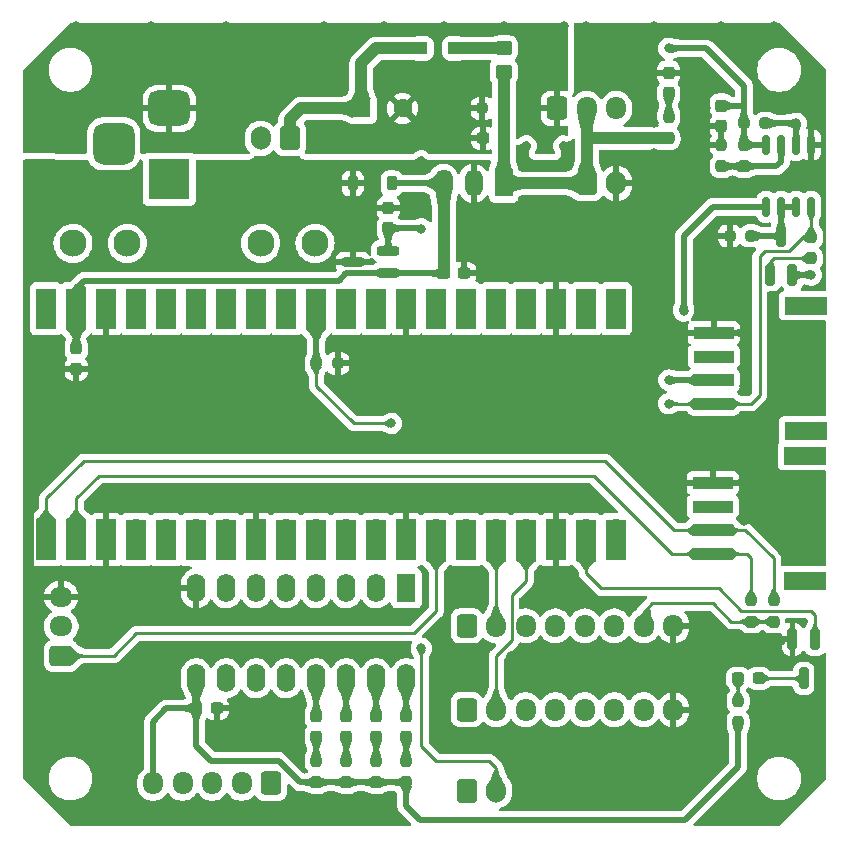
<source format=gbr>
%TF.GenerationSoftware,KiCad,Pcbnew,8.0.1*%
%TF.CreationDate,2024-08-29T15:45:34+09:00*%
%TF.ProjectId,raspcat,72617370-6361-4742-9e6b-696361645f70,rev?*%
%TF.SameCoordinates,Original*%
%TF.FileFunction,Copper,L1,Top*%
%TF.FilePolarity,Positive*%
%FSLAX46Y46*%
G04 Gerber Fmt 4.6, Leading zero omitted, Abs format (unit mm)*
G04 Created by KiCad (PCBNEW 8.0.1) date 2024-08-29 15:45:34*
%MOMM*%
%LPD*%
G01*
G04 APERTURE LIST*
G04 Aperture macros list*
%AMRoundRect*
0 Rectangle with rounded corners*
0 $1 Rounding radius*
0 $2 $3 $4 $5 $6 $7 $8 $9 X,Y pos of 4 corners*
0 Add a 4 corners polygon primitive as box body*
4,1,4,$2,$3,$4,$5,$6,$7,$8,$9,$2,$3,0*
0 Add four circle primitives for the rounded corners*
1,1,$1+$1,$2,$3*
1,1,$1+$1,$4,$5*
1,1,$1+$1,$6,$7*
1,1,$1+$1,$8,$9*
0 Add four rect primitives between the rounded corners*
20,1,$1+$1,$2,$3,$4,$5,0*
20,1,$1+$1,$4,$5,$6,$7,0*
20,1,$1+$1,$6,$7,$8,$9,0*
20,1,$1+$1,$8,$9,$2,$3,0*%
G04 Aperture macros list end*
%TA.AperFunction,ComponentPad*%
%ADD10R,3.500000X3.500000*%
%TD*%
%TA.AperFunction,ComponentPad*%
%ADD11RoundRect,0.750000X-1.000000X0.750000X-1.000000X-0.750000X1.000000X-0.750000X1.000000X0.750000X0*%
%TD*%
%TA.AperFunction,ComponentPad*%
%ADD12RoundRect,0.875000X-0.875000X0.875000X-0.875000X-0.875000X0.875000X-0.875000X0.875000X0.875000X0*%
%TD*%
%TA.AperFunction,SMDPad,CuDef*%
%ADD13RoundRect,0.200000X-0.200000X0.700000X-0.200000X-0.700000X0.200000X-0.700000X0.200000X0.700000X0*%
%TD*%
%TA.AperFunction,SMDPad,CuDef*%
%ADD14RoundRect,0.237500X0.250000X0.237500X-0.250000X0.237500X-0.250000X-0.237500X0.250000X-0.237500X0*%
%TD*%
%TA.AperFunction,SMDPad,CuDef*%
%ADD15RoundRect,0.237500X-0.237500X0.300000X-0.237500X-0.300000X0.237500X-0.300000X0.237500X0.300000X0*%
%TD*%
%TA.AperFunction,ComponentPad*%
%ADD16RoundRect,0.250000X0.600000X0.750000X-0.600000X0.750000X-0.600000X-0.750000X0.600000X-0.750000X0*%
%TD*%
%TA.AperFunction,ComponentPad*%
%ADD17O,1.700000X2.000000*%
%TD*%
%TA.AperFunction,SMDPad,CuDef*%
%ADD18RoundRect,0.237500X-0.237500X0.250000X-0.237500X-0.250000X0.237500X-0.250000X0.237500X0.250000X0*%
%TD*%
%TA.AperFunction,SMDPad,CuDef*%
%ADD19RoundRect,0.237500X0.237500X-0.250000X0.237500X0.250000X-0.237500X0.250000X-0.237500X-0.250000X0*%
%TD*%
%TA.AperFunction,SMDPad,CuDef*%
%ADD20RoundRect,0.237500X-0.250000X-0.237500X0.250000X-0.237500X0.250000X0.237500X-0.250000X0.237500X0*%
%TD*%
%TA.AperFunction,SMDPad,CuDef*%
%ADD21RoundRect,0.237500X-0.237500X0.287500X-0.237500X-0.287500X0.237500X-0.287500X0.237500X0.287500X0*%
%TD*%
%TA.AperFunction,SMDPad,CuDef*%
%ADD22R,3.400000X1.000000*%
%TD*%
%TA.AperFunction,SMDPad,CuDef*%
%ADD23R,3.600000X1.500000*%
%TD*%
%TA.AperFunction,ComponentPad*%
%ADD24RoundRect,0.250000X0.600000X0.725000X-0.600000X0.725000X-0.600000X-0.725000X0.600000X-0.725000X0*%
%TD*%
%TA.AperFunction,ComponentPad*%
%ADD25O,1.700000X1.950000*%
%TD*%
%TA.AperFunction,SMDPad,CuDef*%
%ADD26RoundRect,0.237500X0.287500X0.237500X-0.287500X0.237500X-0.287500X-0.237500X0.287500X-0.237500X0*%
%TD*%
%TA.AperFunction,ComponentPad*%
%ADD27RoundRect,0.250000X0.725000X-0.600000X0.725000X0.600000X-0.725000X0.600000X-0.725000X-0.600000X0*%
%TD*%
%TA.AperFunction,ComponentPad*%
%ADD28O,1.950000X1.700000*%
%TD*%
%TA.AperFunction,SMDPad,CuDef*%
%ADD29RoundRect,0.237500X0.300000X0.237500X-0.300000X0.237500X-0.300000X-0.237500X0.300000X-0.237500X0*%
%TD*%
%TA.AperFunction,SMDPad,CuDef*%
%ADD30RoundRect,0.237500X0.237500X-0.300000X0.237500X0.300000X-0.237500X0.300000X-0.237500X-0.300000X0*%
%TD*%
%TA.AperFunction,ComponentPad*%
%ADD31RoundRect,0.250000X-0.600000X-0.750000X0.600000X-0.750000X0.600000X0.750000X-0.600000X0.750000X0*%
%TD*%
%TA.AperFunction,ComponentPad*%
%ADD32R,1.500000X2.300000*%
%TD*%
%TA.AperFunction,ComponentPad*%
%ADD33O,1.500000X2.300000*%
%TD*%
%TA.AperFunction,SMDPad,CuDef*%
%ADD34RoundRect,0.200000X0.750000X0.200000X-0.750000X0.200000X-0.750000X-0.200000X0.750000X-0.200000X0*%
%TD*%
%TA.AperFunction,SMDPad,CuDef*%
%ADD35RoundRect,0.250000X0.300000X0.300000X-0.300000X0.300000X-0.300000X-0.300000X0.300000X-0.300000X0*%
%TD*%
%TA.AperFunction,ComponentPad*%
%ADD36RoundRect,0.250000X-0.600000X-0.725000X0.600000X-0.725000X0.600000X0.725000X-0.600000X0.725000X0*%
%TD*%
%TA.AperFunction,SMDPad,CuDef*%
%ADD37RoundRect,0.237500X-0.300000X-0.237500X0.300000X-0.237500X0.300000X0.237500X-0.300000X0.237500X0*%
%TD*%
%TA.AperFunction,SMDPad,CuDef*%
%ADD38RoundRect,0.225000X0.225000X0.375000X-0.225000X0.375000X-0.225000X-0.375000X0.225000X-0.375000X0*%
%TD*%
%TA.AperFunction,SMDPad,CuDef*%
%ADD39RoundRect,0.200000X0.200000X-0.700000X0.200000X0.700000X-0.200000X0.700000X-0.200000X-0.700000X0*%
%TD*%
%TA.AperFunction,ComponentPad*%
%ADD40R,1.600000X1.600000*%
%TD*%
%TA.AperFunction,ComponentPad*%
%ADD41C,1.600000*%
%TD*%
%TA.AperFunction,SMDPad,CuDef*%
%ADD42RoundRect,0.250000X-0.450000X0.350000X-0.450000X-0.350000X0.450000X-0.350000X0.450000X0.350000X0*%
%TD*%
%TA.AperFunction,ComponentPad*%
%ADD43C,2.300000*%
%TD*%
%TA.AperFunction,ComponentPad*%
%ADD44R,1.600000X2.400000*%
%TD*%
%TA.AperFunction,ComponentPad*%
%ADD45O,1.600000X2.400000*%
%TD*%
%TA.AperFunction,ComponentPad*%
%ADD46O,1.700000X1.700000*%
%TD*%
%TA.AperFunction,SMDPad,CuDef*%
%ADD47R,1.700000X3.500000*%
%TD*%
%TA.AperFunction,ComponentPad*%
%ADD48R,1.700000X1.700000*%
%TD*%
%TA.AperFunction,SMDPad,CuDef*%
%ADD49RoundRect,0.150000X0.150000X-0.675000X0.150000X0.675000X-0.150000X0.675000X-0.150000X-0.675000X0*%
%TD*%
%TA.AperFunction,ViaPad*%
%ADD50C,0.800000*%
%TD*%
%TA.AperFunction,Conductor*%
%ADD51C,1.000000*%
%TD*%
%TA.AperFunction,Conductor*%
%ADD52C,0.500000*%
%TD*%
%TA.AperFunction,Conductor*%
%ADD53C,0.250000*%
%TD*%
G04 APERTURE END LIST*
D10*
%TO.P,J1,1*%
%TO.N,Net-(F1-Pad1)*%
X13365000Y55740000D03*
D11*
%TO.P,J1,2*%
%TO.N,GNDPWR*%
X13365000Y61740000D03*
D12*
%TO.P,J1,3*%
%TO.N,unconnected-(J1-Pad3)*%
X8665000Y58740000D03*
%TD*%
D13*
%TO.P,Q2,1,B*%
%TO.N,DebugLED*%
X68035000Y16780000D03*
%TO.P,Q2,2,E*%
%TO.N,GND*%
X66135000Y16780000D03*
%TO.P,Q2,3,C*%
%TO.N,Net-(D1-K)*%
X67085000Y13480000D03*
%TD*%
D14*
%TO.P,R8,1*%
%TO.N,Net-(J8-Pin_3)*%
X63830000Y60470000D03*
%TO.P,R8,2*%
%TO.N,+3.3V*%
X62005000Y60470000D03*
%TD*%
D15*
%TO.P,C6,1*%
%TO.N,+3.3V*%
X60100000Y61967500D03*
%TO.P,C6,2*%
%TO.N,GND*%
X60100000Y60242500D03*
%TD*%
D16*
%TO.P,J2,1,Pin_1*%
%TO.N,Net-(D7-A)*%
X23611000Y59200000D03*
D17*
%TO.P,J2,2,Pin_2*%
%TO.N,Net-(J2-Pin_2)*%
X21111000Y59200000D03*
%TD*%
D18*
%TO.P,R10,1*%
%TO.N,GND*%
X60100000Y58650000D03*
%TO.P,R10,2*%
%TO.N,Net-(U4-B)*%
X60100000Y56825000D03*
%TD*%
D19*
%TO.P,R12,1*%
%TO.N,+5V*%
X30890000Y4670000D03*
%TO.P,R12,2*%
%TO.N,Net-(D3-A)*%
X30890000Y6495000D03*
%TD*%
%TO.P,R15,1*%
%TO.N,+12V*%
X55655000Y59200000D03*
%TO.P,R15,2*%
%TO.N,Net-(D5-A)*%
X55655000Y61025000D03*
%TD*%
D20*
%TO.P,R6,1*%
%TO.N,GND*%
X60815000Y50945000D03*
%TO.P,R6,2*%
%TO.N,Net-(Q1-C)*%
X62640000Y50945000D03*
%TD*%
D21*
%TO.P,D3,1,K*%
%TO.N,Net-(D3-K)*%
X30890000Y10305000D03*
%TO.P,D3,2,A*%
%TO.N,Net-(D3-A)*%
X30890000Y8555000D03*
%TD*%
D19*
%TO.P,R2,1*%
%TO.N,+3.3V*%
X64545000Y18282500D03*
%TO.P,R2,2*%
%TO.N,M5_SDA*%
X64545000Y20107500D03*
%TD*%
D20*
%TO.P,R5,1*%
%TO.N,Cds*%
X25810000Y40150000D03*
%TO.P,R5,2*%
%TO.N,GND*%
X27635000Y40150000D03*
%TD*%
D22*
%TO.P,CN1,1,1*%
%TO.N,M5_SCL*%
X59375000Y24035000D03*
%TO.P,CN1,2,2*%
%TO.N,M5_SDA*%
X59375000Y26035000D03*
%TO.P,CN1,3,3*%
%TO.N,unconnected-(CN1-Pad3)*%
X59375000Y28035000D03*
%TO.P,CN1,4,4*%
%TO.N,GND*%
X59375000Y30035000D03*
D23*
%TO.P,CN1,5,5*%
%TO.N,unconnected-(CN1-Pad5)*%
X67175000Y32335000D03*
%TO.P,CN1,6,6*%
%TO.N,unconnected-(CN1-Pad6)*%
X67175000Y21735000D03*
%TD*%
D24*
%TO.P,J9,1,Pin_1*%
%TO.N,Net-(D2-K)*%
X22000000Y4590000D03*
D25*
%TO.P,J9,2,Pin_2*%
%TO.N,Net-(D3-K)*%
X19500000Y4590000D03*
%TO.P,J9,3,Pin_3*%
%TO.N,Net-(D4-K)*%
X17000000Y4590000D03*
%TO.P,J9,4,Pin_4*%
%TO.N,Net-(D6-K)*%
X14500000Y4590000D03*
%TO.P,J9,5,Pin_5*%
%TO.N,+5V*%
X12000000Y4590000D03*
%TD*%
D26*
%TO.P,D1,1,K*%
%TO.N,Net-(D1-K)*%
X63275000Y13480000D03*
%TO.P,D1,2,A*%
%TO.N,Net-(D1-A)*%
X61525000Y13480000D03*
%TD*%
D27*
%TO.P,J5,1,Pin_1*%
%TO.N,Capacitive*%
X4220000Y15385000D03*
D28*
%TO.P,J5,2,Pin_2*%
%TO.N,+3.3V*%
X4220000Y17885000D03*
%TO.P,J5,3,Pin_3*%
%TO.N,GND*%
X4220000Y20385000D03*
%TD*%
D29*
%TO.P,C2,1*%
%TO.N,+12V*%
X41685000Y59200000D03*
%TO.P,C2,2*%
%TO.N,GNDPWR*%
X39960000Y59200000D03*
%TD*%
D19*
%TO.P,R1,1*%
%TO.N,+3.3V*%
X62640000Y18282500D03*
%TO.P,R1,2*%
%TO.N,M5_SCL*%
X62640000Y20107500D03*
%TD*%
D30*
%TO.P,C4,1*%
%TO.N,+3.3V*%
X31906000Y51580000D03*
%TO.P,C4,2*%
%TO.N,GND*%
X31906000Y53305000D03*
%TD*%
D19*
%TO.P,R11,1*%
%TO.N,+5V*%
X33430000Y4670000D03*
%TO.P,R11,2*%
%TO.N,Net-(D2-A)*%
X33430000Y6495000D03*
%TD*%
D31*
%TO.P,J7,1,Pin_1*%
%TO.N,+12V*%
X48710000Y55390000D03*
D17*
%TO.P,J7,2,Pin_2*%
%TO.N,GND*%
X51210000Y55390000D03*
%TD*%
D29*
%TO.P,C7,1*%
%TO.N,GND*%
X17375000Y10940000D03*
%TO.P,C7,2*%
%TO.N,+5V*%
X15650000Y10940000D03*
%TD*%
D21*
%TO.P,D2,1,K*%
%TO.N,Net-(D2-K)*%
X33430000Y10305000D03*
%TO.P,D2,2,A*%
%TO.N,Net-(D2-A)*%
X33430000Y8555000D03*
%TD*%
D19*
%TO.P,R9,1*%
%TO.N,Net-(U4-B)*%
X62005000Y56825000D03*
%TO.P,R9,2*%
%TO.N,+3.3V*%
X62005000Y58650000D03*
%TD*%
D30*
%TO.P,C5,1*%
%TO.N,GND*%
X5490000Y39695000D03*
%TO.P,C5,2*%
%TO.N,+5V*%
X5490000Y41420000D03*
%TD*%
D32*
%TO.P,U1,1,IN*%
%TO.N,+12V*%
X41685000Y55390000D03*
D33*
%TO.P,U1,2,GND*%
%TO.N,GND*%
X39145000Y55390000D03*
%TO.P,U1,3,OUT*%
%TO.N,+5V*%
X36605000Y55390000D03*
%TD*%
D34*
%TO.P,U3,1,VI*%
%TO.N,+5V*%
X31907000Y47770000D03*
%TO.P,U3,2,VO*%
%TO.N,+3.3V*%
X31907000Y49670000D03*
%TO.P,U3,3,GND*%
%TO.N,GND*%
X28907000Y48720000D03*
%TD*%
D35*
%TO.P,D7,1,K*%
%TO.N,Net-(D7-K)*%
X37500000Y66820000D03*
%TO.P,D7,2,A*%
%TO.N,Net-(D7-A)*%
X34700000Y66820000D03*
%TD*%
D20*
%TO.P,R3,1*%
%TO.N,GNDPWR*%
X39860000Y61740000D03*
%TO.P,R3,2*%
%TO.N,+12V*%
X41685000Y61740000D03*
%TD*%
D36*
%TO.P,J4,1,Pin_1*%
%TO.N,unconnected-(J4-Pin_1-Pad1)*%
X38550000Y17925000D03*
D25*
%TO.P,J4,2,Pin_2*%
%TO.N,CS2*%
X41050000Y17925000D03*
%TO.P,J4,3,Pin_3*%
%TO.N,DC*%
X43550000Y17925000D03*
%TO.P,J4,4,Pin_4*%
%TO.N,RST*%
X46050000Y17925000D03*
%TO.P,J4,5,Pin_5*%
%TO.N,SDA*%
X48550000Y17925000D03*
%TO.P,J4,6,Pin_6*%
%TO.N,CLK*%
X51050000Y17925000D03*
%TO.P,J4,7,Pin_7*%
%TO.N,+3.3V*%
X53550000Y17925000D03*
%TO.P,J4,8,Pin_8*%
%TO.N,GND*%
X56050000Y17925000D03*
%TD*%
D37*
%TO.P,C3,1*%
%TO.N,+5V*%
X36605000Y47770000D03*
%TO.P,C3,2*%
%TO.N,GND*%
X38330000Y47770000D03*
%TD*%
D36*
%TO.P,J3,1,Pin_1*%
%TO.N,unconnected-(J3-Pin_1-Pad1)*%
X38550000Y10830000D03*
D25*
%TO.P,J3,2,Pin_2*%
%TO.N,CS1*%
X41050000Y10830000D03*
%TO.P,J3,3,Pin_3*%
%TO.N,DC*%
X43550000Y10830000D03*
%TO.P,J3,4,Pin_4*%
%TO.N,RST*%
X46050000Y10830000D03*
%TO.P,J3,5,Pin_5*%
%TO.N,SDA*%
X48550000Y10830000D03*
%TO.P,J3,6,Pin_6*%
%TO.N,CLK*%
X51050000Y10830000D03*
%TO.P,J3,7,Pin_7*%
%TO.N,+3.3V*%
X53550000Y10830000D03*
%TO.P,J3,8,Pin_8*%
%TO.N,GND*%
X56050000Y10830000D03*
%TD*%
D38*
%TO.P,D8,1,K*%
%TO.N,+5V*%
X32206000Y55390000D03*
%TO.P,D8,2,A*%
%TO.N,GND*%
X28906000Y55390000D03*
%TD*%
D39*
%TO.P,Q1,1,B*%
%TO.N,Net-(Q1-B)*%
X64230000Y47645000D03*
%TO.P,Q1,2,E*%
%TO.N,+3.3V*%
X66130000Y47645000D03*
%TO.P,Q1,3,C*%
%TO.N,Net-(Q1-C)*%
X65180000Y50945000D03*
%TD*%
D40*
%TO.P,C1,1*%
%TO.N,Net-(D7-A)*%
X29620000Y61740000D03*
D41*
%TO.P,C1,2*%
%TO.N,GNDPWR*%
X33120000Y61740000D03*
%TD*%
D42*
%TO.P,R17,1*%
%TO.N,Net-(D7-K)*%
X41685000Y66820000D03*
%TO.P,R17,2*%
%TO.N,+12V*%
X41685000Y64820000D03*
%TD*%
D43*
%TO.P,F1,1*%
%TO.N,Net-(F1-Pad1)*%
X5211000Y50310000D03*
X9811000Y50310000D03*
%TO.P,F1,2*%
%TO.N,Net-(J2-Pin_2)*%
X21111000Y50310000D03*
X25711000Y50310000D03*
%TD*%
D44*
%TO.P,U5,1,I1*%
%TO.N,STEP_IN1*%
X33430000Y21100000D03*
D45*
%TO.P,U5,2,I2*%
%TO.N,STEP_IN2*%
X30890000Y21100000D03*
%TO.P,U5,3,I3*%
%TO.N,STEP_IN3*%
X28350000Y21100000D03*
%TO.P,U5,4,I4*%
%TO.N,STEP_IN4*%
X25810000Y21100000D03*
%TO.P,U5,5,I5*%
%TO.N,unconnected-(U5-I5-Pad5)*%
X23270000Y21100000D03*
%TO.P,U5,6,I6*%
%TO.N,unconnected-(U5-I6-Pad6)*%
X20730000Y21100000D03*
%TO.P,U5,7,I7*%
%TO.N,unconnected-(U5-I7-Pad7)*%
X18190000Y21100000D03*
%TO.P,U5,8,GND*%
%TO.N,GND*%
X15650000Y21100000D03*
%TO.P,U5,9,COM*%
%TO.N,+5V*%
X15650000Y13480000D03*
%TO.P,U5,10,O7*%
%TO.N,unconnected-(U5-O7-Pad10)*%
X18190000Y13480000D03*
%TO.P,U5,11,O6*%
%TO.N,unconnected-(U5-O6-Pad11)*%
X20730000Y13480000D03*
%TO.P,U5,12,O5*%
%TO.N,unconnected-(U5-O5-Pad12)*%
X23270000Y13480000D03*
%TO.P,U5,13,O4*%
%TO.N,Net-(D6-K)*%
X25810000Y13480000D03*
%TO.P,U5,14,O3*%
%TO.N,Net-(D4-K)*%
X28350000Y13480000D03*
%TO.P,U5,15,O2*%
%TO.N,Net-(D3-K)*%
X30890000Y13480000D03*
%TO.P,U5,16,O1*%
%TO.N,Net-(D2-K)*%
X33430000Y13480000D03*
%TD*%
D21*
%TO.P,D6,1,K*%
%TO.N,Net-(D6-K)*%
X25810000Y10305000D03*
%TO.P,D6,2,A*%
%TO.N,Net-(D6-A)*%
X25810000Y8555000D03*
%TD*%
D18*
%TO.P,R4,1*%
%TO.N,STS_Tx*%
X67720000Y50865000D03*
%TO.P,R4,2*%
%TO.N,Net-(Q1-B)*%
X67720000Y49040000D03*
%TD*%
D21*
%TO.P,D5,1,K*%
%TO.N,GND*%
X55655000Y64760000D03*
%TO.P,D5,2,A*%
%TO.N,Net-(D5-A)*%
X55655000Y63010000D03*
%TD*%
D19*
%TO.P,R7,1*%
%TO.N,+5V*%
X61525000Y9750000D03*
%TO.P,R7,2*%
%TO.N,Net-(D1-A)*%
X61525000Y11575000D03*
%TD*%
D46*
%TO.P,U2,1,GPIO0*%
%TO.N,M5_SDA*%
X2950000Y26110000D03*
D47*
X2950000Y25210000D03*
D46*
%TO.P,U2,2,GPIO1*%
%TO.N,M5_SCL*%
X5490000Y26110000D03*
D47*
X5490000Y25210000D03*
D48*
%TO.P,U2,3,GND*%
%TO.N,GND*%
X8030000Y26110000D03*
D47*
X8030000Y25210000D03*
D46*
%TO.P,U2,4,GPIO2*%
%TO.N,unconnected-(U2-GPIO2-Pad4)_0*%
X10570000Y26110000D03*
D47*
%TO.N,unconnected-(U2-GPIO2-Pad4)*%
X10570000Y25210000D03*
D46*
%TO.P,U2,5,GPIO3*%
%TO.N,unconnected-(U2-GPIO3-Pad5)_0*%
X13110000Y26110000D03*
D47*
%TO.N,unconnected-(U2-GPIO3-Pad5)*%
X13110000Y25210000D03*
D46*
%TO.P,U2,6,GPIO4*%
%TO.N,unconnected-(U2-GPIO4-Pad6)_0*%
X15650000Y26110000D03*
D47*
%TO.N,unconnected-(U2-GPIO4-Pad6)*%
X15650000Y25210000D03*
D46*
%TO.P,U2,7,GPIO5*%
%TO.N,unconnected-(U2-GPIO5-Pad7)*%
X18190000Y26110000D03*
D47*
%TO.N,unconnected-(U2-GPIO5-Pad7)_0*%
X18190000Y25210000D03*
D48*
%TO.P,U2,8,GND*%
%TO.N,GND*%
X20730000Y26110000D03*
D47*
X20730000Y25210000D03*
D46*
%TO.P,U2,9,GPIO6*%
%TO.N,STEP_IN4*%
X23270000Y26110000D03*
D47*
X23270000Y25210000D03*
D46*
%TO.P,U2,10,GPIO7*%
%TO.N,STEP_IN3*%
X25810000Y26110000D03*
D47*
X25810000Y25210000D03*
D46*
%TO.P,U2,11,GPIO8*%
%TO.N,STEP_IN2*%
X28350000Y26110000D03*
D47*
X28350000Y25210000D03*
D46*
%TO.P,U2,12,GPIO9*%
%TO.N,STEP_IN1*%
X30890000Y26110000D03*
D47*
X30890000Y25210000D03*
D48*
%TO.P,U2,13,GND*%
%TO.N,GND*%
X33430000Y26110000D03*
D47*
X33430000Y25210000D03*
D46*
%TO.P,U2,14,GPIO10*%
%TO.N,Capacitive*%
X35970000Y26110000D03*
D47*
X35970000Y25210000D03*
D46*
%TO.P,U2,15,GPIO11*%
%TO.N,unconnected-(U2-GPIO11-Pad15)_0*%
X38510000Y26110000D03*
D47*
%TO.N,unconnected-(U2-GPIO11-Pad15)*%
X38510000Y25210000D03*
D46*
%TO.P,U2,16,GPIO12*%
%TO.N,CS2*%
X41050000Y26110000D03*
D47*
X41050000Y25210000D03*
D46*
%TO.P,U2,17,GPIO13*%
%TO.N,CS1*%
X43590000Y26110000D03*
D47*
X43590000Y25210000D03*
D48*
%TO.P,U2,18,GND*%
%TO.N,GND*%
X46130000Y26110000D03*
D47*
X46130000Y25210000D03*
D46*
%TO.P,U2,19,GPIO14*%
%TO.N,DebugLED*%
X48670000Y26110000D03*
D47*
X48670000Y25210000D03*
D46*
%TO.P,U2,20,GPIO15*%
%TO.N,unconnected-(U2-GPIO15-Pad20)*%
X51210000Y26110000D03*
D47*
%TO.N,unconnected-(U2-GPIO15-Pad20)_0*%
X51210000Y25210000D03*
D46*
%TO.P,U2,21,GPIO16*%
%TO.N,unconnected-(U2-GPIO16-Pad21)*%
X51210000Y43890000D03*
D47*
%TO.N,unconnected-(U2-GPIO16-Pad21)_0*%
X51210000Y44790000D03*
D46*
%TO.P,U2,22,GPIO17*%
%TO.N,unconnected-(U2-GPIO17-Pad22)*%
X48670000Y43890000D03*
D47*
%TO.N,unconnected-(U2-GPIO17-Pad22)_0*%
X48670000Y44790000D03*
D48*
%TO.P,U2,23,GND*%
%TO.N,GND*%
X46130000Y43890000D03*
D47*
X46130000Y44790000D03*
D46*
%TO.P,U2,24,GPIO18*%
%TO.N,CLK*%
X43590000Y43890000D03*
D47*
X43590000Y44790000D03*
D46*
%TO.P,U2,25,GPIO19*%
%TO.N,SDA*%
X41050000Y43890000D03*
D47*
X41050000Y44790000D03*
D46*
%TO.P,U2,26,GPIO20*%
%TO.N,unconnected-(U2-GPIO20-Pad26)*%
X38510000Y43890000D03*
D47*
%TO.N,unconnected-(U2-GPIO20-Pad26)_0*%
X38510000Y44790000D03*
D46*
%TO.P,U2,27,GPIO21*%
%TO.N,unconnected-(U2-GPIO21-Pad27)_0*%
X35970000Y43890000D03*
D47*
%TO.N,unconnected-(U2-GPIO21-Pad27)*%
X35970000Y44790000D03*
D48*
%TO.P,U2,28,GND*%
%TO.N,GND*%
X33430000Y43890000D03*
D47*
X33430000Y44790000D03*
D46*
%TO.P,U2,29,GPIO22*%
%TO.N,RST*%
X30890000Y43890000D03*
D47*
X30890000Y44790000D03*
D46*
%TO.P,U2,30,RUN*%
%TO.N,unconnected-(U2-RUN-Pad30)*%
X28350000Y43890000D03*
D47*
%TO.N,unconnected-(U2-RUN-Pad30)_0*%
X28350000Y44790000D03*
D46*
%TO.P,U2,31,GPIO26_ADC0*%
%TO.N,Cds*%
X25810000Y43890000D03*
D47*
X25810000Y44790000D03*
D46*
%TO.P,U2,32,GPIO27_ADC1*%
%TO.N,unconnected-(U2-GPIO27_ADC1-Pad32)_0*%
X23270000Y43890000D03*
D47*
%TO.N,unconnected-(U2-GPIO27_ADC1-Pad32)*%
X23270000Y44790000D03*
D48*
%TO.P,U2,33,AGND*%
%TO.N,unconnected-(U2-AGND-Pad33)*%
X20730000Y43890000D03*
D47*
%TO.N,unconnected-(U2-AGND-Pad33)_0*%
X20730000Y44790000D03*
D46*
%TO.P,U2,34,GPIO28_ADC2*%
%TO.N,DC*%
X18190000Y43890000D03*
D47*
X18190000Y44790000D03*
D46*
%TO.P,U2,35,ADC_VREF*%
%TO.N,unconnected-(U2-ADC_VREF-Pad35)_0*%
X15650000Y43890000D03*
D47*
%TO.N,unconnected-(U2-ADC_VREF-Pad35)*%
X15650000Y44790000D03*
D46*
%TO.P,U2,36,3V3*%
%TO.N,unconnected-(U2-3V3-Pad36)_0*%
X13110000Y43890000D03*
D47*
%TO.N,unconnected-(U2-3V3-Pad36)*%
X13110000Y44790000D03*
D46*
%TO.P,U2,37,3V3_EN*%
%TO.N,unconnected-(U2-3V3_EN-Pad37)_0*%
X10570000Y43890000D03*
D47*
%TO.N,unconnected-(U2-3V3_EN-Pad37)*%
X10570000Y44790000D03*
D48*
%TO.P,U2,38,GND*%
%TO.N,GND*%
X8030000Y43890000D03*
D47*
X8030000Y44790000D03*
D46*
%TO.P,U2,39,VSYS*%
%TO.N,+5V*%
X5490000Y43890000D03*
D47*
X5490000Y44790000D03*
D46*
%TO.P,U2,40,VBUS*%
%TO.N,unconnected-(U2-VBUS-Pad40)*%
X2950000Y43890000D03*
D47*
%TO.N,unconnected-(U2-VBUS-Pad40)_0*%
X2950000Y44790000D03*
%TD*%
D22*
%TO.P,CN2,1,1*%
%TO.N,STS_Tx*%
X59465000Y36735000D03*
%TO.P,CN2,2,2*%
%TO.N,Net-(U4-RO)*%
X59465000Y38735000D03*
%TO.P,CN2,3,3*%
%TO.N,unconnected-(CN2-Pad3)*%
X59465000Y40735000D03*
%TO.P,CN2,4,4*%
%TO.N,GND*%
X59465000Y42735000D03*
D23*
%TO.P,CN2,5,5*%
%TO.N,unconnected-(CN2-Pad5)*%
X67265000Y45035000D03*
%TO.P,CN2,6,6*%
%TO.N,unconnected-(CN2-Pad6)*%
X67265000Y34435000D03*
%TD*%
D36*
%TO.P,J8,1,Pin_1*%
%TO.N,GNDPWR*%
X46210000Y61740000D03*
D25*
%TO.P,J8,2,Pin_2*%
%TO.N,+12V*%
X48710000Y61740000D03*
%TO.P,J8,3,Pin_3*%
%TO.N,Net-(J8-Pin_3)*%
X51210000Y61740000D03*
%TD*%
D31*
%TO.P,J6,1,Pin_1*%
%TO.N,+3.3V*%
X38550000Y3955000D03*
D17*
%TO.P,J6,2,Pin_2*%
%TO.N,Cds*%
X41050000Y3955000D03*
%TD*%
D19*
%TO.P,R16,1*%
%TO.N,+5V*%
X25810000Y4670000D03*
%TO.P,R16,2*%
%TO.N,Net-(D6-A)*%
X25810000Y6495000D03*
%TD*%
%TO.P,R14,1*%
%TO.N,+5V*%
X28350000Y4670000D03*
%TO.P,R14,2*%
%TO.N,Net-(D4-A)*%
X28350000Y6495000D03*
%TD*%
D49*
%TO.P,U4,1,RO*%
%TO.N,Net-(U4-RO)*%
X63910000Y53400000D03*
%TO.P,U4,2,~{RE}*%
%TO.N,Net-(Q1-C)*%
X65180000Y53400000D03*
%TO.P,U4,3,DE*%
X66450000Y53400000D03*
%TO.P,U4,4,DI*%
%TO.N,STS_Tx*%
X67720000Y53400000D03*
%TO.P,U4,5,GND*%
%TO.N,GND*%
X67720000Y58650000D03*
%TO.P,U4,6,A*%
%TO.N,Net-(J8-Pin_3)*%
X66450000Y58650000D03*
%TO.P,U4,7,B*%
%TO.N,Net-(U4-B)*%
X65180000Y58650000D03*
%TO.P,U4,8,VCC*%
%TO.N,+3.3V*%
X63910000Y58650000D03*
%TD*%
D21*
%TO.P,D4,1,K*%
%TO.N,Net-(D4-K)*%
X28350000Y10305000D03*
%TO.P,D4,2,A*%
%TO.N,Net-(D4-A)*%
X28350000Y8555000D03*
%TD*%
D50*
%TO.N,+3.3V*%
X55655000Y66820000D03*
X67720000Y47645000D03*
X34700000Y51540000D03*
%TO.N,Cds*%
X32160000Y35070000D03*
X34700000Y16020000D03*
%TO.N,GND*%
X68355000Y42690000D03*
X56925000Y61740000D03*
X62005000Y35070000D03*
X54385000Y46500000D03*
X65180000Y16655000D03*
X24540000Y37610000D03*
X42320000Y12845000D03*
X5490000Y56660000D03*
X55020000Y15385000D03*
X18190000Y54120000D03*
X44860000Y42055000D03*
X43590000Y50310000D03*
X68355000Y29990000D03*
X11205000Y18560000D03*
X35970000Y37610000D03*
X58195000Y46500000D03*
X55655000Y7765000D03*
X56925000Y52850000D03*
X20730000Y28720000D03*
X60100000Y7765000D03*
X11205000Y16020000D03*
X40415000Y7765000D03*
X13110000Y33165000D03*
X1650000Y13480000D03*
X28350000Y37610000D03*
X65180000Y29990000D03*
X68355000Y55390000D03*
X55020000Y12845000D03*
X65180000Y26815000D03*
X55655000Y5225000D03*
X39780000Y37610000D03*
X68355000Y23640000D03*
X51210000Y50310000D03*
X62005000Y49040000D03*
X16920000Y18560000D03*
X35970000Y42055000D03*
X9300000Y37610000D03*
X6760000Y1415000D03*
X2950000Y35070000D03*
X11205000Y12210000D03*
X8665000Y9035000D03*
X68355000Y38245000D03*
X1650000Y17925000D03*
X39780000Y42055000D03*
X39145000Y50310000D03*
X68355000Y60470000D03*
X16920000Y28720000D03*
X54385000Y52850000D03*
X23270000Y54120000D03*
X9300000Y33165000D03*
X42320000Y33165000D03*
X8665000Y13480000D03*
X55020000Y28720000D03*
X54385000Y50310000D03*
X48670000Y68725000D03*
X33430000Y28720000D03*
X52480000Y42055000D03*
X64545000Y1415000D03*
X37240000Y15385000D03*
X68355000Y64915000D03*
X51845000Y7765000D03*
X63275000Y11575000D03*
X5490000Y37610000D03*
X68355000Y26815000D03*
X68355000Y7765000D03*
X44860000Y37610000D03*
X13110000Y28720000D03*
X48670000Y28720000D03*
X48670000Y33165000D03*
X13110000Y37610000D03*
X54385000Y60470000D03*
X58195000Y31895000D03*
X25175000Y16020000D03*
X28350000Y33165000D03*
X52480000Y37610000D03*
X24540000Y28720000D03*
X60100000Y11575000D03*
X1680000Y54120000D03*
X62005000Y46500000D03*
X1680000Y41420000D03*
X42320000Y15385000D03*
X65180000Y42690000D03*
X13110000Y42055000D03*
X60100000Y14115000D03*
X32160000Y33165000D03*
X1680000Y47770000D03*
X64545000Y68725000D03*
X33430000Y16020000D03*
X62005000Y30035000D03*
X44225000Y5225000D03*
X23905000Y10940000D03*
X61960000Y42735000D03*
X1680000Y50945000D03*
X34700000Y57295000D03*
X24540000Y33165000D03*
X68355000Y11575000D03*
X16920000Y16020000D03*
X60735000Y1415000D03*
X13745000Y12210000D03*
X49940000Y5225000D03*
X55020000Y33165000D03*
X32160000Y42055000D03*
X1650000Y22370000D03*
X49940000Y2685000D03*
X65180000Y38245000D03*
X55655000Y2685000D03*
X58830000Y61740000D03*
X48670000Y42055000D03*
X26445000Y56660000D03*
X37240000Y12845000D03*
X5490000Y54120000D03*
X38510000Y28720000D03*
X48670000Y64280000D03*
X68355000Y5000000D03*
X46765000Y58565000D03*
X39780000Y12845000D03*
X12475000Y22370000D03*
X20730000Y33165000D03*
X23270000Y56660000D03*
X58195000Y35070000D03*
X62005000Y52215000D03*
X42320000Y37610000D03*
X48035000Y50310000D03*
X26445000Y54120000D03*
X58195000Y49040000D03*
X21365000Y10940000D03*
X13745000Y16020000D03*
X62005000Y31895000D03*
X48670000Y37610000D03*
X16920000Y42055000D03*
X44225000Y2685000D03*
X9300000Y42055000D03*
X16920000Y37610000D03*
X16920000Y33165000D03*
X62005000Y38245000D03*
X37240000Y22370000D03*
X20730000Y37610000D03*
X54385000Y57930000D03*
X33430000Y18560000D03*
X1650000Y9035000D03*
X46130000Y28720000D03*
X28985000Y28720000D03*
X37240000Y7765000D03*
X39780000Y33165000D03*
X34700000Y53485000D03*
X56925000Y57930000D03*
X46130000Y33165000D03*
X42320000Y42055000D03*
X25175000Y18560000D03*
X1680000Y56660000D03*
X5490000Y35070000D03*
X39780000Y22370000D03*
X60100000Y68725000D03*
X60100000Y16655000D03*
X1680000Y37610000D03*
X55020000Y42055000D03*
X56925000Y65550000D03*
X54385000Y65550000D03*
X35970000Y28720000D03*
X63910000Y55390000D03*
X18190000Y56660000D03*
X62005000Y26815000D03*
X43590000Y58565000D03*
X58830000Y57930000D03*
X39780000Y15385000D03*
X18825000Y10940000D03*
X52480000Y33165000D03*
X54385000Y68725000D03*
X48035000Y7765000D03*
X44225000Y7765000D03*
X9300000Y28720000D03*
%TO.N,Net-(U4-RO)*%
X55655000Y38735000D03*
X56925000Y44595000D03*
%TO.N,STS_Tx*%
X55655000Y36735000D03*
%TO.N,Net-(J8-Pin_3)*%
X66450000Y60470000D03*
%TO.N,GNDPWR*%
X26445000Y68725000D03*
X35970000Y59200000D03*
X38510000Y61740000D03*
X11840000Y68725000D03*
X37240000Y61740000D03*
X1680000Y58565000D03*
X18190000Y58565000D03*
X35970000Y60470000D03*
X38510000Y64280000D03*
X35970000Y61740000D03*
X1680000Y64280000D03*
X37240000Y63010000D03*
X35970000Y63010000D03*
X46765000Y68725000D03*
X38510000Y63010000D03*
X18190000Y68725000D03*
X11840000Y58565000D03*
X31525000Y68725000D03*
X38510000Y59200000D03*
X5490000Y58565000D03*
X36605000Y68725000D03*
X41685000Y68725000D03*
X11840000Y64280000D03*
X5490000Y68725000D03*
X37240000Y64280000D03*
X35970000Y64280000D03*
X38510000Y60470000D03*
X26445000Y64280000D03*
X18190000Y64280000D03*
X37240000Y59200000D03*
X26445000Y59200000D03*
X37240000Y60470000D03*
%TD*%
D51*
%TO.N,+12V*%
X48710000Y59200000D02*
X48710000Y55390000D01*
X41685000Y55390000D02*
X48710000Y55390000D01*
X48710000Y61740000D02*
X48710000Y59200000D01*
X41685000Y55390000D02*
X41685000Y64820000D01*
X55655000Y59200000D02*
X48710000Y59200000D01*
D52*
%TO.N,Net-(D2-A)*%
X33430000Y8555000D02*
X33430000Y6495000D01*
%TO.N,+5V*%
X15650000Y7765000D02*
X16920000Y6495000D01*
X30890000Y4670000D02*
X33430000Y4670000D01*
X12000000Y9830000D02*
X12000000Y4590000D01*
X27715000Y47135000D02*
X6125000Y47135000D01*
X25810000Y4670000D02*
X28350000Y4670000D01*
X28350000Y47770000D02*
X27715000Y47135000D01*
X28350000Y4670000D02*
X30890000Y4670000D01*
X6125000Y47135000D02*
X5490000Y46500000D01*
X57005000Y1495000D02*
X61525000Y6015000D01*
X34620000Y1495000D02*
X57005000Y1495000D01*
D51*
X36605000Y55390000D02*
X36605000Y47770000D01*
D52*
X32206000Y55390000D02*
X36605000Y55390000D01*
X15650000Y10940000D02*
X15650000Y7765000D01*
X24460000Y4670000D02*
X25810000Y4670000D01*
X5490000Y43890000D02*
X5490000Y41420000D01*
X16920000Y6495000D02*
X22635000Y6495000D01*
X13110000Y10940000D02*
X12000000Y9830000D01*
X33430000Y4670000D02*
X33430000Y2685000D01*
X15650000Y13480000D02*
X15650000Y10940000D01*
X15650000Y10940000D02*
X13110000Y10940000D01*
X22635000Y6495000D02*
X24460000Y4670000D01*
X33430000Y2685000D02*
X34620000Y1495000D01*
X36605000Y47770000D02*
X28350000Y47770000D01*
X5490000Y46500000D02*
X5490000Y43890000D01*
X61525000Y6015000D02*
X61525000Y9750000D01*
D53*
%TO.N,M5_SCL*%
X59375000Y24035000D02*
X55895000Y24035000D01*
X55895000Y24035000D02*
X49305000Y30625000D01*
X62640000Y23640000D02*
X62640000Y20107500D01*
X7395000Y30625000D02*
X5490000Y28720000D01*
X5490000Y28720000D02*
X5490000Y26110000D01*
X62245000Y24035000D02*
X62640000Y23640000D01*
X59375000Y24035000D02*
X62245000Y24035000D01*
X49305000Y30625000D02*
X7395000Y30625000D01*
D52*
%TO.N,+3.3V*%
X31906000Y51580000D02*
X31906000Y49670000D01*
X34660000Y51580000D02*
X31906000Y51580000D01*
X34700000Y51540000D02*
X34660000Y51580000D01*
X58830000Y66820000D02*
X62005000Y63645000D01*
D53*
X53550000Y19127500D02*
X53550000Y17925000D01*
X62640000Y18282500D02*
X60965191Y18282500D01*
D52*
X66130000Y47645000D02*
X67720000Y47645000D01*
X62005000Y63645000D02*
X62005000Y60470000D01*
D53*
X60965191Y18282500D02*
X59417691Y19830000D01*
D52*
X55655000Y66820000D02*
X58830000Y66820000D01*
X60100000Y61967500D02*
X62005000Y61967500D01*
X62005000Y58650000D02*
X63910000Y58650000D01*
X62005000Y61218750D02*
X62005000Y58650000D01*
D53*
X54252500Y19830000D02*
X53550000Y19127500D01*
X62640000Y18282500D02*
X64545000Y18282500D01*
X59417691Y19830000D02*
X54252500Y19830000D01*
%TO.N,DC*%
X43590000Y17965000D02*
X43550000Y17925000D01*
%TO.N,CS1*%
X41050000Y15385000D02*
X41050000Y10830000D01*
X42375000Y20520000D02*
X42375000Y16710000D01*
X42375000Y16710000D02*
X41050000Y15385000D01*
X43590000Y26110000D02*
X43590000Y21735000D01*
X43590000Y21735000D02*
X42375000Y20520000D01*
%TO.N,CS2*%
X41050000Y17925000D02*
X41050000Y26110000D01*
%TO.N,Cds*%
X32160000Y35070000D02*
X28985000Y35070000D01*
X25810000Y38245000D02*
X25810000Y40150000D01*
X28985000Y35070000D02*
X25810000Y38245000D01*
X41050000Y5860000D02*
X41050000Y3955000D01*
X34700000Y7765000D02*
X35970000Y6495000D01*
D52*
X25810000Y43890000D02*
X25810000Y40150000D01*
D53*
X34700000Y16020000D02*
X34700000Y7765000D01*
X35970000Y6495000D02*
X40415000Y6495000D01*
X40415000Y6495000D02*
X41050000Y5860000D01*
D52*
%TO.N,GND*%
X39145000Y55390000D02*
X39145000Y52850000D01*
X33430000Y40785000D02*
X33430000Y43890000D01*
X28906000Y55390000D02*
X28906000Y53305000D01*
X8030000Y26110000D02*
X8030000Y21100000D01*
X57560000Y64760000D02*
X57560000Y58650000D01*
X4220000Y20385000D02*
X7315000Y20385000D01*
X1650000Y39695000D02*
X1650000Y9035000D01*
X59465000Y42735000D02*
X55330000Y42735000D01*
X46130000Y28720000D02*
X8030000Y28720000D01*
X55330000Y55390000D02*
X55330000Y53160000D01*
X28906000Y53305000D02*
X31906000Y53305000D01*
X51170000Y55390000D02*
X55330000Y55390000D01*
X28906000Y48720000D02*
X28906000Y53305000D01*
X5490000Y39695000D02*
X1650000Y39695000D01*
X33430000Y26110000D02*
X33430000Y28720000D01*
X46130000Y28720000D02*
X46130000Y26110000D01*
X56050000Y15145000D02*
X56050000Y10830000D01*
X67720000Y56607500D02*
X66502500Y55390000D01*
X57560000Y58650000D02*
X57560000Y55390000D01*
X62005000Y30035000D02*
X59375000Y30035000D01*
X57685000Y16780000D02*
X56050000Y15145000D01*
X38330000Y47770000D02*
X38330000Y52035000D01*
X39145000Y52850000D02*
X51170000Y52850000D01*
X5490000Y39695000D02*
X8030000Y39695000D01*
X8030000Y21100000D02*
X15650000Y21100000D01*
X60815000Y50945000D02*
X60815000Y47850000D01*
D53*
X46130000Y24500000D02*
X46130000Y26110000D01*
D52*
X57560000Y55390000D02*
X55330000Y55390000D01*
X55330000Y42735000D02*
X55330000Y53160000D01*
X60100000Y60242500D02*
X60100000Y58650000D01*
X67720000Y58650000D02*
X67720000Y56607500D01*
X59465000Y46500000D02*
X59465000Y42735000D01*
X8030000Y28720000D02*
X8030000Y26110000D01*
X32795000Y40150000D02*
X33430000Y40785000D01*
X66135000Y16780000D02*
X57685000Y16780000D01*
X61960000Y42735000D02*
X59465000Y42735000D01*
X20730000Y26110000D02*
X20730000Y28720000D01*
X55655000Y64760000D02*
X57560000Y64760000D01*
X60815000Y47850000D02*
X59465000Y46500000D01*
X8030000Y39695000D02*
X8030000Y43890000D01*
X7315000Y20385000D02*
X8030000Y21100000D01*
X38330000Y52035000D02*
X39145000Y52850000D01*
X60100000Y58650000D02*
X57560000Y58650000D01*
X27635000Y40150000D02*
X32795000Y40150000D01*
X66502500Y55390000D02*
X57560000Y55390000D01*
X51170000Y52850000D02*
X51170000Y55390000D01*
%TO.N,Net-(D2-K)*%
X33430000Y10305000D02*
X33430000Y13480000D01*
D53*
%TO.N,DebugLED*%
X48670000Y22370000D02*
X49940000Y21100000D01*
X61816462Y19195000D02*
X67720000Y19195000D01*
X49940000Y21100000D02*
X59911462Y21100000D01*
X48670000Y26110000D02*
X48670000Y22370000D01*
X67720000Y19195000D02*
X68035000Y18880000D01*
X59911462Y21100000D02*
X61816462Y19195000D01*
X68035000Y18880000D02*
X68035000Y16780000D01*
%TO.N,Capacitive*%
X34065000Y17290000D02*
X10570000Y17290000D01*
X8665000Y15385000D02*
X4220000Y15385000D01*
X10570000Y17290000D02*
X8665000Y15385000D01*
X35970000Y26110000D02*
X35970000Y19195000D01*
X35970000Y19195000D02*
X34065000Y17290000D01*
D52*
%TO.N,Net-(U4-RO)*%
X56925000Y44595000D02*
X56925000Y50945000D01*
X56925000Y50945000D02*
X59380000Y53400000D01*
X59380000Y53400000D02*
X63910000Y53400000D01*
X55655000Y38735000D02*
X59465000Y38735000D01*
D53*
%TO.N,Net-(D1-K)*%
X63275000Y13480000D02*
X67085000Y13480000D01*
D52*
%TO.N,Net-(D3-K)*%
X30890000Y13480000D02*
X30890000Y10305000D01*
D53*
%TO.N,M5_SDA*%
X50257500Y31895000D02*
X6125000Y31895000D01*
X62150000Y26035000D02*
X64545000Y23640000D01*
X2950000Y28720000D02*
X2950000Y26110000D01*
X56117500Y26035000D02*
X50257500Y31895000D01*
X59375000Y26035000D02*
X62150000Y26035000D01*
X59375000Y26035000D02*
X56117500Y26035000D01*
X6125000Y31895000D02*
X2950000Y28720000D01*
X64545000Y23640000D02*
X64545000Y20107500D01*
%TO.N,Net-(D1-A)*%
X61525000Y11575000D02*
X61525000Y13480000D01*
D52*
%TO.N,Net-(D3-A)*%
X30890000Y8555000D02*
X30890000Y6495000D01*
%TO.N,Net-(D4-K)*%
X28350000Y13480000D02*
X28350000Y10305000D01*
D53*
%TO.N,STS_Tx*%
X65815000Y49675000D02*
X67005000Y50865000D01*
X59465000Y36735000D02*
X62644695Y36735000D01*
X59465000Y36735000D02*
X55655000Y36735000D01*
X63365000Y37455305D02*
X63365000Y49220000D01*
X63365000Y49220000D02*
X63820000Y49675000D01*
X67720000Y53400000D02*
X67720000Y50865000D01*
X67005000Y50865000D02*
X67720000Y50865000D01*
X62644695Y36735000D02*
X63365000Y37455305D01*
X63820000Y49675000D02*
X65815000Y49675000D01*
%TO.N,Net-(Q1-B)*%
X64230000Y48725000D02*
X64230000Y47645000D01*
X64545000Y49040000D02*
X64230000Y48725000D01*
X67720000Y49040000D02*
X64545000Y49040000D01*
D52*
%TO.N,Net-(Q1-C)*%
X65180000Y53400000D02*
X65180000Y50945000D01*
X62640000Y50945000D02*
X65180000Y50945000D01*
X66450000Y53400000D02*
X65180000Y53400000D01*
%TO.N,Net-(D4-A)*%
X28350000Y8555000D02*
X28350000Y6495000D01*
%TO.N,Net-(D5-A)*%
X55655000Y61025000D02*
X55655000Y63010000D01*
%TO.N,Net-(D6-K)*%
X25810000Y10305000D02*
X25810000Y13480000D01*
%TO.N,Net-(D6-A)*%
X25810000Y8555000D02*
X25810000Y6495000D01*
%TO.N,Net-(J8-Pin_3)*%
X63830000Y60470000D02*
X66450000Y60470000D01*
X66450000Y60470000D02*
X66450000Y58650000D01*
%TO.N,Net-(U4-B)*%
X64762500Y56825000D02*
X65180000Y57242500D01*
X65180000Y57242500D02*
X65180000Y58650000D01*
X62005000Y56825000D02*
X64762500Y56825000D01*
X60100000Y56825000D02*
X62005000Y56825000D01*
D51*
%TO.N,Net-(D7-K)*%
X41685000Y66820000D02*
X37500000Y66820000D01*
%TO.N,Net-(D7-A)*%
X30890000Y66820000D02*
X29620000Y65550000D01*
X23611000Y59200000D02*
X23611000Y60811000D01*
X34700000Y66820000D02*
X30890000Y66820000D01*
X24540000Y61740000D02*
X29620000Y61740000D01*
X23611000Y60811000D02*
X24540000Y61740000D01*
X29620000Y65550000D02*
X29620000Y61740000D01*
D52*
%TO.N,GNDPWR*%
X33120000Y61740000D02*
X35660000Y59200000D01*
X35660000Y59200000D02*
X35970000Y59200000D01*
X35970000Y59200000D02*
X37240000Y59200000D01*
X38510000Y59200000D02*
X39960000Y59200000D01*
X37240000Y59200000D02*
X38510000Y59200000D01*
%TD*%
%TA.AperFunction,Conductor*%
%TO.N,Net-(Q1-C)*%
G36*
X64786459Y51338557D02*
G01*
X65172696Y50953283D01*
X65176133Y50945015D01*
X65172716Y50936737D01*
X65172696Y50936717D01*
X64786459Y50551444D01*
X64778181Y50548027D01*
X64772177Y50549694D01*
X64700000Y50593000D01*
X64699996Y50593002D01*
X64699991Y50593005D01*
X64619992Y50632004D01*
X64540005Y50661998D01*
X64540002Y50661999D01*
X64539999Y50662000D01*
X64459999Y50683000D01*
X64460000Y50683000D01*
X64389964Y50693506D01*
X64382291Y50698123D01*
X64380000Y50705077D01*
X64380000Y51184924D01*
X64383427Y51193197D01*
X64389962Y51196495D01*
X64459999Y51207000D01*
X64539999Y51228000D01*
X64620000Y51258000D01*
X64700000Y51297000D01*
X64772179Y51340308D01*
X64781034Y51341625D01*
X64786459Y51338557D01*
G37*
%TD.AperFunction*%
%TD*%
%TA.AperFunction,Conductor*%
%TO.N,Net-(U4-B)*%
G36*
X62342638Y57289147D02*
G01*
X62457709Y57223537D01*
X62582032Y57166153D01*
X62582035Y57166152D01*
X62706345Y57122272D01*
X62706347Y57122272D01*
X62706354Y57122269D01*
X62830677Y57091885D01*
X62944876Y57076375D01*
X62952611Y57071866D01*
X62955000Y57064782D01*
X62955000Y56585219D01*
X62951573Y56576946D01*
X62944874Y56573625D01*
X62830677Y56558116D01*
X62830674Y56558116D01*
X62830672Y56558115D01*
X62830662Y56558113D01*
X62706360Y56527734D01*
X62706345Y56527730D01*
X62582035Y56483850D01*
X62582023Y56483845D01*
X62457725Y56426472D01*
X62457702Y56426461D01*
X62342640Y56360855D01*
X62333756Y56359734D01*
X62327268Y56364299D01*
X62243381Y56483850D01*
X62008714Y56818281D01*
X62006768Y56827020D01*
X62008715Y56831720D01*
X62327269Y57285704D01*
X62334825Y57290506D01*
X62342638Y57289147D01*
G37*
%TD.AperFunction*%
%TD*%
%TA.AperFunction,Conductor*%
%TO.N,DebugLED*%
G36*
X48680404Y26078034D02*
G01*
X48681141Y26076254D01*
X49517385Y23468154D01*
X49516648Y23459230D01*
X49513018Y23455043D01*
X49375000Y23357034D01*
X49230001Y23220550D01*
X49229998Y23220547D01*
X49084996Y23050544D01*
X48939999Y22847032D01*
X48798423Y22615595D01*
X48791182Y22610325D01*
X48788442Y22610000D01*
X48551559Y22610000D01*
X48543286Y22613427D01*
X48541578Y22615594D01*
X48536347Y22624145D01*
X48399999Y22847032D01*
X48254999Y23050548D01*
X48110000Y23220548D01*
X47965000Y23357032D01*
X47964998Y23357034D01*
X47826981Y23455043D01*
X47822220Y23462627D01*
X47822614Y23468154D01*
X48658859Y26076254D01*
X48664648Y26083086D01*
X48673572Y26083823D01*
X48680404Y26078034D01*
G37*
%TD.AperFunction*%
%TD*%
%TA.AperFunction,Conductor*%
%TO.N,Capacitive*%
G36*
X35974484Y26109137D02*
G01*
X36743421Y25789654D01*
X36749746Y25783315D01*
X36749737Y25774360D01*
X36749265Y25773361D01*
X36575046Y25445324D01*
X36573945Y25443625D01*
X36396836Y25216122D01*
X36396811Y25216089D01*
X36243383Y25020426D01*
X36135656Y24778153D01*
X36096150Y24420416D01*
X36091836Y24412569D01*
X36084521Y24410000D01*
X35855479Y24410000D01*
X35847206Y24413427D01*
X35843850Y24420416D01*
X35804342Y24778153D01*
X35696615Y25020426D01*
X35543188Y25216089D01*
X35543189Y25216091D01*
X35543162Y25216122D01*
X35366052Y25443625D01*
X35364951Y25445324D01*
X35190734Y25773361D01*
X35189880Y25782275D01*
X35195579Y25789182D01*
X35196566Y25789649D01*
X35965511Y26109136D01*
X35974466Y26109144D01*
X35974484Y26109137D01*
G37*
%TD.AperFunction*%
%TD*%
%TA.AperFunction,Conductor*%
%TO.N,GND*%
G36*
X61961000Y42735000D02*
G01*
X61960000Y42335000D01*
X61759592Y42350600D01*
X61619795Y42387800D01*
X61500203Y42432200D01*
X61360407Y42469400D01*
X61160000Y42485000D01*
X61160000Y42985000D01*
X61360407Y43000600D01*
X61500203Y43037800D01*
X61619795Y43082200D01*
X61759592Y43119400D01*
X61960000Y43135000D01*
X61961000Y42735000D01*
G37*
%TD.AperFunction*%
%TD*%
%TA.AperFunction,Conductor*%
%TO.N,Net-(J8-Pin_3)*%
G36*
X66837386Y60470032D02*
G01*
X66845650Y60466584D01*
X66849056Y60458303D01*
X66849021Y60457424D01*
X66834483Y60270662D01*
X66834125Y60268561D01*
X66797340Y60130327D01*
X66797001Y60129264D01*
X66752803Y60010217D01*
X66752803Y60010216D01*
X66715601Y59870411D01*
X66715600Y59870409D01*
X66700840Y59680792D01*
X66696781Y59672810D01*
X66689175Y59670000D01*
X66210825Y59670000D01*
X66202552Y59673427D01*
X66199160Y59680792D01*
X66198226Y59692787D01*
X66184400Y59870408D01*
X66147200Y60010205D01*
X66102998Y60129264D01*
X66102659Y60130327D01*
X66100734Y60137560D01*
X66065872Y60268568D01*
X66065517Y60270654D01*
X66050978Y60457427D01*
X66053753Y60465938D01*
X66061735Y60469997D01*
X66062601Y60470032D01*
X66450000Y60471000D01*
X66837386Y60470032D01*
G37*
%TD.AperFunction*%
%TD*%
%TA.AperFunction,Conductor*%
%TO.N,+3.3V*%
G36*
X32155628Y50466573D02*
G01*
X32158539Y50461735D01*
X32186099Y50372000D01*
X32216192Y50283024D01*
X32216200Y50283001D01*
X32246299Y50203000D01*
X32246301Y50202996D01*
X32276397Y50132003D01*
X32302868Y50077479D01*
X32303399Y50068540D01*
X32300632Y50064111D01*
X31915278Y49677310D01*
X31907011Y49673868D01*
X31898731Y49677279D01*
X31898711Y49677300D01*
X31512365Y50064127D01*
X31508943Y50072402D01*
X31510105Y50077477D01*
X31536382Y50131965D01*
X31536399Y50132000D01*
X31566299Y50203000D01*
X31596199Y50283001D01*
X31626099Y50372001D01*
X31653472Y50461714D01*
X31659164Y50468627D01*
X31664663Y50470000D01*
X32147355Y50470000D01*
X32155628Y50466573D01*
G37*
%TD.AperFunction*%
%TD*%
%TA.AperFunction,Conductor*%
%TO.N,+12V*%
G36*
X42442641Y56135925D02*
G01*
X42585000Y56060001D01*
X42585014Y56059995D01*
X42734989Y55995005D01*
X42734992Y55995004D01*
X42734999Y55995001D01*
X42885000Y55945000D01*
X43035000Y55910000D01*
X43174846Y55891354D01*
X43182594Y55886864D01*
X43185000Y55879757D01*
X43185000Y54900244D01*
X43181573Y54891971D01*
X43174846Y54888647D01*
X43035011Y54870003D01*
X43035006Y54870002D01*
X43035003Y54870002D01*
X43035000Y54870001D01*
X42884999Y54835001D01*
X42734990Y54784997D01*
X42585014Y54720007D01*
X42585004Y54720002D01*
X42442644Y54644077D01*
X42433731Y54643208D01*
X42428870Y54646122D01*
X41692290Y55381721D01*
X41688858Y55389992D01*
X41692279Y55398268D01*
X41692290Y55398279D01*
X42428871Y56133880D01*
X42437146Y56137300D01*
X42442641Y56135925D01*
G37*
%TD.AperFunction*%
%TD*%
%TA.AperFunction,Conductor*%
%TO.N,Net-(Q1-C)*%
G36*
X65428865Y52241573D02*
G01*
X65432019Y52235810D01*
X65456952Y52122318D01*
X65483899Y52008660D01*
X65483910Y52008615D01*
X65495043Y51965372D01*
X65510867Y51903912D01*
X65537825Y51808212D01*
X65563386Y51726006D01*
X65562700Y51717343D01*
X65190486Y50965190D01*
X65183746Y50959295D01*
X65174811Y50959893D01*
X65169514Y50965190D01*
X64797299Y51717343D01*
X64796613Y51726005D01*
X64822179Y51808230D01*
X64849134Y51903923D01*
X64876089Y52008615D01*
X64903044Y52122308D01*
X64927981Y52235812D01*
X64933103Y52243156D01*
X64939408Y52245000D01*
X65420592Y52245000D01*
X65428865Y52241573D01*
G37*
%TD.AperFunction*%
%TD*%
%TA.AperFunction,Conductor*%
%TO.N,M5_SCL*%
G36*
X5612794Y27806573D02*
G01*
X5616150Y27799584D01*
X5655656Y27441849D01*
X5763383Y27199577D01*
X5916811Y27003913D01*
X5916809Y27003912D01*
X5916836Y27003881D01*
X6093945Y26776378D01*
X6095046Y26774679D01*
X6269265Y26446640D01*
X6270119Y26437726D01*
X6264420Y26430819D01*
X6263421Y26430347D01*
X5494489Y26110866D01*
X5485534Y26110857D01*
X5485511Y26110866D01*
X4716578Y26430347D01*
X4710253Y26436686D01*
X4710262Y26445641D01*
X4710729Y26446630D01*
X4884954Y26774685D01*
X4886047Y26776372D01*
X5063164Y27003883D01*
X5063200Y27003904D01*
X5063188Y27003913D01*
X5216615Y27199577D01*
X5216614Y27199577D01*
X5216616Y27199578D01*
X5324342Y27441847D01*
X5363850Y27799584D01*
X5368164Y27807431D01*
X5375479Y27810000D01*
X5604521Y27810000D01*
X5612794Y27806573D01*
G37*
%TD.AperFunction*%
%TD*%
%TA.AperFunction,Conductor*%
%TO.N,Cds*%
G36*
X32011418Y35428727D02*
G01*
X32011696Y35428112D01*
X32159123Y35074502D01*
X32159144Y35065548D01*
X32159123Y35065498D01*
X32011696Y34711889D01*
X32005349Y34705571D01*
X31996395Y34705592D01*
X31995789Y34705866D01*
X31850676Y34776448D01*
X31849682Y34776992D01*
X31740779Y34843702D01*
X31645093Y34897031D01*
X31645088Y34897033D01*
X31529402Y34932271D01*
X31529396Y34932272D01*
X31370823Y34944187D01*
X31362830Y34948224D01*
X31360000Y34955854D01*
X31360000Y35184147D01*
X31363427Y35192420D01*
X31370821Y35195814D01*
X31529398Y35207730D01*
X31529400Y35207731D01*
X31529402Y35207731D01*
X31645088Y35242969D01*
X31645089Y35242970D01*
X31645094Y35242971D01*
X31740784Y35296303D01*
X31849694Y35363018D01*
X31850671Y35363552D01*
X31995781Y35434132D01*
X32004718Y35434668D01*
X32011418Y35428727D01*
G37*
%TD.AperFunction*%
%TD*%
%TA.AperFunction,Conductor*%
%TO.N,GND*%
G36*
X20730000Y28470000D02*
G01*
X20625230Y28463138D01*
X20538447Y28453291D01*
X20467094Y28456568D01*
X20408614Y28489077D01*
X20360448Y28566927D01*
X20332453Y28705849D01*
X20366583Y28817936D01*
X20451665Y28900870D01*
X20576528Y28952331D01*
X20730000Y28970000D01*
X20730000Y28470000D01*
G37*
%TD.AperFunction*%
%TD*%
%TA.AperFunction,Conductor*%
%TO.N,GND*%
G36*
X38510000Y28470000D02*
G01*
X38405230Y28463138D01*
X38318447Y28453291D01*
X38247094Y28456568D01*
X38188614Y28489077D01*
X38140448Y28566927D01*
X38112453Y28705849D01*
X38146583Y28817936D01*
X38231665Y28900870D01*
X38356528Y28952331D01*
X38510000Y28970000D01*
X38510000Y28470000D01*
G37*
%TD.AperFunction*%
%TD*%
%TA.AperFunction,Conductor*%
%TO.N,M5_SDA*%
G36*
X64670346Y21066573D02*
G01*
X64672939Y21062637D01*
X64736372Y20903704D01*
X64736380Y20903686D01*
X64802760Y20758371D01*
X64802765Y20758361D01*
X64869151Y20634034D01*
X64869159Y20634020D01*
X64935530Y20530719D01*
X64935536Y20530710D01*
X64971482Y20486134D01*
X64994305Y20457831D01*
X64996830Y20449240D01*
X64992541Y20441379D01*
X64992206Y20441119D01*
X64552009Y20111745D01*
X64543332Y20109532D01*
X64537991Y20111745D01*
X64097793Y20441119D01*
X64093221Y20448819D01*
X64095434Y20457496D01*
X64095694Y20457831D01*
X64154463Y20530710D01*
X64220847Y20634033D01*
X64287231Y20758355D01*
X64353615Y20903678D01*
X64353619Y20903691D01*
X64353626Y20903704D01*
X64417061Y21062637D01*
X64423310Y21069051D01*
X64427927Y21070000D01*
X64662073Y21070000D01*
X64670346Y21066573D01*
G37*
%TD.AperFunction*%
%TD*%
%TA.AperFunction,Conductor*%
%TO.N,Net-(Q1-B)*%
G36*
X64305526Y48960063D02*
G01*
X64307885Y48958241D01*
X64471815Y48794311D01*
X64474786Y48789272D01*
X64502115Y48694262D01*
X64530277Y48608247D01*
X64530286Y48608222D01*
X64558445Y48534108D01*
X64558445Y48534107D01*
X64586608Y48471878D01*
X64611762Y48426923D01*
X64612812Y48418030D01*
X64612034Y48416011D01*
X64241877Y47669668D01*
X64235131Y47663779D01*
X64226196Y47664385D01*
X64220308Y47671130D01*
X63939223Y48510733D01*
X63939846Y48519665D01*
X63943054Y48523617D01*
X64008727Y48575607D01*
X64080839Y48649193D01*
X64152951Y48739279D01*
X64225063Y48845865D01*
X64289519Y48955884D01*
X64296656Y48961288D01*
X64305526Y48960063D01*
G37*
%TD.AperFunction*%
%TD*%
%TA.AperFunction,Conductor*%
%TO.N,Net-(Q1-C)*%
G36*
X66152371Y53697087D02*
G01*
X66154768Y53695248D01*
X66442685Y53408287D01*
X66446126Y53400019D01*
X66442713Y53391741D01*
X66442685Y53391713D01*
X66154768Y53104753D01*
X66146490Y53101340D01*
X66143494Y53101735D01*
X66090020Y53115996D01*
X66090013Y53115998D01*
X66090000Y53116001D01*
X66057575Y53123027D01*
X66029998Y53129002D01*
X65969983Y53139003D01*
X65969975Y53139004D01*
X65910016Y53145999D01*
X65910003Y53146000D01*
X65860922Y53149272D01*
X65852895Y53153242D01*
X65850000Y53160946D01*
X65850000Y53639055D01*
X65853427Y53647328D01*
X65860920Y53650729D01*
X65910000Y53654001D01*
X65946913Y53658308D01*
X65969975Y53660998D01*
X65969983Y53660999D01*
X65969983Y53661000D01*
X65970000Y53661001D01*
X66030000Y53671000D01*
X66090000Y53684000D01*
X66143496Y53698266D01*
X66152371Y53697087D01*
G37*
%TD.AperFunction*%
%TD*%
%TA.AperFunction,Conductor*%
%TO.N,+5V*%
G36*
X28027731Y5130702D02*
G01*
X28346284Y4676720D01*
X28348231Y4667980D01*
X28346284Y4663280D01*
X28027731Y4209299D01*
X28020174Y4204495D01*
X28012359Y4205855D01*
X27961376Y4234924D01*
X27897296Y4271461D01*
X27897273Y4271472D01*
X27772975Y4328845D01*
X27772963Y4328850D01*
X27648653Y4372730D01*
X27648638Y4372734D01*
X27524336Y4403113D01*
X27524326Y4403115D01*
X27524322Y4403116D01*
X27410125Y4418625D01*
X27402389Y4423135D01*
X27400000Y4430219D01*
X27400000Y4909782D01*
X27403427Y4918055D01*
X27410122Y4921375D01*
X27524322Y4936885D01*
X27648645Y4967269D01*
X27772967Y5011153D01*
X27897290Y5068537D01*
X28012361Y5134147D01*
X28021243Y5135267D01*
X28027731Y5130702D01*
G37*
%TD.AperFunction*%
%TD*%
%TA.AperFunction,Conductor*%
%TO.N,Net-(D2-K)*%
G36*
X33679343Y11301573D02*
G01*
X33682356Y11296386D01*
X33721384Y11153679D01*
X33762773Y11015838D01*
X33790413Y10932805D01*
X33804152Y10891533D01*
X33845536Y10780710D01*
X33845539Y10780702D01*
X33883512Y10691403D01*
X33883596Y10682449D01*
X33880219Y10677823D01*
X33437474Y10310206D01*
X33428920Y10307558D01*
X33422526Y10310206D01*
X32979780Y10677823D01*
X32975604Y10685745D01*
X32976486Y10691401D01*
X33014463Y10780710D01*
X33055847Y10891533D01*
X33097231Y11015855D01*
X33138615Y11153678D01*
X33177644Y11296388D01*
X33183132Y11303463D01*
X33188930Y11305000D01*
X33671070Y11305000D01*
X33679343Y11301573D01*
G37*
%TD.AperFunction*%
%TD*%
%TA.AperFunction,Conductor*%
%TO.N,GND*%
G36*
X1847289Y22203249D02*
G01*
X1717085Y22093369D01*
X1551281Y22051557D01*
X1391771Y22089011D01*
X1280448Y22216927D01*
X1278610Y22257977D01*
X1306475Y22281600D01*
X1347214Y22300006D01*
X1383998Y22325403D01*
X1400000Y22370000D01*
X1900000Y22370000D01*
X1847289Y22203249D01*
G37*
%TD.AperFunction*%
%TD*%
%TA.AperFunction,Conductor*%
%TO.N,+3.3V*%
G36*
X62254343Y59609073D02*
G01*
X62257356Y59603886D01*
X62296384Y59461179D01*
X62337773Y59323338D01*
X62365413Y59240305D01*
X62379152Y59199033D01*
X62420536Y59088210D01*
X62420539Y59088202D01*
X62458329Y58999334D01*
X62458413Y58990380D01*
X62454571Y58985388D01*
X62012009Y58654245D01*
X62003332Y58652032D01*
X61997991Y58654245D01*
X61555428Y58985388D01*
X61550856Y58993088D01*
X61551669Y58999332D01*
X61589463Y59088210D01*
X61630847Y59199033D01*
X61672231Y59323355D01*
X61713615Y59461178D01*
X61752644Y59603888D01*
X61758132Y59610963D01*
X61763930Y59612500D01*
X62246070Y59612500D01*
X62254343Y59609073D01*
G37*
%TD.AperFunction*%
%TD*%
%TA.AperFunction,Conductor*%
%TO.N,GND*%
G36*
X24540000Y28470000D02*
G01*
X24435230Y28463138D01*
X24348447Y28453291D01*
X24277094Y28456568D01*
X24218614Y28489077D01*
X24170448Y28566927D01*
X24142453Y28705849D01*
X24176583Y28817936D01*
X24261665Y28900870D01*
X24386528Y28952331D01*
X24540000Y28970000D01*
X24540000Y28470000D01*
G37*
%TD.AperFunction*%
%TD*%
%TA.AperFunction,Conductor*%
%TO.N,STS_Tx*%
G36*
X55818604Y37099409D02*
G01*
X55819197Y37099142D01*
X55954264Y37033446D01*
X55964326Y37028552D01*
X55965319Y37028008D01*
X56074208Y36961307D01*
X56169905Y36907971D01*
X56169910Y36907969D01*
X56285596Y36872731D01*
X56285599Y36872731D01*
X56285601Y36872730D01*
X56444178Y36860814D01*
X56452170Y36856777D01*
X56455000Y36849147D01*
X56455000Y36620854D01*
X56451573Y36612581D01*
X56444177Y36609187D01*
X56285602Y36597272D01*
X56285596Y36597271D01*
X56169910Y36562033D01*
X56169905Y36562031D01*
X56074207Y36508696D01*
X55965319Y36441995D01*
X55964326Y36441451D01*
X55819220Y36370870D01*
X55810281Y36370333D01*
X55803581Y36376273D01*
X55803303Y36376889D01*
X55726114Y36562030D01*
X55655875Y36730501D01*
X55655855Y36739450D01*
X55803303Y37093113D01*
X55809650Y37099430D01*
X55818604Y37099409D01*
G37*
%TD.AperFunction*%
%TD*%
%TA.AperFunction,Conductor*%
%TO.N,+5V*%
G36*
X35961455Y56131158D02*
G01*
X35961768Y56130813D01*
X36599322Y55397678D01*
X36602165Y55389186D01*
X36599322Y55382322D01*
X35961768Y54649188D01*
X35953753Y54645194D01*
X35945261Y54648037D01*
X35944929Y54648338D01*
X35785241Y54798792D01*
X35785237Y54798795D01*
X35785233Y54798799D01*
X35616711Y54928182D01*
X35616697Y54928192D01*
X35448167Y55028187D01*
X35279637Y55098789D01*
X35279629Y55098792D01*
X35279628Y55098792D01*
X35279625Y55098793D01*
X35279621Y55098794D01*
X35120012Y55137819D01*
X35112790Y55143113D01*
X35111091Y55149184D01*
X35111091Y55630817D01*
X35114518Y55639090D01*
X35120009Y55642181D01*
X35279628Y55681209D01*
X35448166Y55751814D01*
X35616703Y55851813D01*
X35785241Y55981209D01*
X35944918Y56131652D01*
X35953287Y56134830D01*
X35961455Y56131158D01*
G37*
%TD.AperFunction*%
%TD*%
%TA.AperFunction,Conductor*%
%TO.N,+5V*%
G36*
X36220302Y48219705D02*
G01*
X36599467Y47777617D01*
X36602252Y47769106D01*
X36599467Y47762383D01*
X36220302Y47320296D01*
X36212315Y47316247D01*
X36205782Y47317662D01*
X36089797Y47381461D01*
X36089791Y47381464D01*
X35965471Y47436347D01*
X35841149Y47477731D01*
X35841136Y47477735D01*
X35716826Y47505616D01*
X35716819Y47505617D01*
X35602855Y47518802D01*
X35595031Y47523157D01*
X35592500Y47530424D01*
X35592500Y48009577D01*
X35595927Y48017850D01*
X35602852Y48021198D01*
X35716822Y48034385D01*
X35841145Y48062269D01*
X35965467Y48103653D01*
X36089790Y48158537D01*
X36205783Y48222340D01*
X36214683Y48223324D01*
X36220302Y48219705D01*
G37*
%TD.AperFunction*%
%TD*%
%TA.AperFunction,Conductor*%
%TO.N,Net-(U4-RO)*%
G36*
X63612371Y53697087D02*
G01*
X63614768Y53695248D01*
X63902685Y53408287D01*
X63906126Y53400019D01*
X63902713Y53391741D01*
X63902685Y53391713D01*
X63614768Y53104753D01*
X63606490Y53101340D01*
X63603494Y53101735D01*
X63550020Y53115996D01*
X63550013Y53115998D01*
X63550000Y53116001D01*
X63517575Y53123027D01*
X63489998Y53129002D01*
X63429983Y53139003D01*
X63429975Y53139004D01*
X63370016Y53145999D01*
X63370003Y53146000D01*
X63320922Y53149272D01*
X63312895Y53153242D01*
X63310000Y53160946D01*
X63310000Y53639055D01*
X63313427Y53647328D01*
X63320920Y53650729D01*
X63370000Y53654001D01*
X63406913Y53658308D01*
X63429975Y53660998D01*
X63429983Y53660999D01*
X63429983Y53661000D01*
X63430000Y53661001D01*
X63490000Y53671000D01*
X63550000Y53684000D01*
X63603496Y53698266D01*
X63612371Y53697087D01*
G37*
%TD.AperFunction*%
%TD*%
%TA.AperFunction,Conductor*%
%TO.N,Net-(D2-K)*%
G36*
X33436770Y13476193D02*
G01*
X33958855Y13105522D01*
X34206540Y12929670D01*
X34211302Y12922086D01*
X34210287Y12915010D01*
X34107704Y12704224D01*
X34107702Y12704219D01*
X34000780Y12451517D01*
X33893843Y12165775D01*
X33786927Y11847096D01*
X33682522Y11503669D01*
X33676837Y11496750D01*
X33671328Y11495372D01*
X33188672Y11495372D01*
X33180399Y11498799D01*
X33177478Y11503669D01*
X33073071Y11847096D01*
X32966155Y12165775D01*
X32966148Y12165795D01*
X32859223Y12451506D01*
X32752297Y12704217D01*
X32649711Y12915011D01*
X32649173Y12923949D01*
X32653458Y12929670D01*
X33423228Y13476193D01*
X33431956Y13478187D01*
X33436770Y13476193D01*
G37*
%TD.AperFunction*%
%TD*%
%TA.AperFunction,Conductor*%
%TO.N,+12V*%
G36*
X47888589Y56233166D02*
G01*
X48703032Y55398169D01*
X48706355Y55389854D01*
X48703032Y55381831D01*
X47888589Y54546835D01*
X47880359Y54543305D01*
X47873890Y54545160D01*
X47707546Y54651996D01*
X47707542Y54651999D01*
X47688110Y54662139D01*
X47533153Y54743001D01*
X47533147Y54743004D01*
X47533144Y54743005D01*
X47358772Y54812999D01*
X47358770Y54813000D01*
X47358769Y54813000D01*
X47320684Y54823702D01*
X47184386Y54862000D01*
X47184383Y54862001D01*
X47019845Y54888420D01*
X47012220Y54893115D01*
X47010000Y54899972D01*
X47010000Y55880029D01*
X47013427Y55888302D01*
X47019844Y55891581D01*
X47184384Y55918001D01*
X47358769Y55967001D01*
X47533153Y56037000D01*
X47707538Y56128000D01*
X47873890Y56234842D01*
X47882703Y56236429D01*
X47888589Y56233166D01*
G37*
%TD.AperFunction*%
%TD*%
%TA.AperFunction,Conductor*%
%TO.N,Net-(D4-A)*%
G36*
X28599343Y7454073D02*
G01*
X28602356Y7448886D01*
X28641384Y7306179D01*
X28682773Y7168338D01*
X28710413Y7085305D01*
X28724152Y7044033D01*
X28765536Y6933210D01*
X28765539Y6933202D01*
X28803329Y6844334D01*
X28803413Y6835380D01*
X28799571Y6830388D01*
X28357009Y6499245D01*
X28348332Y6497032D01*
X28342991Y6499245D01*
X27900428Y6830388D01*
X27895856Y6838088D01*
X27896669Y6844332D01*
X27934463Y6933210D01*
X27975847Y7044033D01*
X28017231Y7168355D01*
X28058615Y7306178D01*
X28097644Y7448888D01*
X28103132Y7455963D01*
X28108930Y7457500D01*
X28591070Y7457500D01*
X28599343Y7454073D01*
G37*
%TD.AperFunction*%
%TD*%
%TA.AperFunction,Conductor*%
%TO.N,GND*%
G36*
X46131000Y28720000D02*
G01*
X46130000Y28320000D01*
X45929592Y28335600D01*
X45789795Y28372800D01*
X45670203Y28417200D01*
X45530407Y28454400D01*
X45330000Y28470000D01*
X45330000Y28970000D01*
X45530407Y28985600D01*
X45670203Y29022800D01*
X45789795Y29067200D01*
X45929592Y29104400D01*
X46130000Y29120000D01*
X46131000Y28720000D01*
G37*
%TD.AperFunction*%
%TD*%
%TA.AperFunction,Conductor*%
%TO.N,+12V*%
G36*
X42184380Y57286573D02*
G01*
X42187380Y57281431D01*
X42234997Y57110003D01*
X42284992Y56945023D01*
X42284999Y56945000D01*
X42318333Y56845000D01*
X42334999Y56795002D01*
X42385004Y56659989D01*
X42432621Y56545708D01*
X42432640Y56536753D01*
X42431624Y56534821D01*
X41694803Y55404045D01*
X41687415Y55398984D01*
X41678613Y55400629D01*
X41675197Y55404045D01*
X40938375Y56534821D01*
X40936730Y56543623D01*
X40937378Y56545708D01*
X40984994Y56659989D01*
X40984999Y56660000D01*
X41034999Y56795000D01*
X41085000Y56945000D01*
X41135000Y57110000D01*
X41182620Y57281431D01*
X41188136Y57288486D01*
X41193893Y57290000D01*
X42176107Y57290000D01*
X42184380Y57286573D01*
G37*
%TD.AperFunction*%
%TD*%
%TA.AperFunction,Conductor*%
%TO.N,STS_Tx*%
G36*
X67730728Y53373717D02*
G01*
X67730887Y53373332D01*
X68006533Y52672804D01*
X68006374Y52663851D01*
X68005816Y52662735D01*
X67975865Y52610078D01*
X67943147Y52542056D01*
X67910433Y52463543D01*
X67877716Y52374522D01*
X67847645Y52283046D01*
X67841806Y52276257D01*
X67836530Y52275000D01*
X67603470Y52275000D01*
X67595197Y52278427D01*
X67592355Y52283046D01*
X67562282Y52374522D01*
X67529567Y52463539D01*
X67496850Y52542059D01*
X67464134Y52610078D01*
X67434182Y52662736D01*
X67433071Y52671621D01*
X67433461Y52672790D01*
X67709113Y53373333D01*
X67715331Y53379776D01*
X67724284Y53379935D01*
X67730728Y53373717D01*
G37*
%TD.AperFunction*%
%TD*%
%TA.AperFunction,Conductor*%
%TO.N,+5V*%
G36*
X26147638Y5134147D02*
G01*
X26262709Y5068537D01*
X26387032Y5011153D01*
X26387035Y5011152D01*
X26511345Y4967272D01*
X26511347Y4967272D01*
X26511354Y4967269D01*
X26635677Y4936885D01*
X26749876Y4921375D01*
X26757611Y4916866D01*
X26760000Y4909782D01*
X26760000Y4430219D01*
X26756573Y4421946D01*
X26749874Y4418625D01*
X26635677Y4403116D01*
X26635674Y4403116D01*
X26635672Y4403115D01*
X26635662Y4403113D01*
X26511360Y4372734D01*
X26511345Y4372730D01*
X26387035Y4328850D01*
X26387023Y4328845D01*
X26262725Y4271472D01*
X26262702Y4271461D01*
X26147640Y4205855D01*
X26138756Y4204734D01*
X26132268Y4209299D01*
X26048381Y4328850D01*
X25813714Y4663281D01*
X25811768Y4672020D01*
X25813715Y4676720D01*
X26132269Y5130704D01*
X26139825Y5135506D01*
X26147638Y5134147D01*
G37*
%TD.AperFunction*%
%TD*%
%TA.AperFunction,Conductor*%
%TO.N,Net-(D3-A)*%
G36*
X31139343Y7454073D02*
G01*
X31142356Y7448886D01*
X31181384Y7306179D01*
X31222773Y7168338D01*
X31250413Y7085305D01*
X31264152Y7044033D01*
X31305536Y6933210D01*
X31305539Y6933202D01*
X31343329Y6844334D01*
X31343413Y6835380D01*
X31339571Y6830388D01*
X30897009Y6499245D01*
X30888332Y6497032D01*
X30882991Y6499245D01*
X30440428Y6830388D01*
X30435856Y6838088D01*
X30436669Y6844332D01*
X30474463Y6933210D01*
X30515847Y7044033D01*
X30557231Y7168355D01*
X30598615Y7306178D01*
X30637644Y7448888D01*
X30643132Y7455963D01*
X30648930Y7457500D01*
X31131070Y7457500D01*
X31139343Y7454073D01*
G37*
%TD.AperFunction*%
%TD*%
%TA.AperFunction,Conductor*%
%TO.N,Cds*%
G36*
X25816720Y40146285D02*
G01*
X26268993Y39828930D01*
X26273797Y39821373D01*
X26271850Y39812633D01*
X26271246Y39811845D01*
X26210540Y39739297D01*
X26210533Y39739288D01*
X26141648Y39635962D01*
X26072768Y39511647D01*
X26072762Y39511636D01*
X26003895Y39366349D01*
X26003881Y39366317D01*
X25937991Y39207223D01*
X25931659Y39200891D01*
X25927181Y39200000D01*
X25692818Y39200000D01*
X25684545Y39203427D01*
X25682008Y39207223D01*
X25616117Y39366317D01*
X25616115Y39366323D01*
X25547231Y39511646D01*
X25478347Y39635968D01*
X25409463Y39739291D01*
X25348751Y39811846D01*
X25346071Y39820389D01*
X25350217Y39828326D01*
X25350986Y39828916D01*
X25803280Y40146286D01*
X25812020Y40148232D01*
X25816720Y40146285D01*
G37*
%TD.AperFunction*%
%TD*%
%TA.AperFunction,Conductor*%
%TO.N,+3.3V*%
G36*
X62254484Y61416573D02*
G01*
X62257448Y61411559D01*
X62298888Y61268661D01*
X62342763Y61130868D01*
X62386652Y61006533D01*
X62430537Y60895707D01*
X62470441Y60807212D01*
X62470718Y60798262D01*
X62466495Y60792826D01*
X62011720Y60473716D01*
X62002980Y60471769D01*
X61998280Y60473716D01*
X61543504Y60792826D01*
X61538700Y60800383D01*
X61539558Y60807212D01*
X61579463Y60895710D01*
X61623347Y61006533D01*
X61667231Y61130855D01*
X61711115Y61268678D01*
X61752552Y61411560D01*
X61758148Y61418550D01*
X61763789Y61420000D01*
X62246211Y61420000D01*
X62254484Y61416573D01*
G37*
%TD.AperFunction*%
%TD*%
%TA.AperFunction,Conductor*%
%TO.N,Net-(D7-A)*%
G36*
X28826459Y62533549D02*
G01*
X29612711Y61748278D01*
X29616143Y61740007D01*
X29612721Y61731732D01*
X29612711Y61731722D01*
X28826459Y60946452D01*
X28818184Y60943030D01*
X28812172Y60944697D01*
X28659999Y61036000D01*
X28659995Y61036002D01*
X28659990Y61036005D01*
X28499991Y61114004D01*
X28340006Y61173998D01*
X28340003Y61173999D01*
X28340000Y61174000D01*
X28180000Y61216000D01*
X28129986Y61223502D01*
X28029964Y61238506D01*
X28022291Y61243123D01*
X28020000Y61250077D01*
X28020000Y62229924D01*
X28023427Y62238197D01*
X28029962Y62241495D01*
X28180000Y62264000D01*
X28340000Y62306000D01*
X28499999Y62366000D01*
X28659999Y62444000D01*
X28812174Y62535305D01*
X28821029Y62536622D01*
X28826459Y62533549D01*
G37*
%TD.AperFunction*%
%TD*%
%TA.AperFunction,Conductor*%
%TO.N,Net-(Q1-C)*%
G36*
X65184746Y53382851D02*
G01*
X65190694Y53376903D01*
X65478696Y52727939D01*
X65479620Y52721810D01*
X65469996Y52640977D01*
X65459996Y52553978D01*
X65450001Y52464021D01*
X65450002Y52464020D01*
X65439998Y52370981D01*
X65431092Y52285488D01*
X65426826Y52277614D01*
X65419455Y52275000D01*
X64940544Y52275000D01*
X64932271Y52278427D01*
X64928907Y52285488D01*
X64920001Y52370981D01*
X64909997Y52464020D01*
X64909997Y52464021D01*
X64900003Y52553978D01*
X64890003Y52640977D01*
X64887541Y52661656D01*
X64880379Y52721813D01*
X64881302Y52727935D01*
X65169306Y53376904D01*
X65175794Y53383075D01*
X65184746Y53382851D01*
G37*
%TD.AperFunction*%
%TD*%
%TA.AperFunction,Conductor*%
%TO.N,+5V*%
G36*
X5494484Y43889137D02*
G01*
X6263790Y43569501D01*
X6270115Y43563162D01*
X6270106Y43554207D01*
X6269801Y43553536D01*
X6111508Y43231438D01*
X6110905Y43230357D01*
X5964921Y42998846D01*
X5847129Y42796294D01*
X5847125Y42796285D01*
X5768571Y42550798D01*
X5740853Y42200776D01*
X5736784Y42192800D01*
X5729190Y42190000D01*
X5250810Y42190000D01*
X5242537Y42193427D01*
X5239147Y42200776D01*
X5211427Y42550798D01*
X5132873Y42796285D01*
X5132872Y42796286D01*
X5132871Y42796291D01*
X5015071Y42998856D01*
X4869093Y43230357D01*
X4868493Y43231431D01*
X4710198Y43553536D01*
X4709625Y43562472D01*
X4715539Y43569197D01*
X4716194Y43569495D01*
X5485511Y43889136D01*
X5494466Y43889144D01*
X5494484Y43889137D01*
G37*
%TD.AperFunction*%
%TD*%
%TA.AperFunction,Conductor*%
%TO.N,Net-(U4-RO)*%
G36*
X57770848Y39233281D02*
G01*
X59427812Y38746225D01*
X59434782Y38740604D01*
X59435737Y38731700D01*
X59430116Y38724730D01*
X59427812Y38723775D01*
X57770848Y38236720D01*
X57761944Y38237675D01*
X57760239Y38238809D01*
X57665000Y38314999D01*
X57664993Y38315005D01*
X57565009Y38379994D01*
X57565005Y38379996D01*
X57564999Y38380000D01*
X57465000Y38430001D01*
X57452497Y38434377D01*
X57365001Y38465001D01*
X57274406Y38483119D01*
X57266965Y38488102D01*
X57265000Y38494592D01*
X57265000Y38975409D01*
X57268427Y38983682D01*
X57274403Y38986881D01*
X57365000Y39005000D01*
X57465000Y39040000D01*
X57564999Y39090001D01*
X57664999Y39155001D01*
X57760240Y39231193D01*
X57768840Y39233684D01*
X57770848Y39233281D01*
G37*
%TD.AperFunction*%
%TD*%
%TA.AperFunction,Conductor*%
%TO.N,+5V*%
G36*
X15656770Y13476193D02*
G01*
X16178855Y13105522D01*
X16426540Y12929670D01*
X16431302Y12922086D01*
X16430287Y12915010D01*
X16327704Y12704224D01*
X16327702Y12704219D01*
X16220780Y12451517D01*
X16113843Y12165775D01*
X16006927Y11847096D01*
X15902522Y11503669D01*
X15896837Y11496750D01*
X15891328Y11495372D01*
X15408672Y11495372D01*
X15400399Y11498799D01*
X15397478Y11503669D01*
X15293071Y11847096D01*
X15186155Y12165775D01*
X15186148Y12165795D01*
X15079223Y12451506D01*
X14972297Y12704217D01*
X14869711Y12915011D01*
X14869173Y12923949D01*
X14873458Y12929670D01*
X15643228Y13476193D01*
X15651956Y13478187D01*
X15656770Y13476193D01*
G37*
%TD.AperFunction*%
%TD*%
%TA.AperFunction,Conductor*%
%TO.N,Net-(D5-A)*%
G36*
X55904343Y61984073D02*
G01*
X55907356Y61978886D01*
X55946384Y61836179D01*
X55987773Y61698338D01*
X56015413Y61615305D01*
X56029152Y61574033D01*
X56070536Y61463210D01*
X56070539Y61463202D01*
X56108329Y61374334D01*
X56108413Y61365380D01*
X56104571Y61360388D01*
X55662009Y61029245D01*
X55653332Y61027032D01*
X55647991Y61029245D01*
X55205428Y61360388D01*
X55200856Y61368088D01*
X55201669Y61374332D01*
X55239463Y61463210D01*
X55280847Y61574033D01*
X55322231Y61698355D01*
X55363615Y61836178D01*
X55402644Y61978888D01*
X55408132Y61985963D01*
X55413930Y61987500D01*
X55896070Y61987500D01*
X55904343Y61984073D01*
G37*
%TD.AperFunction*%
%TD*%
%TA.AperFunction,Conductor*%
%TO.N,+5V*%
G36*
X61532007Y9745757D02*
G01*
X61783672Y9557451D01*
X61974570Y9414613D01*
X61979142Y9406913D01*
X61978328Y9400667D01*
X61940539Y9311800D01*
X61899148Y9200956D01*
X61857773Y9076664D01*
X61816384Y8938823D01*
X61777356Y8796114D01*
X61771868Y8789037D01*
X61766070Y8787500D01*
X61283930Y8787500D01*
X61275657Y8790927D01*
X61272644Y8796113D01*
X61272644Y8796114D01*
X61233615Y8938823D01*
X61192231Y9076646D01*
X61150847Y9200968D01*
X61109463Y9311791D01*
X61071669Y9400669D01*
X61071586Y9409621D01*
X61075425Y9414611D01*
X61517991Y9745757D01*
X61526668Y9747969D01*
X61532007Y9745757D01*
G37*
%TD.AperFunction*%
%TD*%
%TA.AperFunction,Conductor*%
%TO.N,+3.3V*%
G36*
X62977131Y18744015D02*
G01*
X62978194Y18743174D01*
X63092709Y18641037D01*
X63217032Y18551153D01*
X63217042Y18551148D01*
X63217046Y18551145D01*
X63341356Y18482268D01*
X63341360Y18482266D01*
X63465668Y18434388D01*
X63465672Y18434387D01*
X63465677Y18434385D01*
X63580774Y18409496D01*
X63588135Y18404398D01*
X63590000Y18398060D01*
X63590000Y18166941D01*
X63586573Y18158668D01*
X63580773Y18155505D01*
X63465675Y18130616D01*
X63465668Y18130614D01*
X63341360Y18082736D01*
X63341356Y18082734D01*
X63217046Y18013857D01*
X63217038Y18013852D01*
X63092711Y17923966D01*
X62978199Y17821831D01*
X62969744Y17818882D01*
X62961679Y17822775D01*
X62960834Y17823843D01*
X62827507Y18013852D01*
X62643714Y18275781D01*
X62641768Y18284520D01*
X62643715Y18289220D01*
X62726711Y18407500D01*
X62960835Y18741159D01*
X62968391Y18745962D01*
X62977131Y18744015D01*
G37*
%TD.AperFunction*%
%TD*%
%TA.AperFunction,Conductor*%
%TO.N,+3.3V*%
G36*
X32309576Y52049354D02*
G01*
X32411895Y51983000D01*
X32522921Y51924500D01*
X32633947Y51879500D01*
X32744973Y51848000D01*
X32846173Y51831594D01*
X32853790Y51826888D01*
X32856000Y51820045D01*
X32856000Y51339956D01*
X32852573Y51331683D01*
X32846172Y51328407D01*
X32744979Y51312002D01*
X32744975Y51312001D01*
X32633945Y51280500D01*
X32633938Y51280497D01*
X32522929Y51235504D01*
X32522909Y51235494D01*
X32411905Y51177006D01*
X32411898Y51177003D01*
X32411895Y51177000D01*
X32375820Y51153607D01*
X32309577Y51110648D01*
X32300771Y51109022D01*
X32294223Y51112974D01*
X32240863Y51177000D01*
X31911242Y51572510D01*
X31908579Y51581059D01*
X31911243Y51587491D01*
X32294225Y52047029D01*
X32302152Y52051188D01*
X32309576Y52049354D01*
G37*
%TD.AperFunction*%
%TD*%
%TA.AperFunction,Conductor*%
%TO.N,+3.3V*%
G36*
X66537820Y48040308D02*
G01*
X66609999Y47997000D01*
X66689999Y47958000D01*
X66690002Y47957999D01*
X66690006Y47957997D01*
X66729999Y47943000D01*
X66770000Y47928000D01*
X66850000Y47907000D01*
X66920036Y47896495D01*
X66927709Y47891878D01*
X66930000Y47884924D01*
X66930000Y47405077D01*
X66926573Y47396804D01*
X66920036Y47393506D01*
X66864008Y47385102D01*
X66850000Y47383000D01*
X66770000Y47362000D01*
X66769998Y47362000D01*
X66769993Y47361998D01*
X66690006Y47332004D01*
X66610007Y47293005D01*
X66537823Y47249694D01*
X66528965Y47248376D01*
X66523540Y47251444D01*
X66442778Y47332004D01*
X66137302Y47636719D01*
X66133866Y47644985D01*
X66137282Y47653262D01*
X66523541Y48038558D01*
X66531818Y48041974D01*
X66537820Y48040308D01*
G37*
%TD.AperFunction*%
%TD*%
%TA.AperFunction,Conductor*%
%TO.N,+3.3V*%
G36*
X62318320Y18742226D02*
G01*
X62319165Y18741158D01*
X62636284Y18289220D01*
X62638231Y18280480D01*
X62636284Y18275780D01*
X62319165Y17823843D01*
X62311608Y17819039D01*
X62302868Y17820986D01*
X62301800Y17821831D01*
X62187290Y17923964D01*
X62062967Y18013848D01*
X62062960Y18013852D01*
X62062952Y18013857D01*
X61938642Y18082734D01*
X61938638Y18082736D01*
X61814330Y18130614D01*
X61814323Y18130616D01*
X61699227Y18155505D01*
X61691865Y18160603D01*
X61690000Y18166941D01*
X61690000Y18398060D01*
X61693427Y18406333D01*
X61699225Y18409495D01*
X61814322Y18434385D01*
X61814330Y18434388D01*
X61938638Y18482266D01*
X61938642Y18482268D01*
X61938641Y18482268D01*
X61938645Y18482269D01*
X62062967Y18551153D01*
X62187290Y18641037D01*
X62301802Y18743171D01*
X62310255Y18746119D01*
X62318320Y18742226D01*
G37*
%TD.AperFunction*%
%TD*%
%TA.AperFunction,Conductor*%
%TO.N,GND*%
G36*
X16920000Y28470000D02*
G01*
X16815230Y28463138D01*
X16728447Y28453291D01*
X16657094Y28456568D01*
X16598614Y28489077D01*
X16550448Y28566927D01*
X16522453Y28705849D01*
X16556583Y28817936D01*
X16641665Y28900870D01*
X16766528Y28952331D01*
X16920000Y28970000D01*
X16920000Y28470000D01*
G37*
%TD.AperFunction*%
%TD*%
%TA.AperFunction,Conductor*%
%TO.N,Cds*%
G36*
X41175053Y5785240D02*
G01*
X41177787Y5780933D01*
X41291343Y5465765D01*
X41291352Y5465740D01*
X41407694Y5183157D01*
X41407699Y5183146D01*
X41524049Y4940860D01*
X41524051Y4940857D01*
X41524057Y4940845D01*
X41640396Y4738894D01*
X41750558Y4585836D01*
X41752610Y4577119D01*
X41748800Y4570226D01*
X41057738Y3960824D01*
X41049267Y3957922D01*
X41042262Y3960824D01*
X40351199Y4570226D01*
X40347260Y4578268D01*
X40349441Y4585836D01*
X40459600Y4738890D01*
X40575950Y4940860D01*
X40692300Y5183146D01*
X40808650Y5465749D01*
X40922213Y5780934D01*
X40928241Y5787555D01*
X40933220Y5788667D01*
X41166780Y5788667D01*
X41175053Y5785240D01*
G37*
%TD.AperFunction*%
%TD*%
%TA.AperFunction,Conductor*%
%TO.N,Cds*%
G36*
X25818266Y43882724D02*
G01*
X26651273Y43048737D01*
X26654695Y43040463D01*
X26651263Y43032192D01*
X26650805Y43031758D01*
X26539998Y42932426D01*
X26539989Y42932417D01*
X26420007Y42793650D01*
X26420006Y42793648D01*
X26300000Y42623640D01*
X26238120Y42519882D01*
X26180000Y42422426D01*
X26179996Y42422420D01*
X26179994Y42422415D01*
X26179993Y42422414D01*
X26063270Y42196333D01*
X26056430Y42190553D01*
X26052874Y42190000D01*
X25567126Y42190000D01*
X25558853Y42193427D01*
X25556730Y42196333D01*
X25440006Y42422414D01*
X25440000Y42422426D01*
X25320000Y42623639D01*
X25200000Y42793639D01*
X25199996Y42793644D01*
X25199993Y42793648D01*
X25199992Y42793650D01*
X25080010Y42932417D01*
X25080001Y42932426D01*
X24969194Y43031758D01*
X24965321Y43039832D01*
X24968292Y43048280D01*
X24968693Y43048705D01*
X25801723Y43882714D01*
X25809993Y43886145D01*
X25818266Y43882724D01*
G37*
%TD.AperFunction*%
%TD*%
%TA.AperFunction,Conductor*%
%TO.N,+5V*%
G36*
X5737463Y45586573D02*
G01*
X5740853Y45579224D01*
X5768571Y45229204D01*
X5847125Y44983717D01*
X5847129Y44983708D01*
X5964921Y44781157D01*
X6110905Y44549645D01*
X6111508Y44548564D01*
X6269801Y44226465D01*
X6270375Y44217529D01*
X6264461Y44210805D01*
X6263790Y44210500D01*
X5494489Y43890866D01*
X5485534Y43890857D01*
X5485511Y43890866D01*
X4716210Y44210500D01*
X4709885Y44216839D01*
X4709894Y44225794D01*
X4710198Y44226465D01*
X4868490Y44548564D01*
X4868499Y44548583D01*
X4869093Y44549645D01*
X5015071Y44781146D01*
X5132871Y44983710D01*
X5211427Y45229202D01*
X5239147Y45579224D01*
X5243216Y45587200D01*
X5250810Y45590000D01*
X5729190Y45590000D01*
X5737463Y45586573D01*
G37*
%TD.AperFunction*%
%TD*%
%TA.AperFunction,Conductor*%
%TO.N,+5V*%
G36*
X33107731Y5130702D02*
G01*
X33426284Y4676720D01*
X33428231Y4667980D01*
X33426284Y4663280D01*
X33107731Y4209299D01*
X33100174Y4204495D01*
X33092359Y4205855D01*
X33041376Y4234924D01*
X32977296Y4271461D01*
X32977273Y4271472D01*
X32852975Y4328845D01*
X32852963Y4328850D01*
X32728653Y4372730D01*
X32728638Y4372734D01*
X32604336Y4403113D01*
X32604326Y4403115D01*
X32604322Y4403116D01*
X32490125Y4418625D01*
X32482389Y4423135D01*
X32480000Y4430219D01*
X32480000Y4909782D01*
X32483427Y4918055D01*
X32490122Y4921375D01*
X32604322Y4936885D01*
X32728645Y4967269D01*
X32852967Y5011153D01*
X32977290Y5068537D01*
X33092361Y5134147D01*
X33101243Y5135267D01*
X33107731Y5130702D01*
G37*
%TD.AperFunction*%
%TD*%
%TA.AperFunction,Conductor*%
%TO.N,Net-(D4-K)*%
G36*
X28599343Y11301573D02*
G01*
X28602356Y11296386D01*
X28641384Y11153679D01*
X28682773Y11015838D01*
X28710413Y10932805D01*
X28724152Y10891533D01*
X28765536Y10780710D01*
X28765539Y10780702D01*
X28803512Y10691403D01*
X28803596Y10682449D01*
X28800219Y10677823D01*
X28357474Y10310206D01*
X28348920Y10307558D01*
X28342526Y10310206D01*
X27899780Y10677823D01*
X27895604Y10685745D01*
X27896486Y10691401D01*
X27934463Y10780710D01*
X27975847Y10891533D01*
X28017231Y11015855D01*
X28058615Y11153678D01*
X28097644Y11296388D01*
X28103132Y11303463D01*
X28108930Y11305000D01*
X28591070Y11305000D01*
X28599343Y11301573D01*
G37*
%TD.AperFunction*%
%TD*%
%TA.AperFunction,Conductor*%
%TO.N,Net-(D6-K)*%
G36*
X26059343Y11301573D02*
G01*
X26062356Y11296386D01*
X26101384Y11153679D01*
X26142773Y11015838D01*
X26170413Y10932805D01*
X26184152Y10891533D01*
X26225536Y10780710D01*
X26225539Y10780702D01*
X26263512Y10691403D01*
X26263596Y10682449D01*
X26260219Y10677823D01*
X25817474Y10310206D01*
X25808920Y10307558D01*
X25802526Y10310206D01*
X25359780Y10677823D01*
X25355604Y10685745D01*
X25356486Y10691401D01*
X25394463Y10780710D01*
X25435847Y10891533D01*
X25477231Y11015855D01*
X25518615Y11153678D01*
X25557644Y11296388D01*
X25563132Y11303463D01*
X25568930Y11305000D01*
X26051070Y11305000D01*
X26059343Y11301573D01*
G37*
%TD.AperFunction*%
%TD*%
%TA.AperFunction,Conductor*%
%TO.N,Net-(J8-Pin_3)*%
G36*
X66445937Y60866247D02*
G01*
X66449996Y60858265D01*
X66450031Y60857386D01*
X66451000Y60470000D01*
X66451000Y60469942D01*
X66450031Y60082615D01*
X66446583Y60074350D01*
X66438302Y60070944D01*
X66437423Y60070979D01*
X66250660Y60085517D01*
X66248559Y60085875D01*
X66110324Y60122660D01*
X66109261Y60122999D01*
X65990213Y60167197D01*
X65990206Y60167199D01*
X65990203Y60167200D01*
X65850407Y60204400D01*
X65660792Y60219160D01*
X65652810Y60223219D01*
X65650000Y60230825D01*
X65650000Y60709176D01*
X65653427Y60717449D01*
X65660789Y60720840D01*
X65850407Y60735600D01*
X65990203Y60772800D01*
X66109265Y60817004D01*
X66110319Y60817340D01*
X66248568Y60854128D01*
X66250650Y60854483D01*
X66437425Y60869022D01*
X66445937Y60866247D01*
G37*
%TD.AperFunction*%
%TD*%
%TA.AperFunction,Conductor*%
%TO.N,Net-(J8-Pin_3)*%
G36*
X64179798Y60922020D02*
G01*
X64295209Y60858537D01*
X64419532Y60803653D01*
X64543854Y60762269D01*
X64543859Y60762268D01*
X64543862Y60762267D01*
X64668172Y60734386D01*
X64668173Y60734386D01*
X64668177Y60734385D01*
X64782146Y60721198D01*
X64789969Y60716845D01*
X64792500Y60709577D01*
X64792500Y60230424D01*
X64789073Y60222151D01*
X64782145Y60218802D01*
X64668179Y60205617D01*
X64668172Y60205616D01*
X64543862Y60177735D01*
X64543849Y60177731D01*
X64419527Y60136347D01*
X64419526Y60136347D01*
X64295207Y60081464D01*
X64295201Y60081461D01*
X64179799Y60017982D01*
X64170898Y60016997D01*
X64164793Y60021224D01*
X63834243Y60462992D01*
X63832031Y60471668D01*
X63834244Y60477009D01*
X64164794Y60918779D01*
X64172492Y60923349D01*
X64179798Y60922020D01*
G37*
%TD.AperFunction*%
%TD*%
%TA.AperFunction,Conductor*%
%TO.N,GND*%
G36*
X1849902Y37455108D02*
G01*
X1726126Y37346853D01*
X1568443Y37303124D01*
X1416626Y37335842D01*
X1310448Y37456927D01*
X1306350Y37497083D01*
X1326883Y37523050D01*
X1358419Y37544844D01*
X1387333Y37572478D01*
X1400000Y37615967D01*
X1900000Y37615967D01*
X1849902Y37455108D01*
G37*
%TD.AperFunction*%
%TD*%
%TA.AperFunction,Conductor*%
%TO.N,Net-(U4-RO)*%
G36*
X55667551Y39134023D02*
G01*
X55854346Y39119483D01*
X55856432Y39119128D01*
X55987440Y39084266D01*
X55994673Y39082341D01*
X55995738Y39082002D01*
X56114795Y39037800D01*
X56254592Y39000600D01*
X56444210Y38985840D01*
X56452190Y38981782D01*
X56455000Y38974176D01*
X56455000Y38495825D01*
X56451573Y38487552D01*
X56444208Y38484160D01*
X56254591Y38469400D01*
X56254589Y38469400D01*
X56114795Y38432200D01*
X56114784Y38432197D01*
X56114783Y38432197D01*
X55995736Y38387999D01*
X55994673Y38387660D01*
X55856439Y38350875D01*
X55854338Y38350517D01*
X55667576Y38335979D01*
X55659062Y38338754D01*
X55655003Y38346736D01*
X55654968Y38347615D01*
X55654867Y38387999D01*
X55654000Y38735000D01*
X55654968Y39122388D01*
X55658416Y39130651D01*
X55666697Y39134057D01*
X55667551Y39134023D01*
G37*
%TD.AperFunction*%
%TD*%
%TA.AperFunction,Conductor*%
%TO.N,+5V*%
G36*
X28687638Y5134147D02*
G01*
X28802709Y5068537D01*
X28927032Y5011153D01*
X28927035Y5011152D01*
X29051345Y4967272D01*
X29051347Y4967272D01*
X29051354Y4967269D01*
X29175677Y4936885D01*
X29289876Y4921375D01*
X29297611Y4916866D01*
X29300000Y4909782D01*
X29300000Y4430219D01*
X29296573Y4421946D01*
X29289874Y4418625D01*
X29175677Y4403116D01*
X29175674Y4403116D01*
X29175672Y4403115D01*
X29175662Y4403113D01*
X29051360Y4372734D01*
X29051345Y4372730D01*
X28927035Y4328850D01*
X28927023Y4328845D01*
X28802725Y4271472D01*
X28802702Y4271461D01*
X28687640Y4205855D01*
X28678756Y4204734D01*
X28672268Y4209299D01*
X28588381Y4328850D01*
X28353714Y4663281D01*
X28351768Y4672020D01*
X28353715Y4676720D01*
X28672269Y5130704D01*
X28679825Y5135506D01*
X28687638Y5134147D01*
G37*
%TD.AperFunction*%
%TD*%
%TA.AperFunction,Conductor*%
%TO.N,+5V*%
G36*
X6129247Y47361254D02*
G01*
X6133484Y47353366D01*
X6133543Y47352195D01*
X6133543Y46885001D01*
X6174834Y46791877D01*
X6174845Y46791854D01*
X6216113Y46710836D01*
X6216123Y46710818D01*
X6216125Y46710815D01*
X6257417Y46641815D01*
X6298708Y46584877D01*
X6298710Y46584875D01*
X6335387Y46545014D01*
X6338467Y46536606D01*
X6337917Y46533515D01*
X5505057Y43940002D01*
X5499264Y43933173D01*
X5490340Y43932439D01*
X5483511Y43938232D01*
X5482312Y43942089D01*
X5149819Y46531711D01*
X5152165Y46540351D01*
X5156251Y46543692D01*
X5345712Y46637001D01*
X5542670Y46770001D01*
X5739627Y46939000D01*
X5936585Y47144000D01*
X6112784Y47359599D01*
X6120672Y47363836D01*
X6129247Y47361254D01*
G37*
%TD.AperFunction*%
%TD*%
%TA.AperFunction,Conductor*%
%TO.N,GND*%
G36*
X21130000Y28720000D02*
G01*
X21114400Y28519593D01*
X21077200Y28379797D01*
X21032800Y28260205D01*
X20995600Y28120408D01*
X20980000Y27920000D01*
X20480000Y27920000D01*
X20464400Y28120408D01*
X20427200Y28260205D01*
X20382800Y28379797D01*
X20345600Y28519593D01*
X20330000Y28720000D01*
X20730000Y28721000D01*
X21130000Y28720000D01*
G37*
%TD.AperFunction*%
%TD*%
%TA.AperFunction,Conductor*%
%TO.N,Net-(D3-A)*%
G36*
X30897472Y8549796D02*
G01*
X31340219Y8182178D01*
X31344395Y8174256D01*
X31343512Y8168598D01*
X31305539Y8079300D01*
X31264148Y7968456D01*
X31222773Y7844164D01*
X31181384Y7706323D01*
X31142356Y7563614D01*
X31136868Y7556537D01*
X31131070Y7555000D01*
X30648930Y7555000D01*
X30640657Y7558427D01*
X30637644Y7563613D01*
X30637644Y7563614D01*
X30598615Y7706323D01*
X30557231Y7844146D01*
X30515847Y7968468D01*
X30474463Y8079291D01*
X30436486Y8168599D01*
X30436403Y8177552D01*
X30439777Y8182176D01*
X30882527Y8549796D01*
X30891080Y8552443D01*
X30897472Y8549796D01*
G37*
%TD.AperFunction*%
%TD*%
%TA.AperFunction,Conductor*%
%TO.N,Net-(D1-K)*%
G36*
X66693283Y13871733D02*
G01*
X66693483Y13871538D01*
X67077696Y13488283D01*
X67081133Y13480015D01*
X67077716Y13471737D01*
X67077696Y13471717D01*
X66693483Y13088463D01*
X66685205Y13085046D01*
X66676937Y13088483D01*
X66676772Y13088652D01*
X66605000Y13164125D01*
X66525001Y13233687D01*
X66445005Y13288684D01*
X66444997Y13288689D01*
X66365004Y13329123D01*
X66364999Y13329125D01*
X66293099Y13352381D01*
X66286282Y13358187D01*
X66285000Y13363513D01*
X66285000Y13596488D01*
X66288427Y13604761D01*
X66293097Y13607620D01*
X66364999Y13630876D01*
X66444999Y13671314D01*
X66525000Y13726314D01*
X66605000Y13795876D01*
X66676744Y13871320D01*
X66684926Y13874951D01*
X66693283Y13871733D01*
G37*
%TD.AperFunction*%
%TD*%
%TA.AperFunction,Conductor*%
%TO.N,M5_SDA*%
G36*
X3072794Y27806573D02*
G01*
X3076150Y27799584D01*
X3115656Y27441849D01*
X3223383Y27199577D01*
X3376811Y27003913D01*
X3376809Y27003912D01*
X3376836Y27003881D01*
X3553945Y26776378D01*
X3555046Y26774679D01*
X3729265Y26446640D01*
X3730119Y26437726D01*
X3724420Y26430819D01*
X3723421Y26430347D01*
X2954489Y26110866D01*
X2945534Y26110857D01*
X2945511Y26110866D01*
X2176578Y26430347D01*
X2170253Y26436686D01*
X2170262Y26445641D01*
X2170729Y26446630D01*
X2344954Y26774685D01*
X2346047Y26776372D01*
X2523164Y27003883D01*
X2523200Y27003904D01*
X2523188Y27003913D01*
X2676615Y27199577D01*
X2676614Y27199577D01*
X2676616Y27199578D01*
X2784342Y27441847D01*
X2823850Y27799584D01*
X2828164Y27807431D01*
X2835479Y27810000D01*
X3064521Y27810000D01*
X3072794Y27806573D01*
G37*
%TD.AperFunction*%
%TD*%
%TA.AperFunction,Conductor*%
%TO.N,DebugLED*%
G36*
X48674484Y26109137D02*
G01*
X49443421Y25789654D01*
X49449746Y25783315D01*
X49449737Y25774360D01*
X49449265Y25773361D01*
X49275046Y25445324D01*
X49273945Y25443625D01*
X49096836Y25216122D01*
X49096811Y25216089D01*
X48943383Y25020426D01*
X48835656Y24778153D01*
X48796150Y24420416D01*
X48791836Y24412569D01*
X48784521Y24410000D01*
X48555479Y24410000D01*
X48547206Y24413427D01*
X48543850Y24420416D01*
X48504342Y24778153D01*
X48396615Y25020426D01*
X48243188Y25216089D01*
X48243189Y25216091D01*
X48243162Y25216122D01*
X48066052Y25443625D01*
X48064951Y25445324D01*
X47890734Y25773361D01*
X47889880Y25782275D01*
X47895579Y25789182D01*
X47896566Y25789649D01*
X48665511Y26109136D01*
X48674466Y26109144D01*
X48674484Y26109137D01*
G37*
%TD.AperFunction*%
%TD*%
%TA.AperFunction,Conductor*%
%TO.N,GND*%
G36*
X62006000Y30035000D02*
G01*
X62005000Y29635000D01*
X61804592Y29650600D01*
X61664795Y29687800D01*
X61545203Y29732200D01*
X61405407Y29769400D01*
X61205000Y29785000D01*
X61205000Y30285000D01*
X61405407Y30300600D01*
X61545203Y30337800D01*
X61664795Y30382200D01*
X61804592Y30419400D01*
X62005000Y30435000D01*
X62006000Y30035000D01*
G37*
%TD.AperFunction*%
%TD*%
%TA.AperFunction,Conductor*%
%TO.N,Net-(D6-A)*%
G36*
X26059343Y7454073D02*
G01*
X26062356Y7448886D01*
X26101384Y7306179D01*
X26142773Y7168338D01*
X26170413Y7085305D01*
X26184152Y7044033D01*
X26225536Y6933210D01*
X26225539Y6933202D01*
X26263329Y6844334D01*
X26263413Y6835380D01*
X26259571Y6830388D01*
X25817009Y6499245D01*
X25808332Y6497032D01*
X25802991Y6499245D01*
X25360428Y6830388D01*
X25355856Y6838088D01*
X25356669Y6844332D01*
X25394463Y6933210D01*
X25435847Y7044033D01*
X25477231Y7168355D01*
X25518615Y7306178D01*
X25557644Y7448888D01*
X25563132Y7455963D01*
X25568930Y7457500D01*
X26051070Y7457500D01*
X26059343Y7454073D01*
G37*
%TD.AperFunction*%
%TD*%
%TA.AperFunction,Conductor*%
%TO.N,M5_SDA*%
G36*
X3076715Y27806573D02*
G01*
X3078423Y27804405D01*
X3219999Y27572970D01*
X3220003Y27572964D01*
X3365000Y27369453D01*
X3509999Y27199453D01*
X3654999Y27062969D01*
X3788714Y26968015D01*
X3793475Y26960431D01*
X3791479Y26951702D01*
X3790218Y26950208D01*
X2958278Y26117288D01*
X2950007Y26113856D01*
X2941732Y26117278D01*
X2941722Y26117288D01*
X2109781Y26950208D01*
X2106359Y26958483D01*
X2109791Y26966754D01*
X2111276Y26968008D01*
X2245000Y27062969D01*
X2390000Y27199453D01*
X2534999Y27369453D01*
X2679999Y27572969D01*
X2821578Y27804406D01*
X2828819Y27809675D01*
X2831559Y27810000D01*
X3068442Y27810000D01*
X3076715Y27806573D01*
G37*
%TD.AperFunction*%
%TD*%
%TA.AperFunction,Conductor*%
%TO.N,+3.3V*%
G36*
X67715937Y48041247D02*
G01*
X67719996Y48033265D01*
X67720031Y48032386D01*
X67721000Y47645000D01*
X67721000Y47644942D01*
X67720031Y47257615D01*
X67716583Y47249350D01*
X67708302Y47245944D01*
X67707423Y47245979D01*
X67520660Y47260517D01*
X67518559Y47260875D01*
X67380324Y47297660D01*
X67379261Y47297999D01*
X67260213Y47342197D01*
X67260206Y47342199D01*
X67260203Y47342200D01*
X67120407Y47379400D01*
X66930792Y47394160D01*
X66922810Y47398219D01*
X66920000Y47405825D01*
X66920000Y47884176D01*
X66923427Y47892449D01*
X66930789Y47895840D01*
X67120407Y47910600D01*
X67260203Y47947800D01*
X67379265Y47992004D01*
X67380319Y47992340D01*
X67518568Y48029128D01*
X67520650Y48029483D01*
X67707425Y48044022D01*
X67715937Y48041247D01*
G37*
%TD.AperFunction*%
%TD*%
%TA.AperFunction,Conductor*%
%TO.N,+5V*%
G36*
X15265302Y11389705D02*
G01*
X15644467Y10947617D01*
X15647252Y10939106D01*
X15644467Y10932383D01*
X15265302Y10490296D01*
X15257315Y10486247D01*
X15250782Y10487662D01*
X15134797Y10551461D01*
X15134791Y10551464D01*
X15010471Y10606347D01*
X14886149Y10647731D01*
X14886136Y10647735D01*
X14761826Y10675616D01*
X14761819Y10675617D01*
X14647855Y10688802D01*
X14640031Y10693157D01*
X14637500Y10700424D01*
X14637500Y11179577D01*
X14640927Y11187850D01*
X14647852Y11191198D01*
X14761822Y11204385D01*
X14886145Y11232269D01*
X15010467Y11273653D01*
X15134790Y11328537D01*
X15250783Y11392340D01*
X15259683Y11393324D01*
X15265302Y11389705D01*
G37*
%TD.AperFunction*%
%TD*%
%TA.AperFunction,Conductor*%
%TO.N,CS2*%
G36*
X41175053Y19730240D02*
G01*
X41177787Y19725933D01*
X41291343Y19410765D01*
X41291352Y19410740D01*
X41407694Y19128157D01*
X41407699Y19128146D01*
X41524049Y18885860D01*
X41524051Y18885857D01*
X41524057Y18885845D01*
X41640396Y18683894D01*
X41750431Y18531013D01*
X41752483Y18522296D01*
X41748494Y18515248D01*
X41057559Y17930399D01*
X41049030Y17927669D01*
X41042441Y17930399D01*
X40351505Y18515248D01*
X40347404Y18523208D01*
X40349567Y18531012D01*
X40459600Y18683890D01*
X40575950Y18885860D01*
X40692300Y19128146D01*
X40808650Y19410749D01*
X40922213Y19725934D01*
X40928241Y19732555D01*
X40933220Y19733667D01*
X41166780Y19733667D01*
X41175053Y19730240D01*
G37*
%TD.AperFunction*%
%TD*%
%TA.AperFunction,Conductor*%
%TO.N,GND*%
G36*
X63910000Y55140000D02*
G01*
X63805230Y55133138D01*
X63718447Y55123291D01*
X63647094Y55126568D01*
X63588614Y55159077D01*
X63540448Y55236927D01*
X63512453Y55375849D01*
X63546583Y55487936D01*
X63631665Y55570870D01*
X63756528Y55622331D01*
X63910000Y55640000D01*
X63910000Y55140000D01*
G37*
%TD.AperFunction*%
%TD*%
%TA.AperFunction,Conductor*%
%TO.N,+3.3V*%
G36*
X55667551Y67219023D02*
G01*
X55854346Y67204483D01*
X55856432Y67204128D01*
X55987440Y67169266D01*
X55994673Y67167341D01*
X55995738Y67167002D01*
X56114795Y67122800D01*
X56254592Y67085600D01*
X56444210Y67070840D01*
X56452190Y67066782D01*
X56455000Y67059176D01*
X56455000Y66580825D01*
X56451573Y66572552D01*
X56444208Y66569160D01*
X56254591Y66554400D01*
X56254589Y66554400D01*
X56114795Y66517200D01*
X56114784Y66517197D01*
X56114783Y66517197D01*
X55995736Y66472999D01*
X55994673Y66472660D01*
X55856439Y66435875D01*
X55854338Y66435517D01*
X55667576Y66420979D01*
X55659062Y66423754D01*
X55655003Y66431736D01*
X55654968Y66432615D01*
X55654867Y66472999D01*
X55654000Y66820000D01*
X55654968Y67207388D01*
X55658416Y67215651D01*
X55666697Y67219057D01*
X55667551Y67219023D01*
G37*
%TD.AperFunction*%
%TD*%
%TA.AperFunction,Conductor*%
%TO.N,+3.3V*%
G36*
X31913615Y51574469D02*
G01*
X32211282Y51319169D01*
X32356418Y51194690D01*
X32360467Y51186703D01*
X32359568Y51181231D01*
X32321539Y51091800D01*
X32280148Y50980956D01*
X32238773Y50856664D01*
X32197384Y50718823D01*
X32158356Y50576114D01*
X32152868Y50569037D01*
X32147070Y50567500D01*
X31664930Y50567500D01*
X31656657Y50570927D01*
X31653644Y50576113D01*
X31653644Y50576114D01*
X31614615Y50718823D01*
X31573231Y50856646D01*
X31531847Y50980968D01*
X31490463Y51091791D01*
X31452429Y51181233D01*
X31452346Y51190185D01*
X31455577Y51194687D01*
X31898384Y51574469D01*
X31906894Y51577253D01*
X31913615Y51574469D01*
G37*
%TD.AperFunction*%
%TD*%
%TA.AperFunction,Conductor*%
%TO.N,Net-(D2-A)*%
G36*
X33679343Y7454073D02*
G01*
X33682356Y7448886D01*
X33721384Y7306179D01*
X33762773Y7168338D01*
X33790413Y7085305D01*
X33804152Y7044033D01*
X33845536Y6933210D01*
X33845539Y6933202D01*
X33883329Y6844334D01*
X33883413Y6835380D01*
X33879571Y6830388D01*
X33437009Y6499245D01*
X33428332Y6497032D01*
X33422991Y6499245D01*
X32980428Y6830388D01*
X32975856Y6838088D01*
X32976669Y6844332D01*
X33014463Y6933210D01*
X33055847Y7044033D01*
X33097231Y7168355D01*
X33138615Y7306178D01*
X33177644Y7448888D01*
X33183132Y7455963D01*
X33188930Y7457500D01*
X33671070Y7457500D01*
X33679343Y7454073D01*
G37*
%TD.AperFunction*%
%TD*%
%TA.AperFunction,Conductor*%
%TO.N,+12V*%
G36*
X49209335Y57236573D02*
G01*
X49212350Y57231377D01*
X49276187Y56997155D01*
X49276193Y56997135D01*
X49342387Y56775269D01*
X49342392Y56775254D01*
X49408580Y56574407D01*
X49474775Y56394538D01*
X49537986Y56242831D01*
X49538005Y56233876D01*
X49535536Y56230136D01*
X48718350Y55397508D01*
X48710110Y55394004D01*
X48701805Y55397353D01*
X48701650Y55397508D01*
X47884463Y56230136D01*
X47881114Y56238440D01*
X47882013Y56242831D01*
X47945223Y56394538D01*
X48011418Y56574407D01*
X48077612Y56775269D01*
X48143806Y56997135D01*
X48207650Y57231377D01*
X48213132Y57238458D01*
X48218938Y57240000D01*
X49201062Y57240000D01*
X49209335Y57236573D01*
G37*
%TD.AperFunction*%
%TD*%
%TA.AperFunction,Conductor*%
%TO.N,GND*%
G36*
X1847289Y17758249D02*
G01*
X1717085Y17648369D01*
X1551281Y17606557D01*
X1391771Y17644011D01*
X1280448Y17771927D01*
X1278610Y17812977D01*
X1306475Y17836600D01*
X1347214Y17855006D01*
X1383998Y17880403D01*
X1400000Y17925000D01*
X1900000Y17925000D01*
X1847289Y17758249D01*
G37*
%TD.AperFunction*%
%TD*%
%TA.AperFunction,Conductor*%
%TO.N,+5V*%
G36*
X15899781Y11886573D02*
G01*
X15902632Y11881927D01*
X15945000Y11751974D01*
X15990000Y11627448D01*
X15990004Y11627438D01*
X16034999Y11516423D01*
X16079998Y11418901D01*
X16080004Y11418888D01*
X16120497Y11343277D01*
X16121382Y11334366D01*
X16117674Y11328765D01*
X15657491Y10945244D01*
X15648941Y10942580D01*
X15642509Y10945244D01*
X15182325Y11328765D01*
X15178164Y11336694D01*
X15179501Y11343275D01*
X15220000Y11418896D01*
X15265000Y11516422D01*
X15310000Y11627448D01*
X15355000Y11751974D01*
X15397368Y11881927D01*
X15403191Y11888730D01*
X15408492Y11890000D01*
X15891508Y11890000D01*
X15899781Y11886573D01*
G37*
%TD.AperFunction*%
%TD*%
%TA.AperFunction,Conductor*%
%TO.N,+5V*%
G36*
X36611982Y55385805D02*
G01*
X37091165Y55029267D01*
X37334659Y54848094D01*
X37339251Y54840406D01*
X37339152Y54836433D01*
X37293467Y54605814D01*
X37246352Y54352973D01*
X37199244Y54085172D01*
X37152109Y53802218D01*
X37106562Y53514283D01*
X37101885Y53506647D01*
X37095006Y53504411D01*
X36114994Y53504411D01*
X36106721Y53507838D01*
X36103438Y53514283D01*
X36057890Y53802218D01*
X36010755Y54085172D01*
X35963646Y54352973D01*
X35963646Y54352974D01*
X35916528Y54605828D01*
X35870847Y54836434D01*
X35872601Y54845215D01*
X35875338Y54848093D01*
X36598016Y55385805D01*
X36606699Y55387993D01*
X36611982Y55385805D01*
G37*
%TD.AperFunction*%
%TD*%
%TA.AperFunction,Conductor*%
%TO.N,+3.3V*%
G36*
X64223320Y18742226D02*
G01*
X64224165Y18741158D01*
X64541284Y18289220D01*
X64543231Y18280480D01*
X64541284Y18275780D01*
X64224165Y17823843D01*
X64216608Y17819039D01*
X64207868Y17820986D01*
X64206800Y17821831D01*
X64092290Y17923964D01*
X63967967Y18013848D01*
X63967960Y18013852D01*
X63967952Y18013857D01*
X63843642Y18082734D01*
X63843638Y18082736D01*
X63719330Y18130614D01*
X63719323Y18130616D01*
X63604227Y18155505D01*
X63596865Y18160603D01*
X63595000Y18166941D01*
X63595000Y18398060D01*
X63598427Y18406333D01*
X63604225Y18409495D01*
X63719322Y18434385D01*
X63719330Y18434388D01*
X63843638Y18482266D01*
X63843642Y18482268D01*
X63843641Y18482268D01*
X63843645Y18482269D01*
X63967967Y18551153D01*
X64092290Y18641037D01*
X64206802Y18743171D01*
X64215255Y18746119D01*
X64223320Y18742226D01*
G37*
%TD.AperFunction*%
%TD*%
%TA.AperFunction,Conductor*%
%TO.N,+5V*%
G36*
X25487731Y5130702D02*
G01*
X25806284Y4676720D01*
X25808231Y4667980D01*
X25806284Y4663280D01*
X25487731Y4209299D01*
X25480174Y4204495D01*
X25472359Y4205855D01*
X25421376Y4234924D01*
X25357296Y4271461D01*
X25357273Y4271472D01*
X25232975Y4328845D01*
X25232963Y4328850D01*
X25108653Y4372730D01*
X25108638Y4372734D01*
X24984336Y4403113D01*
X24984326Y4403115D01*
X24984322Y4403116D01*
X24870125Y4418625D01*
X24862389Y4423135D01*
X24860000Y4430219D01*
X24860000Y4909782D01*
X24863427Y4918055D01*
X24870122Y4921375D01*
X24984322Y4936885D01*
X25108645Y4967269D01*
X25232967Y5011153D01*
X25357290Y5068537D01*
X25472361Y5134147D01*
X25481243Y5135267D01*
X25487731Y5130702D01*
G37*
%TD.AperFunction*%
%TD*%
%TA.AperFunction,Conductor*%
%TO.N,Net-(Q1-B)*%
G36*
X67398320Y49499726D02*
G01*
X67399165Y49498658D01*
X67716284Y49046720D01*
X67718231Y49037980D01*
X67716284Y49033280D01*
X67399165Y48581343D01*
X67391608Y48576539D01*
X67382868Y48578486D01*
X67381800Y48579331D01*
X67267290Y48681464D01*
X67142967Y48771348D01*
X67142960Y48771352D01*
X67142952Y48771357D01*
X67018642Y48840234D01*
X67018638Y48840236D01*
X66894330Y48888114D01*
X66894323Y48888116D01*
X66779227Y48913005D01*
X66771865Y48918103D01*
X66770000Y48924441D01*
X66770000Y49155560D01*
X66773427Y49163833D01*
X66779225Y49166995D01*
X66894322Y49191885D01*
X66894330Y49191888D01*
X67018638Y49239766D01*
X67018642Y49239768D01*
X67018641Y49239768D01*
X67018645Y49239769D01*
X67142967Y49308653D01*
X67267290Y49398537D01*
X67381802Y49500671D01*
X67390255Y49503619D01*
X67398320Y49499726D01*
G37*
%TD.AperFunction*%
%TD*%
%TA.AperFunction,Conductor*%
%TO.N,Net-(D5-A)*%
G36*
X55662472Y63004796D02*
G01*
X56105219Y62637178D01*
X56109395Y62629256D01*
X56108512Y62623598D01*
X56070539Y62534300D01*
X56029148Y62423456D01*
X55987773Y62299164D01*
X55946384Y62161323D01*
X55907356Y62018614D01*
X55901868Y62011537D01*
X55896070Y62010000D01*
X55413930Y62010000D01*
X55405657Y62013427D01*
X55402644Y62018613D01*
X55402644Y62018614D01*
X55363615Y62161323D01*
X55322231Y62299146D01*
X55280847Y62423468D01*
X55239463Y62534291D01*
X55201486Y62623599D01*
X55201403Y62632552D01*
X55204777Y62637176D01*
X55647527Y63004796D01*
X55656080Y63007443D01*
X55662472Y63004796D01*
G37*
%TD.AperFunction*%
%TD*%
%TA.AperFunction,Conductor*%
%TO.N,M5_SCL*%
G36*
X62765346Y21066573D02*
G01*
X62767939Y21062637D01*
X62831372Y20903704D01*
X62831380Y20903686D01*
X62897760Y20758371D01*
X62897765Y20758361D01*
X62964151Y20634034D01*
X62964159Y20634020D01*
X63030530Y20530719D01*
X63030536Y20530710D01*
X63066482Y20486134D01*
X63089305Y20457831D01*
X63091830Y20449240D01*
X63087541Y20441379D01*
X63087206Y20441119D01*
X62647009Y20111745D01*
X62638332Y20109532D01*
X62632991Y20111745D01*
X62192793Y20441119D01*
X62188221Y20448819D01*
X62190434Y20457496D01*
X62190694Y20457831D01*
X62249463Y20530710D01*
X62315847Y20634033D01*
X62382231Y20758355D01*
X62448615Y20903678D01*
X62448619Y20903691D01*
X62448626Y20903704D01*
X62512061Y21062637D01*
X62518310Y21069051D01*
X62522927Y21070000D01*
X62757073Y21070000D01*
X62765346Y21066573D01*
G37*
%TD.AperFunction*%
%TD*%
%TA.AperFunction,Conductor*%
%TO.N,CS2*%
G36*
X41054484Y26109137D02*
G01*
X41823421Y25789654D01*
X41829746Y25783315D01*
X41829737Y25774360D01*
X41829265Y25773361D01*
X41655046Y25445324D01*
X41653945Y25443625D01*
X41476836Y25216122D01*
X41476811Y25216089D01*
X41323383Y25020426D01*
X41215656Y24778153D01*
X41176150Y24420416D01*
X41171836Y24412569D01*
X41164521Y24410000D01*
X40935479Y24410000D01*
X40927206Y24413427D01*
X40923850Y24420416D01*
X40884342Y24778153D01*
X40776615Y25020426D01*
X40623188Y25216089D01*
X40623189Y25216091D01*
X40623162Y25216122D01*
X40446052Y25443625D01*
X40444951Y25445324D01*
X40270734Y25773361D01*
X40269880Y25782275D01*
X40275579Y25789182D01*
X40276566Y25789649D01*
X41045511Y26109136D01*
X41054466Y26109144D01*
X41054484Y26109137D01*
G37*
%TD.AperFunction*%
%TD*%
%TA.AperFunction,Conductor*%
%TO.N,+5V*%
G36*
X30567731Y5130702D02*
G01*
X30886284Y4676720D01*
X30888231Y4667980D01*
X30886284Y4663280D01*
X30567731Y4209299D01*
X30560174Y4204495D01*
X30552359Y4205855D01*
X30501376Y4234924D01*
X30437296Y4271461D01*
X30437273Y4271472D01*
X30312975Y4328845D01*
X30312963Y4328850D01*
X30188653Y4372730D01*
X30188638Y4372734D01*
X30064336Y4403113D01*
X30064326Y4403115D01*
X30064322Y4403116D01*
X29950125Y4418625D01*
X29942389Y4423135D01*
X29940000Y4430219D01*
X29940000Y4909782D01*
X29943427Y4918055D01*
X29950122Y4921375D01*
X30064322Y4936885D01*
X30188645Y4967269D01*
X30312967Y5011153D01*
X30437290Y5068537D01*
X30552361Y5134147D01*
X30561243Y5135267D01*
X30567731Y5130702D01*
G37*
%TD.AperFunction*%
%TD*%
%TA.AperFunction,Conductor*%
%TO.N,+3.3V*%
G36*
X60503576Y62436854D02*
G01*
X60605895Y62370500D01*
X60716921Y62312000D01*
X60827947Y62267000D01*
X60938973Y62235500D01*
X61040173Y62219094D01*
X61047790Y62214388D01*
X61050000Y62207545D01*
X61050000Y61727456D01*
X61046573Y61719183D01*
X61040172Y61715907D01*
X60938979Y61699502D01*
X60938975Y61699501D01*
X60827945Y61668000D01*
X60827938Y61667997D01*
X60716929Y61623004D01*
X60716909Y61622994D01*
X60605905Y61564506D01*
X60605898Y61564503D01*
X60605895Y61564500D01*
X60569820Y61541107D01*
X60503577Y61498148D01*
X60494771Y61496522D01*
X60488223Y61500474D01*
X60434863Y61564500D01*
X60105242Y61960010D01*
X60102579Y61968559D01*
X60105243Y61974991D01*
X60488225Y62434529D01*
X60496152Y62438688D01*
X60503576Y62436854D01*
G37*
%TD.AperFunction*%
%TD*%
%TA.AperFunction,Conductor*%
%TO.N,+12V*%
G36*
X49533544Y61452717D02*
G01*
X49540220Y61446749D01*
X49541015Y61438782D01*
X49476934Y61187613D01*
X49410194Y60905016D01*
X49343463Y60601458D01*
X49276747Y60276971D01*
X49276733Y60276902D01*
X49218217Y59973887D01*
X49211831Y59940815D01*
X49206897Y59933341D01*
X49200343Y59931333D01*
X48219657Y59931333D01*
X48211384Y59934760D01*
X48208169Y59940815D01*
X48199711Y59984609D01*
X48143266Y60276902D01*
X48076533Y60601470D01*
X48009799Y60905037D01*
X47943066Y61187605D01*
X47878984Y61438783D01*
X47880259Y61447645D01*
X47886453Y61452716D01*
X48706135Y61739647D01*
X48713865Y61739647D01*
X49533544Y61452717D01*
G37*
%TD.AperFunction*%
%TD*%
%TA.AperFunction,Conductor*%
%TO.N,+5V*%
G36*
X5739343Y42429073D02*
G01*
X5742356Y42423886D01*
X5781384Y42281179D01*
X5822773Y42143338D01*
X5850413Y42060305D01*
X5864152Y42019033D01*
X5905536Y41908210D01*
X5905539Y41908202D01*
X5943569Y41818770D01*
X5943653Y41809816D01*
X5940419Y41805311D01*
X5497617Y41425533D01*
X5489106Y41422748D01*
X5482383Y41425533D01*
X5039580Y41805311D01*
X5035531Y41813298D01*
X5036429Y41818767D01*
X5074463Y41908210D01*
X5115847Y42019033D01*
X5157231Y42143355D01*
X5198615Y42281178D01*
X5237644Y42423888D01*
X5243132Y42430963D01*
X5248930Y42432500D01*
X5731070Y42432500D01*
X5739343Y42429073D01*
G37*
%TD.AperFunction*%
%TD*%
%TA.AperFunction,Conductor*%
%TO.N,Net-(Q1-C)*%
G36*
X65486500Y53698267D02*
G01*
X65540000Y53684000D01*
X65600000Y53671000D01*
X65660000Y53661001D01*
X65660013Y53661000D01*
X65660016Y53660999D01*
X65660024Y53660998D01*
X65715370Y53654542D01*
X65720000Y53654001D01*
X65769079Y53650729D01*
X65777105Y53646759D01*
X65780000Y53639055D01*
X65780000Y53160946D01*
X65776573Y53152673D01*
X65769078Y53149272D01*
X65719996Y53146000D01*
X65719983Y53145999D01*
X65660024Y53139004D01*
X65660016Y53139003D01*
X65600001Y53129002D01*
X65561878Y53120742D01*
X65540000Y53116001D01*
X65539991Y53115999D01*
X65539979Y53115996D01*
X65486505Y53101735D01*
X65477628Y53102914D01*
X65475231Y53104753D01*
X65463951Y53115996D01*
X65187313Y53391715D01*
X65183873Y53399981D01*
X65187285Y53408259D01*
X65475232Y53695249D01*
X65483509Y53698661D01*
X65486500Y53698267D01*
G37*
%TD.AperFunction*%
%TD*%
%TA.AperFunction,Conductor*%
%TO.N,DebugLED*%
G36*
X68160182Y18076573D02*
G01*
X68162855Y18072432D01*
X68211955Y17942308D01*
X68263910Y17821115D01*
X68263918Y17821097D01*
X68315859Y17716433D01*
X68315865Y17716423D01*
X68367820Y17628230D01*
X68408357Y17572293D01*
X68415629Y17562259D01*
X68417709Y17553549D01*
X68416641Y17550204D01*
X68045486Y16800190D01*
X68038746Y16794295D01*
X68029811Y16794893D01*
X68024514Y16800190D01*
X67653358Y17550204D01*
X67652760Y17559139D01*
X67654368Y17562256D01*
X67702179Y17628230D01*
X67754134Y17716423D01*
X67806089Y17821115D01*
X67858044Y17942308D01*
X67907144Y18072431D01*
X67913271Y18078961D01*
X67918091Y18080000D01*
X68151909Y18080000D01*
X68160182Y18076573D01*
G37*
%TD.AperFunction*%
%TD*%
%TA.AperFunction,Conductor*%
%TO.N,M5_SCL*%
G36*
X61076787Y24531953D02*
G01*
X61079928Y24529456D01*
X61175000Y24422500D01*
X61275000Y24328750D01*
X61374999Y24253750D01*
X61474999Y24197500D01*
X61567408Y24162847D01*
X61573951Y24156734D01*
X61575000Y24151892D01*
X61575000Y23918109D01*
X61571573Y23909836D01*
X61567408Y23907154D01*
X61475001Y23872501D01*
X61474990Y23872496D01*
X61375000Y23816251D01*
X61374999Y23816250D01*
X61275005Y23741254D01*
X61274996Y23741247D01*
X61174999Y23647500D01*
X61079928Y23540545D01*
X61071870Y23536638D01*
X61067883Y23537093D01*
X59412187Y24023775D01*
X59405217Y24029396D01*
X59404262Y24038300D01*
X59409883Y24045270D01*
X59412187Y24046225D01*
X59771667Y24151892D01*
X61067883Y24532908D01*
X61076787Y24531953D01*
G37*
%TD.AperFunction*%
%TD*%
%TA.AperFunction,Conductor*%
%TO.N,Net-(U4-RO)*%
G36*
X57172448Y45391573D02*
G01*
X57175840Y45384208D01*
X57190600Y45194593D01*
X57190601Y45194591D01*
X57227803Y45054787D01*
X57227803Y45054786D01*
X57272001Y44935739D01*
X57272340Y44934676D01*
X57309125Y44796441D01*
X57309483Y44794340D01*
X57324021Y44607577D01*
X57321246Y44599063D01*
X57313264Y44595004D01*
X57312385Y44594969D01*
X56925029Y44594001D01*
X56924971Y44594001D01*
X56537614Y44594969D01*
X56529349Y44598417D01*
X56525943Y44606698D01*
X56525976Y44607551D01*
X56540517Y44794350D01*
X56540872Y44796432D01*
X56577660Y44934681D01*
X56577998Y44935739D01*
X56622196Y45054786D01*
X56622196Y45054787D01*
X56622200Y45054797D01*
X56659400Y45194593D01*
X56674160Y45384208D01*
X56678219Y45392190D01*
X56685825Y45395000D01*
X57164175Y45395000D01*
X57172448Y45391573D01*
G37*
%TD.AperFunction*%
%TD*%
%TA.AperFunction,Conductor*%
%TO.N,Net-(D6-A)*%
G36*
X25817472Y8549796D02*
G01*
X26260219Y8182178D01*
X26264395Y8174256D01*
X26263512Y8168598D01*
X26225539Y8079300D01*
X26184148Y7968456D01*
X26142773Y7844164D01*
X26101384Y7706323D01*
X26062356Y7563614D01*
X26056868Y7556537D01*
X26051070Y7555000D01*
X25568930Y7555000D01*
X25560657Y7558427D01*
X25557644Y7563613D01*
X25557644Y7563614D01*
X25518615Y7706323D01*
X25477231Y7844146D01*
X25435847Y7968468D01*
X25394463Y8079291D01*
X25356486Y8168599D01*
X25356403Y8177552D01*
X25359777Y8182176D01*
X25802527Y8549796D01*
X25811080Y8552443D01*
X25817472Y8549796D01*
G37*
%TD.AperFunction*%
%TD*%
%TA.AperFunction,Conductor*%
%TO.N,Net-(D3-K)*%
G36*
X30896770Y13476193D02*
G01*
X31418855Y13105522D01*
X31666540Y12929670D01*
X31671302Y12922086D01*
X31670287Y12915010D01*
X31567704Y12704224D01*
X31567702Y12704219D01*
X31460780Y12451517D01*
X31353843Y12165775D01*
X31246927Y11847096D01*
X31142522Y11503669D01*
X31136837Y11496750D01*
X31131328Y11495372D01*
X30648672Y11495372D01*
X30640399Y11498799D01*
X30637478Y11503669D01*
X30533071Y11847096D01*
X30426155Y12165775D01*
X30426148Y12165795D01*
X30319223Y12451506D01*
X30212297Y12704217D01*
X30109711Y12915011D01*
X30109173Y12923949D01*
X30113458Y12929670D01*
X30883228Y13476193D01*
X30891956Y13478187D01*
X30896770Y13476193D01*
G37*
%TD.AperFunction*%
%TD*%
%TA.AperFunction,Conductor*%
%TO.N,+5V*%
G36*
X31227638Y5134147D02*
G01*
X31342709Y5068537D01*
X31467032Y5011153D01*
X31467035Y5011152D01*
X31591345Y4967272D01*
X31591347Y4967272D01*
X31591354Y4967269D01*
X31715677Y4936885D01*
X31829876Y4921375D01*
X31837611Y4916866D01*
X31840000Y4909782D01*
X31840000Y4430219D01*
X31836573Y4421946D01*
X31829874Y4418625D01*
X31715677Y4403116D01*
X31715674Y4403116D01*
X31715672Y4403115D01*
X31715662Y4403113D01*
X31591360Y4372734D01*
X31591345Y4372730D01*
X31467035Y4328850D01*
X31467023Y4328845D01*
X31342725Y4271472D01*
X31342702Y4271461D01*
X31227640Y4205855D01*
X31218756Y4204734D01*
X31212268Y4209299D01*
X31128381Y4328850D01*
X30893714Y4663281D01*
X30891768Y4672020D01*
X30893715Y4676720D01*
X31212269Y5130704D01*
X31219825Y5135506D01*
X31227638Y5134147D01*
G37*
%TD.AperFunction*%
%TD*%
%TA.AperFunction,Conductor*%
%TO.N,M5_SDA*%
G36*
X57682112Y26532910D02*
G01*
X58823158Y26197505D01*
X59337812Y26046225D01*
X59344782Y26040604D01*
X59345737Y26031700D01*
X59340116Y26024730D01*
X59337812Y26023775D01*
X57682116Y25537092D01*
X57673212Y25538047D01*
X57670074Y25540542D01*
X57574999Y25647500D01*
X57474999Y25741250D01*
X57375000Y25816250D01*
X57355000Y25827500D01*
X57275008Y25872496D01*
X57275003Y25872499D01*
X57275000Y25872500D01*
X57182592Y25907153D01*
X57176049Y25913267D01*
X57175000Y25918108D01*
X57175000Y26151893D01*
X57178427Y26160166D01*
X57182588Y26162846D01*
X57275000Y26197500D01*
X57375000Y26253750D01*
X57474999Y26328750D01*
X57574999Y26422500D01*
X57670074Y26529459D01*
X57678129Y26533364D01*
X57682112Y26532910D01*
G37*
%TD.AperFunction*%
%TD*%
%TA.AperFunction,Conductor*%
%TO.N,Net-(U4-B)*%
G36*
X61682731Y57285702D02*
G01*
X62001284Y56831720D01*
X62003231Y56822980D01*
X62001284Y56818280D01*
X61682731Y56364299D01*
X61675174Y56359495D01*
X61667359Y56360855D01*
X61616376Y56389924D01*
X61552296Y56426461D01*
X61552273Y56426472D01*
X61427975Y56483845D01*
X61427963Y56483850D01*
X61303653Y56527730D01*
X61303638Y56527734D01*
X61179336Y56558113D01*
X61179326Y56558115D01*
X61179322Y56558116D01*
X61065125Y56573625D01*
X61057389Y56578135D01*
X61055000Y56585219D01*
X61055000Y57064782D01*
X61058427Y57073055D01*
X61065122Y57076375D01*
X61179322Y57091885D01*
X61303645Y57122269D01*
X61427967Y57166153D01*
X61552290Y57223537D01*
X61667361Y57289147D01*
X61676243Y57290267D01*
X61682731Y57285702D01*
G37*
%TD.AperFunction*%
%TD*%
%TA.AperFunction,Conductor*%
%TO.N,GND*%
G36*
X35970000Y28470000D02*
G01*
X35865230Y28463138D01*
X35778447Y28453291D01*
X35707094Y28456568D01*
X35648614Y28489077D01*
X35600448Y28566927D01*
X35572453Y28705849D01*
X35606583Y28817936D01*
X35691665Y28900870D01*
X35816528Y28952331D01*
X35970000Y28970000D01*
X35970000Y28470000D01*
G37*
%TD.AperFunction*%
%TD*%
%TA.AperFunction,Conductor*%
%TO.N,Net-(J8-Pin_3)*%
G36*
X66697728Y59771573D02*
G01*
X66701092Y59764512D01*
X66709998Y59679019D01*
X66720002Y59585980D01*
X66729996Y59496022D01*
X66739996Y59409023D01*
X66749620Y59328191D01*
X66748696Y59322062D01*
X66460694Y58673098D01*
X66454206Y58666926D01*
X66445254Y58667150D01*
X66439306Y58673098D01*
X66350261Y58873744D01*
X66151302Y59322065D01*
X66150379Y59328188D01*
X66160000Y59409000D01*
X66170000Y59496000D01*
X66170003Y59496022D01*
X66179997Y59585980D01*
X66190001Y59679019D01*
X66198907Y59764512D01*
X66203173Y59772386D01*
X66210544Y59775000D01*
X66689455Y59775000D01*
X66697728Y59771573D01*
G37*
%TD.AperFunction*%
%TD*%
%TA.AperFunction,Conductor*%
%TO.N,STS_Tx*%
G36*
X67314782Y51262478D02*
G01*
X67315636Y51261721D01*
X67448283Y51132040D01*
X67713606Y50872649D01*
X67717126Y50864415D01*
X67715012Y50857573D01*
X67398736Y50405756D01*
X67391184Y50400944D01*
X67382441Y50402881D01*
X67381880Y50403300D01*
X67298738Y50469250D01*
X67298732Y50469254D01*
X67205862Y50527574D01*
X67112978Y50570548D01*
X67112976Y50570549D01*
X67020097Y50598171D01*
X67020094Y50598172D01*
X67020089Y50598173D01*
X66931152Y50609923D01*
X66924412Y50613249D01*
X66761998Y50775663D01*
X66758571Y50783936D01*
X66761998Y50792209D01*
X66765103Y50794433D01*
X66861635Y50841924D01*
X66972829Y50917628D01*
X67084023Y51014332D01*
X67195217Y51132036D01*
X67298336Y51260668D01*
X67306184Y51264979D01*
X67314782Y51262478D01*
G37*
%TD.AperFunction*%
%TD*%
%TA.AperFunction,Conductor*%
%TO.N,M5_SCL*%
G36*
X5616715Y27806573D02*
G01*
X5618423Y27804405D01*
X5759999Y27572970D01*
X5760003Y27572964D01*
X5905000Y27369453D01*
X6049999Y27199453D01*
X6194999Y27062969D01*
X6328714Y26968015D01*
X6333475Y26960431D01*
X6331479Y26951702D01*
X6330218Y26950208D01*
X5498278Y26117288D01*
X5490007Y26113856D01*
X5481732Y26117278D01*
X5481722Y26117288D01*
X4649781Y26950208D01*
X4646359Y26958483D01*
X4649791Y26966754D01*
X4651276Y26968008D01*
X4785000Y27062969D01*
X4930000Y27199453D01*
X5074999Y27369453D01*
X5219999Y27572969D01*
X5361578Y27804406D01*
X5368819Y27809675D01*
X5371559Y27810000D01*
X5608442Y27810000D01*
X5616715Y27806573D01*
G37*
%TD.AperFunction*%
%TD*%
%TA.AperFunction,Conductor*%
%TO.N,STS_Tx*%
G36*
X57772112Y37232910D02*
G01*
X58913158Y36897505D01*
X59427812Y36746225D01*
X59434782Y36740604D01*
X59435737Y36731700D01*
X59430116Y36724730D01*
X59427812Y36723775D01*
X57772116Y36237092D01*
X57763212Y36238047D01*
X57760074Y36240542D01*
X57664999Y36347500D01*
X57564999Y36441251D01*
X57564995Y36441254D01*
X57564992Y36441257D01*
X57514994Y36478754D01*
X57465000Y36516250D01*
X57445000Y36527500D01*
X57365008Y36572496D01*
X57365003Y36572499D01*
X57365000Y36572500D01*
X57272592Y36607153D01*
X57266049Y36613267D01*
X57265000Y36618108D01*
X57265000Y36851893D01*
X57268427Y36860166D01*
X57272588Y36862846D01*
X57365000Y36897500D01*
X57465000Y36953751D01*
X57542771Y37012080D01*
X57564993Y37028745D01*
X57564995Y37028748D01*
X57564999Y37028750D01*
X57664999Y37122500D01*
X57760074Y37229459D01*
X57768129Y37233364D01*
X57772112Y37232910D01*
G37*
%TD.AperFunction*%
%TD*%
%TA.AperFunction,Conductor*%
%TO.N,Net-(D3-K)*%
G36*
X31139343Y11301573D02*
G01*
X31142356Y11296386D01*
X31181384Y11153679D01*
X31222773Y11015838D01*
X31250413Y10932805D01*
X31264152Y10891533D01*
X31305536Y10780710D01*
X31305539Y10780702D01*
X31343512Y10691403D01*
X31343596Y10682449D01*
X31340219Y10677823D01*
X30897474Y10310206D01*
X30888920Y10307558D01*
X30882526Y10310206D01*
X30439780Y10677823D01*
X30435604Y10685745D01*
X30436486Y10691401D01*
X30474463Y10780710D01*
X30515847Y10891533D01*
X30557231Y11015855D01*
X30598615Y11153678D01*
X30637644Y11296388D01*
X30643132Y11303463D01*
X30648930Y11305000D01*
X31131070Y11305000D01*
X31139343Y11301573D01*
G37*
%TD.AperFunction*%
%TD*%
%TA.AperFunction,Conductor*%
%TO.N,+5V*%
G36*
X15657490Y10934758D02*
G01*
X16117674Y10551238D01*
X16121835Y10543309D01*
X16120497Y10536726D01*
X16080004Y10461115D01*
X16079998Y10461102D01*
X16034999Y10363580D01*
X15990004Y10252564D01*
X15945001Y10128029D01*
X15902632Y9998073D01*
X15896809Y9991270D01*
X15891508Y9990000D01*
X15408492Y9990000D01*
X15400219Y9993427D01*
X15397368Y9998073D01*
X15355000Y10128027D01*
X15310000Y10252553D01*
X15265000Y10363580D01*
X15220000Y10461106D01*
X15179502Y10536726D01*
X15178617Y10545637D01*
X15182323Y10551236D01*
X15642509Y10934758D01*
X15651059Y10937421D01*
X15657490Y10934758D01*
G37*
%TD.AperFunction*%
%TD*%
%TA.AperFunction,Conductor*%
%TO.N,CS1*%
G36*
X41175053Y12635240D02*
G01*
X41177787Y12630933D01*
X41291343Y12315765D01*
X41291352Y12315740D01*
X41407694Y12033157D01*
X41407699Y12033146D01*
X41524049Y11790860D01*
X41524051Y11790857D01*
X41524057Y11790845D01*
X41640396Y11588894D01*
X41750431Y11436013D01*
X41752483Y11427296D01*
X41748494Y11420248D01*
X41057559Y10835399D01*
X41049030Y10832669D01*
X41042441Y10835399D01*
X40351505Y11420248D01*
X40347404Y11428208D01*
X40349567Y11436012D01*
X40459600Y11588890D01*
X40575950Y11790860D01*
X40692300Y12033146D01*
X40808650Y12315749D01*
X40922213Y12630934D01*
X40928241Y12637555D01*
X40933220Y12638667D01*
X41166780Y12638667D01*
X41175053Y12635240D01*
G37*
%TD.AperFunction*%
%TD*%
%TA.AperFunction,Conductor*%
%TO.N,Net-(D7-A)*%
G36*
X30119618Y63336573D02*
G01*
X30122533Y63331725D01*
X30180007Y63143978D01*
X30239999Y62966001D01*
X30300001Y62805996D01*
X30359995Y62664013D01*
X30360008Y62663984D01*
X30416379Y62547483D01*
X30416898Y62538543D01*
X30414125Y62534119D01*
X29628278Y61747289D01*
X29620007Y61743857D01*
X29611732Y61747279D01*
X29611722Y61747289D01*
X28825874Y62534119D01*
X28822452Y62542394D01*
X28823619Y62547480D01*
X28880000Y62664001D01*
X28940000Y62806001D01*
X29000000Y62966000D01*
X29060000Y63144000D01*
X29117467Y63331725D01*
X29123166Y63338632D01*
X29128655Y63340000D01*
X30111345Y63340000D01*
X30119618Y63336573D01*
G37*
%TD.AperFunction*%
%TD*%
%TA.AperFunction,Conductor*%
%TO.N,GND*%
G36*
X13110000Y28470000D02*
G01*
X13005230Y28463138D01*
X12918447Y28453291D01*
X12847094Y28456568D01*
X12788614Y28489077D01*
X12740448Y28566927D01*
X12712453Y28705849D01*
X12746583Y28817936D01*
X12831665Y28900870D01*
X12956528Y28952331D01*
X13110000Y28970000D01*
X13110000Y28470000D01*
G37*
%TD.AperFunction*%
%TD*%
%TA.AperFunction,Conductor*%
%TO.N,Capacitive*%
G36*
X5129443Y16153550D02*
G01*
X5306412Y15963624D01*
X5306430Y15963606D01*
X5491066Y15799357D01*
X5675710Y15669001D01*
X5675712Y15669000D01*
X5675715Y15668998D01*
X5860345Y15572554D01*
X5860355Y15572549D01*
X6037054Y15512692D01*
X6043790Y15506792D01*
X6045000Y15501611D01*
X6045000Y15268390D01*
X6041573Y15260117D01*
X6037054Y15257309D01*
X5860362Y15197455D01*
X5860345Y15197448D01*
X5675715Y15101004D01*
X5491066Y14970645D01*
X5306426Y14806392D01*
X5129443Y14616451D01*
X5121296Y14612734D01*
X5113252Y14615558D01*
X4549067Y15101000D01*
X4229306Y15376132D01*
X4225271Y15384125D01*
X4228069Y15392631D01*
X4229303Y15393866D01*
X5113254Y16154444D01*
X5121758Y16157241D01*
X5129443Y16153550D01*
G37*
%TD.AperFunction*%
%TD*%
%TA.AperFunction,Conductor*%
%TO.N,Cds*%
G36*
X25814484Y43889137D02*
G01*
X26583790Y43569501D01*
X26590115Y43563162D01*
X26590106Y43554207D01*
X26589801Y43553536D01*
X26431508Y43231438D01*
X26430905Y43230357D01*
X26284921Y42998846D01*
X26167129Y42796294D01*
X26167125Y42796285D01*
X26088571Y42550798D01*
X26060853Y42200776D01*
X26056784Y42192800D01*
X26049190Y42190000D01*
X25570810Y42190000D01*
X25562537Y42193427D01*
X25559147Y42200776D01*
X25531427Y42550798D01*
X25452873Y42796285D01*
X25452872Y42796286D01*
X25452871Y42796291D01*
X25335071Y42998856D01*
X25189093Y43230357D01*
X25188493Y43231431D01*
X25030198Y43553536D01*
X25029625Y43562472D01*
X25035539Y43569197D01*
X25036194Y43569495D01*
X25805511Y43889136D01*
X25814466Y43889144D01*
X25814484Y43889137D01*
G37*
%TD.AperFunction*%
%TD*%
%TA.AperFunction,Conductor*%
%TO.N,CS2*%
G36*
X41060404Y26078034D02*
G01*
X41061141Y26076254D01*
X41897385Y23468154D01*
X41896648Y23459230D01*
X41893018Y23455043D01*
X41755000Y23357034D01*
X41610001Y23220550D01*
X41609998Y23220547D01*
X41464996Y23050544D01*
X41319999Y22847032D01*
X41178423Y22615595D01*
X41171182Y22610325D01*
X41168442Y22610000D01*
X40931559Y22610000D01*
X40923286Y22613427D01*
X40921578Y22615594D01*
X40916347Y22624145D01*
X40779999Y22847032D01*
X40634999Y23050548D01*
X40490000Y23220548D01*
X40345000Y23357032D01*
X40344998Y23357034D01*
X40206981Y23455043D01*
X40202220Y23462627D01*
X40202614Y23468154D01*
X41038859Y26076254D01*
X41044648Y26083086D01*
X41053572Y26083823D01*
X41060404Y26078034D01*
G37*
%TD.AperFunction*%
%TD*%
%TA.AperFunction,Conductor*%
%TO.N,GND*%
G36*
X9300000Y28470000D02*
G01*
X9195230Y28463138D01*
X9108447Y28453291D01*
X9037094Y28456568D01*
X8978614Y28489077D01*
X8930448Y28566927D01*
X8902453Y28705849D01*
X8936583Y28817936D01*
X9021665Y28900870D01*
X9146528Y28952331D01*
X9300000Y28970000D01*
X9300000Y28470000D01*
G37*
%TD.AperFunction*%
%TD*%
%TA.AperFunction,Conductor*%
%TO.N,Net-(D6-K)*%
G36*
X25816770Y13476193D02*
G01*
X26338855Y13105522D01*
X26586540Y12929670D01*
X26591302Y12922086D01*
X26590287Y12915010D01*
X26487704Y12704224D01*
X26487702Y12704219D01*
X26380780Y12451517D01*
X26273843Y12165775D01*
X26166927Y11847096D01*
X26062522Y11503669D01*
X26056837Y11496750D01*
X26051328Y11495372D01*
X25568672Y11495372D01*
X25560399Y11498799D01*
X25557478Y11503669D01*
X25453071Y11847096D01*
X25346155Y12165775D01*
X25346148Y12165795D01*
X25239223Y12451506D01*
X25132297Y12704217D01*
X25029711Y12915011D01*
X25029173Y12923949D01*
X25033458Y12929670D01*
X25803228Y13476193D01*
X25811956Y13478187D01*
X25816770Y13476193D01*
G37*
%TD.AperFunction*%
%TD*%
%TA.AperFunction,Conductor*%
%TO.N,STS_Tx*%
G36*
X61166787Y37231953D02*
G01*
X61169928Y37229456D01*
X61265000Y37122500D01*
X61365000Y37028751D01*
X61464999Y36953750D01*
X61564999Y36897500D01*
X61657408Y36862847D01*
X61663951Y36856734D01*
X61665000Y36851892D01*
X61665000Y36618109D01*
X61661573Y36609836D01*
X61657408Y36607154D01*
X61565001Y36572501D01*
X61564990Y36572496D01*
X61465000Y36516252D01*
X61464999Y36516252D01*
X61365005Y36441254D01*
X61364996Y36441247D01*
X61264999Y36347500D01*
X61169928Y36240545D01*
X61161870Y36236638D01*
X61157883Y36237093D01*
X59502187Y36723775D01*
X59495217Y36729396D01*
X59494262Y36738300D01*
X59499883Y36745270D01*
X59502187Y36746225D01*
X59861667Y36851892D01*
X61157883Y37232908D01*
X61166787Y37231953D01*
G37*
%TD.AperFunction*%
%TD*%
%TA.AperFunction,Conductor*%
%TO.N,Net-(Q1-C)*%
G36*
X62989798Y51397020D02*
G01*
X63105209Y51333537D01*
X63229532Y51278653D01*
X63353854Y51237269D01*
X63353859Y51237268D01*
X63353862Y51237267D01*
X63478172Y51209386D01*
X63478173Y51209386D01*
X63478177Y51209385D01*
X63592146Y51196198D01*
X63599969Y51191845D01*
X63602500Y51184577D01*
X63602500Y50705424D01*
X63599073Y50697151D01*
X63592145Y50693802D01*
X63478179Y50680617D01*
X63478172Y50680616D01*
X63353862Y50652735D01*
X63353849Y50652731D01*
X63229527Y50611347D01*
X63229526Y50611347D01*
X63105207Y50556464D01*
X63105201Y50556461D01*
X62989799Y50492982D01*
X62980898Y50491997D01*
X62974793Y50496224D01*
X62644243Y50937992D01*
X62642031Y50946668D01*
X62644244Y50952009D01*
X62974794Y51393779D01*
X62982492Y51398349D01*
X62989798Y51397020D01*
G37*
%TD.AperFunction*%
%TD*%
%TA.AperFunction,Conductor*%
%TO.N,M5_SDA*%
G36*
X61076787Y26531953D02*
G01*
X61079928Y26529456D01*
X61175000Y26422500D01*
X61275000Y26328750D01*
X61374999Y26253750D01*
X61474999Y26197500D01*
X61567408Y26162847D01*
X61573951Y26156734D01*
X61575000Y26151892D01*
X61575000Y25918109D01*
X61571573Y25909836D01*
X61567408Y25907154D01*
X61475001Y25872501D01*
X61474990Y25872496D01*
X61375000Y25816251D01*
X61374999Y25816250D01*
X61275005Y25741254D01*
X61274996Y25741247D01*
X61174999Y25647500D01*
X61079928Y25540545D01*
X61071870Y25536638D01*
X61067883Y25537093D01*
X59412187Y26023775D01*
X59405217Y26029396D01*
X59404262Y26038300D01*
X59409883Y26045270D01*
X59412187Y26046225D01*
X59771667Y26151892D01*
X61067883Y26532908D01*
X61076787Y26531953D01*
G37*
%TD.AperFunction*%
%TD*%
%TA.AperFunction,Conductor*%
%TO.N,+3.3V*%
G36*
X53898542Y19635899D02*
G01*
X53900287Y19634462D01*
X54064477Y19470272D01*
X54067692Y19464218D01*
X54130347Y19139856D01*
X54193671Y18850764D01*
X54196230Y18840647D01*
X54257005Y18600372D01*
X54280386Y18522235D01*
X54320339Y18388721D01*
X54379582Y18226979D01*
X54379210Y18218032D01*
X54372620Y18211969D01*
X54372455Y18211910D01*
X53555607Y17926500D01*
X53546667Y17927006D01*
X53544187Y17928617D01*
X53209678Y18211910D01*
X52855197Y18512118D01*
X52851099Y18520078D01*
X52853831Y18528606D01*
X52856338Y18530826D01*
X53052648Y18659691D01*
X53262045Y18840647D01*
X53471442Y19065102D01*
X53680839Y19333058D01*
X53882306Y19632719D01*
X53889764Y19637671D01*
X53898542Y19635899D01*
G37*
%TD.AperFunction*%
%TD*%
%TA.AperFunction,Conductor*%
%TO.N,Net-(D2-A)*%
G36*
X33437472Y8549796D02*
G01*
X33880219Y8182178D01*
X33884395Y8174256D01*
X33883512Y8168598D01*
X33845539Y8079300D01*
X33804148Y7968456D01*
X33762773Y7844164D01*
X33721384Y7706323D01*
X33682356Y7563614D01*
X33676868Y7556537D01*
X33671070Y7555000D01*
X33188930Y7555000D01*
X33180657Y7558427D01*
X33177644Y7563613D01*
X33177644Y7563614D01*
X33138615Y7706323D01*
X33097231Y7844146D01*
X33055847Y7968468D01*
X33014463Y8079291D01*
X32976486Y8168599D01*
X32976403Y8177552D01*
X32979777Y8182176D01*
X33422527Y8549796D01*
X33431080Y8552443D01*
X33437472Y8549796D01*
G37*
%TD.AperFunction*%
%TD*%
%TA.AperFunction,Conductor*%
%TO.N,Net-(D1-A)*%
G36*
X61532273Y13475225D02*
G01*
X61990037Y13111751D01*
X61994386Y13103923D01*
X61991925Y13095313D01*
X61991285Y13094573D01*
X61929994Y13029398D01*
X61860001Y12934803D01*
X61790001Y12820033D01*
X61719996Y12685090D01*
X61653108Y12536887D01*
X61646581Y12530756D01*
X61642444Y12530000D01*
X61407556Y12530000D01*
X61399283Y12533427D01*
X61396892Y12536887D01*
X61373095Y12589612D01*
X61329999Y12685098D01*
X61259999Y12820030D01*
X61190000Y12934798D01*
X61189997Y12934803D01*
X61120004Y13029398D01*
X61100229Y13050427D01*
X61058713Y13094574D01*
X61055543Y13102947D01*
X61059222Y13111111D01*
X61059948Y13111740D01*
X61517725Y13475225D01*
X61526335Y13477685D01*
X61532273Y13475225D01*
G37*
%TD.AperFunction*%
%TD*%
%TA.AperFunction,Conductor*%
%TO.N,+3.3V*%
G36*
X63612371Y58947087D02*
G01*
X63614768Y58945248D01*
X63902685Y58658287D01*
X63906126Y58650019D01*
X63902713Y58641741D01*
X63902685Y58641713D01*
X63614768Y58354753D01*
X63606490Y58351340D01*
X63603494Y58351735D01*
X63550020Y58365996D01*
X63550013Y58365998D01*
X63550000Y58366001D01*
X63517575Y58373027D01*
X63489998Y58379002D01*
X63429983Y58389003D01*
X63429975Y58389004D01*
X63370016Y58395999D01*
X63370003Y58396000D01*
X63320922Y58399272D01*
X63312895Y58403242D01*
X63310000Y58410946D01*
X63310000Y58889055D01*
X63313427Y58897328D01*
X63320920Y58900729D01*
X63370000Y58904001D01*
X63406913Y58908308D01*
X63429975Y58910998D01*
X63429983Y58910999D01*
X63429983Y58911000D01*
X63430000Y58911001D01*
X63490000Y58921000D01*
X63550000Y58934000D01*
X63603496Y58948266D01*
X63612371Y58947087D01*
G37*
%TD.AperFunction*%
%TD*%
%TA.AperFunction,Conductor*%
%TO.N,GND*%
G36*
X28985000Y28470000D02*
G01*
X28880230Y28463138D01*
X28793447Y28453291D01*
X28722094Y28456568D01*
X28663614Y28489077D01*
X28615448Y28566927D01*
X28587453Y28705849D01*
X28621583Y28817936D01*
X28706665Y28900870D01*
X28831528Y28952331D01*
X28985000Y28970000D01*
X28985000Y28470000D01*
G37*
%TD.AperFunction*%
%TD*%
%TA.AperFunction,Conductor*%
%TO.N,GND*%
G36*
X33830000Y28720000D02*
G01*
X33814400Y28519593D01*
X33777200Y28379797D01*
X33732800Y28260205D01*
X33695600Y28120408D01*
X33680000Y27920000D01*
X33180000Y27920000D01*
X33164400Y28120408D01*
X33127200Y28260205D01*
X33082800Y28379797D01*
X33045600Y28519593D01*
X33030000Y28720000D01*
X33430000Y28721000D01*
X33830000Y28720000D01*
G37*
%TD.AperFunction*%
%TD*%
%TA.AperFunction,Conductor*%
%TO.N,Cds*%
G36*
X26059484Y41096573D02*
G01*
X26062448Y41091559D01*
X26103888Y40948661D01*
X26147763Y40810868D01*
X26191652Y40686533D01*
X26235537Y40575707D01*
X26275441Y40487212D01*
X26275718Y40478262D01*
X26271495Y40472826D01*
X25816720Y40153716D01*
X25807980Y40151769D01*
X25803280Y40153716D01*
X25348504Y40472826D01*
X25343700Y40480383D01*
X25344558Y40487212D01*
X25384463Y40575710D01*
X25428347Y40686533D01*
X25472231Y40810855D01*
X25516115Y40948678D01*
X25557552Y41091560D01*
X25563148Y41098550D01*
X25568789Y41100000D01*
X26051211Y41100000D01*
X26059484Y41096573D01*
G37*
%TD.AperFunction*%
%TD*%
%TA.AperFunction,Conductor*%
%TO.N,Net-(U4-B)*%
G36*
X65184746Y58632851D02*
G01*
X65190694Y58626903D01*
X65478696Y57977939D01*
X65479620Y57971810D01*
X65469996Y57890977D01*
X65459996Y57803978D01*
X65450001Y57714021D01*
X65450002Y57714020D01*
X65439998Y57620981D01*
X65431092Y57535488D01*
X65426826Y57527614D01*
X65419455Y57525000D01*
X64940544Y57525000D01*
X64932271Y57528427D01*
X64928907Y57535488D01*
X64920001Y57620981D01*
X64909997Y57714020D01*
X64909997Y57714021D01*
X64900003Y57803978D01*
X64890003Y57890977D01*
X64887541Y57911656D01*
X64880379Y57971813D01*
X64881302Y57977935D01*
X65169306Y58626904D01*
X65175794Y58633075D01*
X65184746Y58632851D01*
G37*
%TD.AperFunction*%
%TD*%
%TA.AperFunction,Conductor*%
%TO.N,CS1*%
G36*
X43594484Y26109137D02*
G01*
X44363421Y25789654D01*
X44369746Y25783315D01*
X44369737Y25774360D01*
X44369265Y25773361D01*
X44195046Y25445324D01*
X44193945Y25443625D01*
X44016836Y25216122D01*
X44016811Y25216089D01*
X43863383Y25020426D01*
X43755656Y24778153D01*
X43716150Y24420416D01*
X43711836Y24412569D01*
X43704521Y24410000D01*
X43475479Y24410000D01*
X43467206Y24413427D01*
X43463850Y24420416D01*
X43424342Y24778153D01*
X43316615Y25020426D01*
X43163188Y25216089D01*
X43163189Y25216091D01*
X43163162Y25216122D01*
X42986052Y25443625D01*
X42984951Y25445324D01*
X42810734Y25773361D01*
X42809880Y25782275D01*
X42815579Y25789182D01*
X42816566Y25789649D01*
X43585511Y26109136D01*
X43594466Y26109144D01*
X43594484Y26109137D01*
G37*
%TD.AperFunction*%
%TD*%
%TA.AperFunction,Conductor*%
%TO.N,Net-(D1-K)*%
G36*
X63662206Y13929228D02*
G01*
X63662420Y13929045D01*
X63777696Y13828548D01*
X63777709Y13828537D01*
X63902032Y13741153D01*
X64026354Y13674769D01*
X64150677Y13629385D01*
X64265553Y13606853D01*
X64273011Y13601899D01*
X64275000Y13595373D01*
X64275000Y13364628D01*
X64271573Y13356355D01*
X64265552Y13353147D01*
X64150684Y13330618D01*
X64150681Y13330617D01*
X64150677Y13330616D01*
X64075521Y13303181D01*
X64026358Y13285234D01*
X63902026Y13218845D01*
X63777713Y13131467D01*
X63777696Y13131454D01*
X63662420Y13030956D01*
X63653933Y13028102D01*
X63645913Y13032087D01*
X63645730Y13032301D01*
X63490840Y13218845D01*
X63280204Y13472528D01*
X63277557Y13481080D01*
X63280204Y13487473D01*
X63645731Y13927701D01*
X63653652Y13931876D01*
X63662206Y13929228D01*
G37*
%TD.AperFunction*%
%TD*%
%TA.AperFunction,Conductor*%
%TO.N,GND*%
G36*
X1915600Y9634593D02*
G01*
X1952800Y9494797D01*
X1997200Y9375205D01*
X2034400Y9235408D01*
X2050000Y9035000D01*
X1650000Y9034000D01*
X1250000Y9035000D01*
X1265600Y9235408D01*
X1302800Y9375205D01*
X1347200Y9494797D01*
X1384400Y9634593D01*
X1400000Y9835000D01*
X1900000Y9835000D01*
X1915600Y9634593D01*
G37*
%TD.AperFunction*%
%TD*%
%TA.AperFunction,Conductor*%
%TO.N,+3.3V*%
G36*
X62342638Y59114147D02*
G01*
X62457709Y59048537D01*
X62582032Y58991153D01*
X62582035Y58991152D01*
X62706345Y58947272D01*
X62706347Y58947272D01*
X62706354Y58947269D01*
X62830677Y58916885D01*
X62944876Y58901375D01*
X62952611Y58896866D01*
X62955000Y58889782D01*
X62955000Y58410219D01*
X62951573Y58401946D01*
X62944874Y58398625D01*
X62830677Y58383116D01*
X62830674Y58383116D01*
X62830672Y58383115D01*
X62830662Y58383113D01*
X62706360Y58352734D01*
X62706345Y58352730D01*
X62582035Y58308850D01*
X62582023Y58308845D01*
X62457725Y58251472D01*
X62457702Y58251461D01*
X62342640Y58185855D01*
X62333756Y58184734D01*
X62327268Y58189299D01*
X62243381Y58308850D01*
X62008714Y58643281D01*
X62006768Y58652020D01*
X62008715Y58656720D01*
X62327269Y59110704D01*
X62334825Y59115506D01*
X62342638Y59114147D01*
G37*
%TD.AperFunction*%
%TD*%
%TA.AperFunction,Conductor*%
%TO.N,Capacitive*%
G36*
X35980404Y26078034D02*
G01*
X35981141Y26076254D01*
X36817385Y23468154D01*
X36816648Y23459230D01*
X36813018Y23455043D01*
X36675000Y23357034D01*
X36530001Y23220550D01*
X36529998Y23220547D01*
X36384996Y23050544D01*
X36239999Y22847032D01*
X36098423Y22615595D01*
X36091182Y22610325D01*
X36088442Y22610000D01*
X35851559Y22610000D01*
X35843286Y22613427D01*
X35841578Y22615594D01*
X35836347Y22624145D01*
X35699999Y22847032D01*
X35554999Y23050548D01*
X35410000Y23220548D01*
X35265000Y23357032D01*
X35264998Y23357034D01*
X35126981Y23455043D01*
X35122220Y23462627D01*
X35122614Y23468154D01*
X35958859Y26076254D01*
X35964648Y26083086D01*
X35973572Y26083823D01*
X35980404Y26078034D01*
G37*
%TD.AperFunction*%
%TD*%
%TA.AperFunction,Conductor*%
%TO.N,+5V*%
G36*
X5498266Y43882724D02*
G01*
X6331273Y43048737D01*
X6334695Y43040463D01*
X6331263Y43032192D01*
X6330805Y43031758D01*
X6219998Y42932426D01*
X6219989Y42932417D01*
X6100007Y42793650D01*
X6100006Y42793648D01*
X5980000Y42623640D01*
X5918120Y42519882D01*
X5860000Y42422426D01*
X5859996Y42422420D01*
X5859994Y42422415D01*
X5859993Y42422414D01*
X5743270Y42196333D01*
X5736430Y42190553D01*
X5732874Y42190000D01*
X5247126Y42190000D01*
X5238853Y42193427D01*
X5236730Y42196333D01*
X5120006Y42422414D01*
X5120000Y42422426D01*
X5000000Y42623639D01*
X4880000Y42793639D01*
X4879996Y42793644D01*
X4879993Y42793648D01*
X4879992Y42793650D01*
X4760010Y42932417D01*
X4760001Y42932426D01*
X4649194Y43031758D01*
X4645321Y43039832D01*
X4648292Y43048280D01*
X4648693Y43048705D01*
X5481723Y43882714D01*
X5489993Y43886145D01*
X5498266Y43882724D01*
G37*
%TD.AperFunction*%
%TD*%
%TA.AperFunction,Conductor*%
%TO.N,M5_SCL*%
G36*
X57682112Y24532910D02*
G01*
X58823158Y24197505D01*
X59337812Y24046225D01*
X59344782Y24040604D01*
X59345737Y24031700D01*
X59340116Y24024730D01*
X59337812Y24023775D01*
X57682116Y23537092D01*
X57673212Y23538047D01*
X57670074Y23540542D01*
X57574999Y23647500D01*
X57474999Y23741250D01*
X57375000Y23816250D01*
X57355000Y23827500D01*
X57275008Y23872496D01*
X57275003Y23872499D01*
X57275000Y23872500D01*
X57182592Y23907153D01*
X57176049Y23913267D01*
X57175000Y23918108D01*
X57175000Y24151893D01*
X57178427Y24160166D01*
X57182588Y24162846D01*
X57275000Y24197500D01*
X57375000Y24253750D01*
X57474999Y24328750D01*
X57574999Y24422500D01*
X57670074Y24529459D01*
X57678129Y24533364D01*
X57682112Y24532910D01*
G37*
%TD.AperFunction*%
%TD*%
%TA.AperFunction,Conductor*%
%TO.N,GND*%
G36*
X1847289Y13313249D02*
G01*
X1717085Y13203369D01*
X1551281Y13161557D01*
X1391771Y13199011D01*
X1280448Y13326927D01*
X1278610Y13367977D01*
X1306475Y13391600D01*
X1347214Y13410006D01*
X1383998Y13435403D01*
X1400000Y13480000D01*
X1900000Y13480000D01*
X1847289Y13313249D01*
G37*
%TD.AperFunction*%
%TD*%
%TA.AperFunction,Conductor*%
%TO.N,CS1*%
G36*
X43600404Y26078034D02*
G01*
X43601141Y26076254D01*
X44437385Y23468154D01*
X44436648Y23459230D01*
X44433018Y23455043D01*
X44295000Y23357034D01*
X44150001Y23220550D01*
X44149998Y23220547D01*
X44004996Y23050544D01*
X43859999Y22847032D01*
X43718423Y22615595D01*
X43711182Y22610325D01*
X43708442Y22610000D01*
X43471559Y22610000D01*
X43463286Y22613427D01*
X43461578Y22615594D01*
X43456347Y22624145D01*
X43319999Y22847032D01*
X43174999Y23050548D01*
X43030000Y23220548D01*
X42885000Y23357032D01*
X42884998Y23357034D01*
X42746981Y23455043D01*
X42742220Y23462627D01*
X42742614Y23468154D01*
X43578859Y26076254D01*
X43584648Y26083086D01*
X43593572Y26083823D01*
X43600404Y26078034D01*
G37*
%TD.AperFunction*%
%TD*%
%TA.AperFunction,Conductor*%
%TO.N,Cds*%
G36*
X35058111Y15871697D02*
G01*
X35064429Y15865350D01*
X35064408Y15856396D01*
X35064130Y15855780D01*
X34993549Y15710674D01*
X34993005Y15709681D01*
X34926304Y15600793D01*
X34872969Y15505095D01*
X34872967Y15505090D01*
X34837729Y15389404D01*
X34837728Y15389398D01*
X34825813Y15230823D01*
X34821776Y15222830D01*
X34814146Y15220000D01*
X34585854Y15220000D01*
X34577581Y15223427D01*
X34574187Y15230823D01*
X34562270Y15389398D01*
X34562269Y15389404D01*
X34527031Y15505090D01*
X34527029Y15505095D01*
X34473693Y15600792D01*
X34406992Y15709681D01*
X34406448Y15710674D01*
X34401554Y15720736D01*
X34335868Y15855782D01*
X34335332Y15864719D01*
X34341272Y15871419D01*
X34341874Y15871692D01*
X34695500Y16019125D01*
X34704449Y16019145D01*
X35058111Y15871697D01*
G37*
%TD.AperFunction*%
%TD*%
%TA.AperFunction,Conductor*%
%TO.N,GND*%
G36*
X65204864Y16530000D02*
G01*
X65095188Y16509546D01*
X65002409Y16467514D01*
X64925027Y16432901D01*
X64861540Y16434707D01*
X64810448Y16501927D01*
X64771401Y16673763D01*
X64799888Y16819340D01*
X64887340Y16931806D01*
X65025188Y17004310D01*
X65204864Y17030000D01*
X65204864Y16530000D01*
G37*
%TD.AperFunction*%
%TD*%
%TA.AperFunction,Conductor*%
%TO.N,GND*%
G36*
X33430000Y28470000D02*
G01*
X33325230Y28463138D01*
X33238447Y28453291D01*
X33167094Y28456568D01*
X33108614Y28489077D01*
X33060448Y28566927D01*
X33032453Y28705849D01*
X33066583Y28817936D01*
X33151665Y28900870D01*
X33276528Y28952331D01*
X33430000Y28970000D01*
X33430000Y28470000D01*
G37*
%TD.AperFunction*%
%TD*%
%TA.AperFunction,Conductor*%
%TO.N,GND*%
G36*
X60124864Y16530000D02*
G01*
X60015188Y16509546D01*
X59922409Y16467514D01*
X59845027Y16432901D01*
X59781540Y16434707D01*
X59730448Y16501927D01*
X59691401Y16673763D01*
X59719888Y16819340D01*
X59807340Y16931806D01*
X59945188Y17004310D01*
X60124864Y17030000D01*
X60124864Y16530000D01*
G37*
%TD.AperFunction*%
%TD*%
%TA.AperFunction,Conductor*%
%TO.N,Net-(U4-B)*%
G36*
X60437638Y57289147D02*
G01*
X60552709Y57223537D01*
X60677032Y57166153D01*
X60677035Y57166152D01*
X60801345Y57122272D01*
X60801347Y57122272D01*
X60801354Y57122269D01*
X60925677Y57091885D01*
X61039876Y57076375D01*
X61047611Y57071866D01*
X61050000Y57064782D01*
X61050000Y56585219D01*
X61046573Y56576946D01*
X61039874Y56573625D01*
X60925677Y56558116D01*
X60925674Y56558116D01*
X60925672Y56558115D01*
X60925662Y56558113D01*
X60801360Y56527734D01*
X60801345Y56527730D01*
X60677035Y56483850D01*
X60677023Y56483845D01*
X60552725Y56426472D01*
X60552702Y56426461D01*
X60437640Y56360855D01*
X60428756Y56359734D01*
X60422268Y56364299D01*
X60338381Y56483850D01*
X60103714Y56818281D01*
X60101768Y56827020D01*
X60103715Y56831720D01*
X60422269Y57285704D01*
X60429825Y57290506D01*
X60437638Y57289147D01*
G37*
%TD.AperFunction*%
%TD*%
%TA.AperFunction,Conductor*%
%TO.N,+5V*%
G36*
X33437007Y4665757D02*
G01*
X33688672Y4477451D01*
X33879570Y4334613D01*
X33884142Y4326913D01*
X33883328Y4320667D01*
X33845539Y4231800D01*
X33804148Y4120956D01*
X33762773Y3996664D01*
X33721384Y3858823D01*
X33682356Y3716114D01*
X33676868Y3709037D01*
X33671070Y3707500D01*
X33188930Y3707500D01*
X33180657Y3710927D01*
X33177644Y3716113D01*
X33177644Y3716114D01*
X33138615Y3858823D01*
X33097231Y3996646D01*
X33055847Y4120968D01*
X33014463Y4231791D01*
X32976669Y4320669D01*
X32976586Y4329621D01*
X32980425Y4334611D01*
X33422991Y4665757D01*
X33431668Y4667969D01*
X33437007Y4665757D01*
G37*
%TD.AperFunction*%
%TD*%
%TA.AperFunction,Conductor*%
%TO.N,STS_Tx*%
G36*
X67845346Y51824073D02*
G01*
X67847939Y51820137D01*
X67911372Y51661204D01*
X67911380Y51661186D01*
X67977760Y51515871D01*
X67977765Y51515861D01*
X68044151Y51391534D01*
X68044159Y51391520D01*
X68110530Y51288219D01*
X68110536Y51288210D01*
X68146482Y51243634D01*
X68169305Y51215331D01*
X68171830Y51206740D01*
X68167541Y51198879D01*
X68167206Y51198619D01*
X67727009Y50869245D01*
X67718332Y50867032D01*
X67712991Y50869245D01*
X67272793Y51198619D01*
X67268221Y51206319D01*
X67270434Y51214996D01*
X67270694Y51215331D01*
X67329463Y51288210D01*
X67395847Y51391533D01*
X67462231Y51515855D01*
X67528615Y51661178D01*
X67528619Y51661191D01*
X67528626Y51661204D01*
X67592061Y51820137D01*
X67598310Y51826551D01*
X67602927Y51827500D01*
X67837073Y51827500D01*
X67845346Y51824073D01*
G37*
%TD.AperFunction*%
%TD*%
%TA.AperFunction,Conductor*%
%TO.N,Net-(D1-A)*%
G36*
X61650346Y12534073D02*
G01*
X61652939Y12530137D01*
X61716372Y12371204D01*
X61716380Y12371186D01*
X61782760Y12225871D01*
X61782765Y12225861D01*
X61849151Y12101534D01*
X61849159Y12101520D01*
X61915530Y11998219D01*
X61915536Y11998210D01*
X61951482Y11953634D01*
X61974305Y11925331D01*
X61976830Y11916740D01*
X61972541Y11908879D01*
X61972206Y11908619D01*
X61532009Y11579245D01*
X61523332Y11577032D01*
X61517991Y11579245D01*
X61077793Y11908619D01*
X61073221Y11916319D01*
X61075434Y11924996D01*
X61075694Y11925331D01*
X61134463Y11998210D01*
X61200847Y12101533D01*
X61267231Y12225855D01*
X61333615Y12371178D01*
X61333619Y12371191D01*
X61333626Y12371204D01*
X61397061Y12530137D01*
X61403310Y12536551D01*
X61407927Y12537500D01*
X61642073Y12537500D01*
X61650346Y12534073D01*
G37*
%TD.AperFunction*%
%TD*%
%TA.AperFunction,Conductor*%
%TO.N,Net-(D4-A)*%
G36*
X28357472Y8549796D02*
G01*
X28800219Y8182178D01*
X28804395Y8174256D01*
X28803512Y8168598D01*
X28765539Y8079300D01*
X28724148Y7968456D01*
X28682773Y7844164D01*
X28641384Y7706323D01*
X28602356Y7563614D01*
X28596868Y7556537D01*
X28591070Y7555000D01*
X28108930Y7555000D01*
X28100657Y7558427D01*
X28097644Y7563613D01*
X28097644Y7563614D01*
X28058615Y7706323D01*
X28017231Y7844146D01*
X27975847Y7968468D01*
X27934463Y8079291D01*
X27896486Y8168599D01*
X27896403Y8177552D01*
X27899777Y8182176D01*
X28342527Y8549796D01*
X28351080Y8552443D01*
X28357472Y8549796D01*
G37*
%TD.AperFunction*%
%TD*%
%TA.AperFunction,Conductor*%
%TO.N,Net-(D4-K)*%
G36*
X28356770Y13476193D02*
G01*
X28878855Y13105522D01*
X29126540Y12929670D01*
X29131302Y12922086D01*
X29130287Y12915010D01*
X29027704Y12704224D01*
X29027702Y12704219D01*
X28920780Y12451517D01*
X28813843Y12165775D01*
X28706927Y11847096D01*
X28602522Y11503669D01*
X28596837Y11496750D01*
X28591328Y11495372D01*
X28108672Y11495372D01*
X28100399Y11498799D01*
X28097478Y11503669D01*
X27993071Y11847096D01*
X27886155Y12165775D01*
X27886148Y12165795D01*
X27779223Y12451506D01*
X27672297Y12704217D01*
X27569711Y12915011D01*
X27569173Y12923949D01*
X27573458Y12929670D01*
X28343228Y13476193D01*
X28351956Y13478187D01*
X28356770Y13476193D01*
G37*
%TD.AperFunction*%
%TD*%
%TA.AperFunction,Conductor*%
%TO.N,GND*%
G36*
X46530000Y28720000D02*
G01*
X46514400Y28519593D01*
X46477199Y28379797D01*
X46432800Y28260205D01*
X46395600Y28120408D01*
X46380000Y27920000D01*
X45880000Y27920000D01*
X45864400Y28120408D01*
X45827199Y28260205D01*
X45782800Y28379797D01*
X45745600Y28519593D01*
X45730000Y28720000D01*
X46130000Y28721000D01*
X46530000Y28720000D01*
G37*
%TD.AperFunction*%
%TD*%
%TA.AperFunction,Conductor*%
%TO.N,GND*%
G36*
X65015677Y68980315D02*
G01*
X65036319Y68963681D01*
X68963681Y65036319D01*
X68997166Y64974996D01*
X69000000Y64948638D01*
X69000000Y46409500D01*
X68980315Y46342461D01*
X68927511Y46296706D01*
X68876000Y46285500D01*
X66960520Y46285500D01*
X66893481Y46305185D01*
X66847726Y46357989D01*
X66837782Y46427147D01*
X66866807Y46490703D01*
X66872839Y46497181D01*
X66885468Y46509811D01*
X66885469Y46509812D01*
X66885472Y46509815D01*
X66973478Y46655394D01*
X67005516Y46758213D01*
X67044254Y46816359D01*
X67108279Y46844333D01*
X67167062Y46837567D01*
X67203330Y46824102D01*
X67225646Y46816405D01*
X67225670Y46816398D01*
X67225674Y46816396D01*
X67226737Y46816057D01*
X67250332Y46809160D01*
X67388567Y46772375D01*
X67433648Y46762557D01*
X67435749Y46762199D01*
X67481430Y46756542D01*
X67481443Y46756541D01*
X67481451Y46756540D01*
X67481450Y46756540D01*
X67535620Y46752324D01*
X67610974Y46746459D01*
X67622268Y46744825D01*
X67625352Y46744501D01*
X67625354Y46744500D01*
X67631310Y46744500D01*
X67640932Y46744127D01*
X67668193Y46742004D01*
X67687311Y46740879D01*
X67688190Y46740844D01*
X67757130Y46743080D01*
X67761089Y46743208D01*
X67761658Y46743288D01*
X67778952Y46744500D01*
X67814644Y46744500D01*
X67814646Y46744500D01*
X67999803Y46783856D01*
X68172730Y46860849D01*
X68325871Y46972112D01*
X68452533Y47112784D01*
X68547179Y47276716D01*
X68605674Y47456744D01*
X68625460Y47645000D01*
X68605674Y47833256D01*
X68547179Y48013284D01*
X68476634Y48135471D01*
X68460162Y48203370D01*
X68483015Y48269397D01*
X68496342Y48285152D01*
X68540337Y48329147D01*
X68540337Y48329148D01*
X68540340Y48329150D01*
X68630908Y48475984D01*
X68685174Y48639747D01*
X68695500Y48740823D01*
X68695499Y49339176D01*
X68695128Y49342804D01*
X68685174Y49440253D01*
X68673636Y49475073D01*
X68630908Y49604016D01*
X68540340Y49750850D01*
X68426371Y49864819D01*
X68392886Y49926142D01*
X68397870Y49995834D01*
X68426371Y50040181D01*
X68459923Y50073733D01*
X68540340Y50154150D01*
X68630908Y50300984D01*
X68685174Y50464747D01*
X68695500Y50565823D01*
X68695499Y51164176D01*
X68685174Y51265253D01*
X68630908Y51429016D01*
X68540340Y51575850D01*
X68511260Y51604930D01*
X68494616Y51625586D01*
X68483173Y51643397D01*
X68478115Y51652014D01*
X68432860Y51736765D01*
X68429454Y51743650D01*
X68399965Y51808205D01*
X68377546Y51857283D01*
X68375191Y51862788D01*
X68354332Y51915051D01*
X68345500Y51961011D01*
X68345500Y52158979D01*
X68351700Y52197697D01*
X68354538Y52206330D01*
X68355921Y52210307D01*
X68380298Y52276637D01*
X68382182Y52281445D01*
X68403289Y52332101D01*
X68405975Y52338090D01*
X68422031Y52371471D01*
X68425955Y52378958D01*
X68445211Y52412810D01*
X68457949Y52436669D01*
X68458507Y52437785D01*
X68460635Y52443061D01*
X68468899Y52459794D01*
X68471744Y52464602D01*
X68476223Y52480019D01*
X68480299Y52491796D01*
X68488792Y52512845D01*
X68491397Y52528934D01*
X68494723Y52543700D01*
X68517598Y52622431D01*
X68520500Y52659306D01*
X68520500Y54140694D01*
X68517598Y54177569D01*
X68515631Y54184339D01*
X68472230Y54333724D01*
X68471744Y54335398D01*
X68388081Y54476865D01*
X68388079Y54476867D01*
X68388076Y54476871D01*
X68271870Y54593077D01*
X68271862Y54593083D01*
X68130396Y54676745D01*
X68130393Y54676746D01*
X67972573Y54722598D01*
X67972567Y54722599D01*
X67935701Y54725500D01*
X67935694Y54725500D01*
X67504306Y54725500D01*
X67504298Y54725500D01*
X67467432Y54722599D01*
X67467426Y54722598D01*
X67309606Y54676746D01*
X67309603Y54676745D01*
X67168137Y54593083D01*
X67161969Y54588298D01*
X67160072Y54590744D01*
X67111358Y54564143D01*
X67041666Y54569127D01*
X67009296Y54589931D01*
X67008031Y54588298D01*
X67001862Y54593083D01*
X66860396Y54676745D01*
X66860393Y54676746D01*
X66702573Y54722598D01*
X66702567Y54722599D01*
X66665701Y54725500D01*
X66665694Y54725500D01*
X66234306Y54725500D01*
X66234298Y54725500D01*
X66197432Y54722599D01*
X66197426Y54722598D01*
X66039606Y54676746D01*
X66039603Y54676745D01*
X65898137Y54593083D01*
X65891969Y54588298D01*
X65890072Y54590744D01*
X65841358Y54564143D01*
X65771666Y54569127D01*
X65739296Y54589931D01*
X65738031Y54588298D01*
X65731862Y54593083D01*
X65590396Y54676745D01*
X65590393Y54676746D01*
X65432573Y54722598D01*
X65432567Y54722599D01*
X65395701Y54725500D01*
X65395694Y54725500D01*
X64964306Y54725500D01*
X64964298Y54725500D01*
X64927432Y54722599D01*
X64927426Y54722598D01*
X64769606Y54676746D01*
X64769603Y54676745D01*
X64628137Y54593083D01*
X64621969Y54588298D01*
X64620072Y54590744D01*
X64571358Y54564143D01*
X64501666Y54569127D01*
X64469296Y54589931D01*
X64468031Y54588298D01*
X64461862Y54593083D01*
X64320396Y54676745D01*
X64320393Y54676746D01*
X64162573Y54722598D01*
X64162567Y54722599D01*
X64125701Y54725500D01*
X64125694Y54725500D01*
X63694306Y54725500D01*
X63694298Y54725500D01*
X63657432Y54722599D01*
X63657426Y54722598D01*
X63499606Y54676746D01*
X63499603Y54676745D01*
X63358137Y54593083D01*
X63358129Y54593077D01*
X63241923Y54476871D01*
X63241917Y54476863D01*
X63158255Y54335397D01*
X63158254Y54335394D01*
X63130512Y54239905D01*
X63092906Y54181019D01*
X63029433Y54151813D01*
X63011436Y54150500D01*
X59306080Y54150500D01*
X59161092Y54121660D01*
X59161082Y54121657D01*
X59024511Y54065088D01*
X59024498Y54065081D01*
X58901584Y53982952D01*
X58901580Y53982949D01*
X56342052Y51423422D01*
X56342049Y51423419D01*
X56307110Y51371129D01*
X56307111Y51371128D01*
X56259914Y51300492D01*
X56203343Y51163918D01*
X56203340Y51163908D01*
X56174500Y51018921D01*
X56174500Y45456416D01*
X56171498Y45429295D01*
X56170185Y45423439D01*
X56159892Y45291218D01*
X56156096Y45268955D01*
X56141428Y45213834D01*
X56137845Y45202563D01*
X56104112Y45111703D01*
X56096462Y45089539D01*
X56096138Y45088523D01*
X56089162Y45064685D01*
X56052373Y44926431D01*
X56042566Y44881409D01*
X56042209Y44879315D01*
X56036543Y44833595D01*
X56036542Y44833583D01*
X56022000Y44646778D01*
X56020854Y44627104D01*
X56020820Y44626239D01*
X56021017Y44620273D01*
X56020406Y44603243D01*
X56019540Y44594999D01*
X56019540Y44594997D01*
X56022443Y44567368D01*
X56023054Y44558514D01*
X56023206Y44553917D01*
X56024136Y44547325D01*
X56024069Y44547316D01*
X56025247Y44540693D01*
X56039326Y44406744D01*
X56039327Y44406742D01*
X56039327Y44406740D01*
X56097818Y44226723D01*
X56097821Y44226716D01*
X56192467Y44062784D01*
X56294946Y43948970D01*
X56319129Y43922112D01*
X56472265Y43810852D01*
X56472270Y43810849D01*
X56645192Y43733858D01*
X56645197Y43733856D01*
X56830354Y43694500D01*
X56830355Y43694500D01*
X57019644Y43694500D01*
X57019646Y43694500D01*
X57204803Y43733856D01*
X57233190Y43746496D01*
X57302439Y43755782D01*
X57365717Y43726155D01*
X57402931Y43667021D01*
X57402268Y43597154D01*
X57382895Y43558906D01*
X57321647Y43477090D01*
X57321645Y43477087D01*
X57271403Y43342380D01*
X57271401Y43342373D01*
X57265000Y43282845D01*
X57265000Y42985000D01*
X59215000Y42985000D01*
X59215000Y43735000D01*
X59715000Y43735000D01*
X59715000Y42985000D01*
X61665000Y42985000D01*
X61665000Y43282828D01*
X61664999Y43282845D01*
X61658598Y43342373D01*
X61658596Y43342380D01*
X61608354Y43477087D01*
X61608350Y43477094D01*
X61522190Y43592188D01*
X61522187Y43592191D01*
X61407093Y43678351D01*
X61407086Y43678355D01*
X61272379Y43728597D01*
X61272372Y43728599D01*
X61212844Y43735000D01*
X59715000Y43735000D01*
X59215000Y43735000D01*
X57717155Y43735000D01*
X57649913Y43727769D01*
X57649658Y43730139D01*
X57591685Y43733261D01*
X57535023Y43774141D01*
X57509458Y43839165D01*
X57523106Y43907689D01*
X57540811Y43933152D01*
X57657533Y44062784D01*
X57752179Y44226716D01*
X57810674Y44406744D01*
X57830460Y44595000D01*
X57827956Y44618813D01*
X57827541Y44639837D01*
X57827996Y44646807D01*
X57813458Y44833570D01*
X57807801Y44879251D01*
X57807443Y44881352D01*
X57797625Y44926433D01*
X57760840Y45064668D01*
X57753943Y45088263D01*
X57753604Y45089326D01*
X57745895Y45111679D01*
X57712152Y45202564D01*
X57708575Y45213821D01*
X57693904Y45268957D01*
X57690108Y45291219D01*
X57679815Y45423443D01*
X57676275Y45454961D01*
X57675500Y45468802D01*
X57675500Y50582771D01*
X57695185Y50649810D01*
X57711819Y50670452D01*
X57736367Y50695000D01*
X59827501Y50695000D01*
X59827501Y50658346D01*
X59837819Y50557348D01*
X59892046Y50393700D01*
X59892051Y50393689D01*
X59982552Y50246966D01*
X59982555Y50246962D01*
X60104461Y50125056D01*
X60104465Y50125053D01*
X60251188Y50034552D01*
X60251199Y50034547D01*
X60414847Y49980320D01*
X60515851Y49970001D01*
X60564999Y49970002D01*
X60565000Y49970002D01*
X60565000Y50695000D01*
X59827501Y50695000D01*
X57736367Y50695000D01*
X58236367Y51195000D01*
X59827500Y51195000D01*
X60565000Y51195000D01*
X60565000Y51920000D01*
X60564999Y51920001D01*
X60515861Y51920000D01*
X60515843Y51919999D01*
X60414847Y51909681D01*
X60251199Y51855454D01*
X60251188Y51855449D01*
X60104465Y51764948D01*
X60104461Y51764945D01*
X59982555Y51643039D01*
X59982552Y51643035D01*
X59892051Y51496312D01*
X59892046Y51496301D01*
X59837819Y51332653D01*
X59827500Y51231655D01*
X59827500Y51195000D01*
X58236367Y51195000D01*
X59654548Y52613181D01*
X59715871Y52646666D01*
X59742229Y52649500D01*
X63011436Y52649500D01*
X63078475Y52629815D01*
X63124230Y52577011D01*
X63130512Y52560095D01*
X63158254Y52464607D01*
X63158255Y52464604D01*
X63158256Y52464602D01*
X63184891Y52419565D01*
X63241917Y52323138D01*
X63241923Y52323130D01*
X63358129Y52206924D01*
X63358133Y52206921D01*
X63358135Y52206919D01*
X63499602Y52123256D01*
X63499609Y52123254D01*
X63657426Y52077403D01*
X63657429Y52077403D01*
X63657431Y52077402D01*
X63694306Y52074500D01*
X63694314Y52074500D01*
X64125686Y52074500D01*
X64125694Y52074500D01*
X64162569Y52077402D01*
X64176257Y52081379D01*
X64246125Y52081184D01*
X64304797Y52043245D01*
X64333644Y51979609D01*
X64329267Y51925493D01*
X64313905Y51876082D01*
X64309735Y51860018D01*
X64301860Y51829684D01*
X64301859Y51829681D01*
X64301858Y51829674D01*
X64301181Y51825452D01*
X64297133Y51808205D01*
X64289160Y51782615D01*
X64250425Y51724465D01*
X64186401Y51696489D01*
X64170773Y51695500D01*
X63676937Y51695500D01*
X63653935Y51697652D01*
X63650246Y51698349D01*
X63569273Y51707718D01*
X63556392Y51709902D01*
X63523367Y51717309D01*
X63495445Y51723571D01*
X63483420Y51726912D01*
X63417394Y51748890D01*
X63406477Y51753106D01*
X63334466Y51784897D01*
X63324784Y51789685D01*
X63266502Y51821743D01*
X63233428Y51839936D01*
X63216718Y51848725D01*
X63216717Y51848726D01*
X63213301Y51850522D01*
X63205927Y51854729D01*
X63204019Y51855906D01*
X63204020Y51855906D01*
X63204016Y51855908D01*
X63040253Y51910174D01*
X63040251Y51910175D01*
X62939178Y51920500D01*
X62340830Y51920500D01*
X62340812Y51920499D01*
X62239747Y51910175D01*
X62075984Y51855908D01*
X62075981Y51855907D01*
X61929151Y51765341D01*
X61814827Y51651017D01*
X61753504Y51617533D01*
X61683812Y51622517D01*
X61639465Y51651018D01*
X61525538Y51764945D01*
X61525534Y51764948D01*
X61378811Y51855449D01*
X61378800Y51855454D01*
X61215152Y51909681D01*
X61114154Y51920000D01*
X61065000Y51920000D01*
X61065000Y49970001D01*
X61114140Y49970001D01*
X61114154Y49970002D01*
X61215152Y49980320D01*
X61378800Y50034547D01*
X61378811Y50034552D01*
X61525533Y50125052D01*
X61639464Y50238983D01*
X61700787Y50272468D01*
X61770479Y50267484D01*
X61814827Y50238983D01*
X61929150Y50124660D01*
X62075984Y50034092D01*
X62239747Y49979826D01*
X62340823Y49969500D01*
X62930547Y49969501D01*
X62997586Y49949817D01*
X63043341Y49897013D01*
X63053285Y49827854D01*
X63024260Y49764298D01*
X63018229Y49757821D01*
X62966271Y49705862D01*
X62966270Y49705861D01*
X62966267Y49705858D01*
X62938096Y49677687D01*
X62879144Y49618736D01*
X62879142Y49618733D01*
X62862824Y49594311D01*
X62862823Y49594309D01*
X62862822Y49594310D01*
X62810689Y49516288D01*
X62810685Y49516281D01*
X62788217Y49462036D01*
X62763538Y49402456D01*
X62763535Y49402446D01*
X62754755Y49358310D01*
X62754756Y49358309D01*
X62747150Y49320064D01*
X62747149Y49320058D01*
X62739500Y49281608D01*
X62739500Y37765757D01*
X62719815Y37698718D01*
X62703181Y37678076D01*
X62421924Y37396819D01*
X62360601Y37363334D01*
X62334243Y37360500D01*
X61806503Y37360500D01*
X61739464Y37380185D01*
X61732103Y37385300D01*
X61695932Y37412428D01*
X61685528Y37421161D01*
X61663163Y37442127D01*
X61631636Y37471684D01*
X61623766Y37479766D01*
X61552380Y37560075D01*
X61547743Y37565292D01*
X61542350Y37570397D01*
X61538973Y37573593D01*
X61524950Y37589335D01*
X61522548Y37592544D01*
X61522547Y37592545D01*
X61522546Y37592546D01*
X61511055Y37601148D01*
X61500135Y37610352D01*
X61484505Y37625147D01*
X61481356Y37627650D01*
X61481355Y37627651D01*
X61481347Y37627656D01*
X61478135Y37629547D01*
X61430349Y37680520D01*
X61417708Y37749236D01*
X61444224Y37813879D01*
X61466725Y37835668D01*
X61522546Y37877454D01*
X61608796Y37992669D01*
X61659091Y38127517D01*
X61665500Y38187127D01*
X61665499Y39282872D01*
X61659091Y39342483D01*
X61636868Y39402065D01*
X61608797Y39477329D01*
X61608793Y39477336D01*
X61545450Y39561950D01*
X61522546Y39592546D01*
X61464854Y39635735D01*
X61422984Y39691667D01*
X61418000Y39761359D01*
X61451485Y39822682D01*
X61464850Y39834264D01*
X61522546Y39877454D01*
X61608796Y39992669D01*
X61659091Y40127517D01*
X61665500Y40187127D01*
X61665499Y41282872D01*
X61659091Y41342483D01*
X61608796Y41477331D01*
X61608795Y41477332D01*
X61608793Y41477336D01*
X61522547Y41592545D01*
X61522544Y41592547D01*
X61504909Y41605749D01*
X61464437Y41636047D01*
X61422567Y41691981D01*
X61417583Y41761673D01*
X61451069Y41822996D01*
X61464439Y41834580D01*
X61522189Y41877812D01*
X61522190Y41877813D01*
X61608350Y41992907D01*
X61608354Y41992914D01*
X61658596Y42127621D01*
X61658598Y42127628D01*
X61664999Y42187156D01*
X61665000Y42187173D01*
X61665000Y42485000D01*
X57265000Y42485000D01*
X57265000Y42187156D01*
X57271401Y42127628D01*
X57271403Y42127621D01*
X57321645Y41992914D01*
X57321649Y41992907D01*
X57407809Y41877814D01*
X57465561Y41834580D01*
X57507432Y41778646D01*
X57512416Y41708954D01*
X57478931Y41647631D01*
X57465563Y41636048D01*
X57407454Y41592547D01*
X57407452Y41592545D01*
X57321206Y41477336D01*
X57321202Y41477329D01*
X57270908Y41342483D01*
X57264501Y41282884D01*
X57264501Y41282877D01*
X57264500Y41282865D01*
X57264500Y40187130D01*
X57264501Y40187124D01*
X57270908Y40127517D01*
X57321202Y39992672D01*
X57321206Y39992665D01*
X57356889Y39945000D01*
X57407454Y39877454D01*
X57462719Y39836083D01*
X57504589Y39780150D01*
X57509573Y39710458D01*
X57476088Y39649135D01*
X57451304Y39629953D01*
X57444465Y39625929D01*
X57444451Y39625919D01*
X57373407Y39569086D01*
X57363528Y39561950D01*
X57319283Y39533190D01*
X57307157Y39526247D01*
X57274721Y39510029D01*
X57260231Y39503900D01*
X57239454Y39496628D01*
X57222814Y39492075D01*
X57206154Y39488743D01*
X57201987Y39487909D01*
X57177665Y39485500D01*
X56516418Y39485500D01*
X56489299Y39488502D01*
X56485836Y39489278D01*
X56483441Y39489815D01*
X56351215Y39500109D01*
X56328954Y39503905D01*
X56273823Y39518575D01*
X56262552Y39522158D01*
X56171690Y39555891D01*
X56171686Y39555893D01*
X56171679Y39555895D01*
X56149063Y39563688D01*
X56147998Y39564027D01*
X56147982Y39564032D01*
X56147959Y39564039D01*
X56124695Y39570834D01*
X55986440Y39607625D01*
X55941237Y39617464D01*
X55939160Y39617818D01*
X55939149Y39617819D01*
X55893568Y39623460D01*
X55764013Y39633545D01*
X55752715Y39635178D01*
X55749648Y39635500D01*
X55749646Y39635500D01*
X55749643Y39635500D01*
X55743703Y39635500D01*
X55734081Y39635874D01*
X55706771Y39638000D01*
X55687695Y39639121D01*
X55687691Y39639122D01*
X55687660Y39639123D01*
X55686806Y39639157D01*
X55686805Y39639157D01*
X55613911Y39636794D01*
X55613335Y39636712D01*
X55596040Y39635500D01*
X55560354Y39635500D01*
X55534257Y39629953D01*
X55375197Y39596145D01*
X55375192Y39596143D01*
X55202270Y39519152D01*
X55202265Y39519149D01*
X55049129Y39407889D01*
X54922466Y39267215D01*
X54827821Y39103285D01*
X54827818Y39103278D01*
X54772968Y38934466D01*
X54769326Y38923256D01*
X54749540Y38735000D01*
X54769326Y38546744D01*
X54769327Y38546741D01*
X54827818Y38366723D01*
X54827821Y38366716D01*
X54922467Y38202784D01*
X54990237Y38127518D01*
X55049129Y38062112D01*
X55202265Y37950852D01*
X55202270Y37950849D01*
X55375192Y37873858D01*
X55375197Y37873856D01*
X55457839Y37856290D01*
X55519321Y37823098D01*
X55553097Y37761935D01*
X55548445Y37692220D01*
X55506840Y37636088D01*
X55457839Y37613710D01*
X55375197Y37596145D01*
X55375192Y37596143D01*
X55202270Y37519152D01*
X55202265Y37519149D01*
X55049129Y37407889D01*
X54922466Y37267215D01*
X54827821Y37103285D01*
X54827818Y37103278D01*
X54782036Y36962374D01*
X54769326Y36923256D01*
X54749540Y36735000D01*
X54769326Y36546744D01*
X54769327Y36546741D01*
X54827818Y36366723D01*
X54827821Y36366716D01*
X54922467Y36202784D01*
X55041235Y36070879D01*
X55049129Y36062112D01*
X55202265Y35950852D01*
X55202270Y35950849D01*
X55375192Y35873858D01*
X55375197Y35873856D01*
X55560354Y35834500D01*
X55560355Y35834500D01*
X55749644Y35834500D01*
X55749646Y35834500D01*
X55934803Y35873856D01*
X55997775Y35901894D01*
X56010380Y35906702D01*
X56040331Y35916293D01*
X56185437Y35986874D01*
X56207199Y35998119D01*
X56208192Y35998663D01*
X56229368Y36010940D01*
X56327246Y36070898D01*
X56331602Y36073444D01*
X56349982Y36083687D01*
X56401051Y36099022D01*
X56482054Y36105108D01*
X56515111Y36108754D01*
X56528699Y36109500D01*
X57123502Y36109500D01*
X57190541Y36089815D01*
X57197884Y36084713D01*
X57234060Y36057581D01*
X57244457Y36048854D01*
X57298362Y35998317D01*
X57306230Y35990237D01*
X57382260Y35904705D01*
X57382262Y35904702D01*
X57391025Y35896408D01*
X57405049Y35880666D01*
X57407454Y35877454D01*
X57418911Y35868877D01*
X57429844Y35859663D01*
X57445470Y35844872D01*
X57445477Y35844866D01*
X57448613Y35842373D01*
X57448618Y35842369D01*
X57469410Y35830128D01*
X57480811Y35822539D01*
X57486682Y35818144D01*
X57522669Y35791204D01*
X57542172Y35783930D01*
X57547557Y35781921D01*
X57567127Y35772599D01*
X57569877Y35770980D01*
X57569880Y35770980D01*
X57569884Y35770977D01*
X57585603Y35766970D01*
X57598297Y35762997D01*
X57615502Y35756580D01*
X57657517Y35740909D01*
X57717127Y35734500D01*
X57717152Y35734501D01*
X57719942Y35734352D01*
X57721084Y35734322D01*
X57772264Y35731592D01*
X57782700Y35733097D01*
X57783650Y35733233D01*
X57801338Y35734501D01*
X61099488Y35734501D01*
X61104383Y35734394D01*
X61104550Y35734399D01*
X61104554Y35734398D01*
X61106889Y35734459D01*
X61110126Y35734501D01*
X61212871Y35734501D01*
X61212872Y35734501D01*
X61272483Y35740909D01*
X61377310Y35780009D01*
X61382121Y35781670D01*
X61382392Y35781779D01*
X61382410Y35781784D01*
X61382426Y35781793D01*
X61385786Y35783134D01*
X61388491Y35784178D01*
X61407328Y35791203D01*
X61407327Y35791203D01*
X61407331Y35791204D01*
X61419944Y35800648D01*
X61434265Y35809904D01*
X61437824Y35811870D01*
X61457580Y35828558D01*
X61463233Y35833054D01*
X61522546Y35877454D01*
X61526235Y35882383D01*
X61545500Y35902815D01*
X61547744Y35904709D01*
X61623777Y35990248D01*
X61631644Y35998325D01*
X61685525Y36048839D01*
X61695934Y36057577D01*
X61732098Y36084700D01*
X61797540Y36109176D01*
X61806498Y36109500D01*
X62706303Y36109500D01*
X62706303Y36109501D01*
X62796881Y36127517D01*
X62796882Y36127517D01*
X62807061Y36129542D01*
X62827147Y36133537D01*
X62866296Y36149753D01*
X62940981Y36180688D01*
X62992204Y36214916D01*
X63043428Y36249142D01*
X63130553Y36336267D01*
X63130554Y36336269D01*
X63137620Y36343335D01*
X63137623Y36343339D01*
X63763729Y36969445D01*
X63763733Y36969447D01*
X63850858Y37056572D01*
X63889177Y37113920D01*
X63919312Y37159019D01*
X63966463Y37272854D01*
X63966970Y37275400D01*
X63990500Y37393699D01*
X63990500Y46120500D01*
X64010185Y46187539D01*
X64062989Y46233294D01*
X64114500Y46244500D01*
X64486613Y46244500D01*
X64486616Y46244500D01*
X64557196Y46250914D01*
X64719606Y46301522D01*
X64865185Y46389528D01*
X64985472Y46509815D01*
X65073478Y46655394D01*
X65073478Y46655397D01*
X65073883Y46656065D01*
X65125411Y46703253D01*
X65194270Y46715091D01*
X65258599Y46687822D01*
X65286117Y46656065D01*
X65286521Y46655397D01*
X65286522Y46655394D01*
X65327345Y46587865D01*
X65374530Y46509812D01*
X65401517Y46482825D01*
X65435002Y46421502D01*
X65430018Y46351810D01*
X65388146Y46295877D01*
X65357169Y46278962D01*
X65222671Y46228798D01*
X65222664Y46228794D01*
X65107455Y46142548D01*
X65107452Y46142545D01*
X65021206Y46027336D01*
X65021202Y46027329D01*
X64970908Y45892483D01*
X64964501Y45832884D01*
X64964500Y45832865D01*
X64964500Y44237130D01*
X64964501Y44237124D01*
X64970908Y44177517D01*
X65021202Y44042672D01*
X65021206Y44042665D01*
X65107452Y43927456D01*
X65107455Y43927453D01*
X65222664Y43841207D01*
X65222671Y43841203D01*
X65357517Y43790909D01*
X65357516Y43790909D01*
X65364444Y43790165D01*
X65417127Y43784500D01*
X68876000Y43784501D01*
X68943039Y43764816D01*
X68988794Y43712012D01*
X69000000Y43660501D01*
X69000000Y35809500D01*
X68980315Y35742461D01*
X68927511Y35696706D01*
X68876000Y35685500D01*
X65417129Y35685500D01*
X65417123Y35685499D01*
X65357516Y35679092D01*
X65222671Y35628798D01*
X65222664Y35628794D01*
X65107455Y35542548D01*
X65107452Y35542545D01*
X65021206Y35427336D01*
X65021202Y35427329D01*
X64970908Y35292483D01*
X64964501Y35232884D01*
X64964500Y35232865D01*
X64964500Y33637130D01*
X64964501Y33637124D01*
X64970909Y33577516D01*
X64996325Y33509370D01*
X65001309Y33439679D01*
X64979410Y33391728D01*
X64931206Y33327336D01*
X64931202Y33327329D01*
X64880908Y33192483D01*
X64874501Y33132884D01*
X64874500Y33132865D01*
X64874500Y31537130D01*
X64874501Y31537124D01*
X64880908Y31477517D01*
X64931202Y31342672D01*
X64931206Y31342665D01*
X65017452Y31227456D01*
X65017455Y31227453D01*
X65132664Y31141207D01*
X65132671Y31141203D01*
X65267517Y31090909D01*
X65267516Y31090909D01*
X65274444Y31090165D01*
X65327127Y31084500D01*
X68876000Y31084501D01*
X68943039Y31064816D01*
X68988794Y31012012D01*
X69000000Y30960501D01*
X69000000Y23109500D01*
X68980315Y23042461D01*
X68927511Y22996706D01*
X68876000Y22985500D01*
X65327129Y22985500D01*
X65327116Y22985499D01*
X65307750Y22983417D01*
X65238991Y22995825D01*
X65187856Y23043438D01*
X65170500Y23106707D01*
X65170500Y23701607D01*
X65170499Y23701611D01*
X65167488Y23716750D01*
X65146463Y23822452D01*
X65099311Y23936286D01*
X65099310Y23936287D01*
X65099307Y23936293D01*
X65030859Y24038732D01*
X65030858Y24038733D01*
X64943733Y24125858D01*
X64943732Y24125859D01*
X62642927Y26426663D01*
X62642925Y26426666D01*
X62642925Y26426665D01*
X62635858Y26433732D01*
X62635858Y26433733D01*
X62548733Y26520858D01*
X62548732Y26520859D01*
X62548731Y26520860D01*
X62497509Y26555085D01*
X62446286Y26589312D01*
X62358547Y26625654D01*
X62358545Y26625656D01*
X62332455Y26636462D01*
X62332453Y26636463D01*
X62332452Y26636463D01*
X62272029Y26648482D01*
X62211610Y26660500D01*
X62211607Y26660500D01*
X62211606Y26660500D01*
X61716501Y26660500D01*
X61649462Y26680185D01*
X61642101Y26685300D01*
X61605928Y26712430D01*
X61595531Y26721158D01*
X61541637Y26771683D01*
X61533775Y26779757D01*
X61457745Y26865290D01*
X61448973Y26873593D01*
X61434950Y26889335D01*
X61432548Y26892544D01*
X61432547Y26892545D01*
X61432546Y26892546D01*
X61421055Y26901148D01*
X61410135Y26910352D01*
X61394505Y26925147D01*
X61391356Y26927650D01*
X61391355Y26927651D01*
X61391347Y26927656D01*
X61388135Y26929547D01*
X61340349Y26980520D01*
X61327708Y27049236D01*
X61354224Y27113879D01*
X61376725Y27135668D01*
X61432546Y27177454D01*
X61518796Y27292669D01*
X61569091Y27427517D01*
X61575500Y27487127D01*
X61575499Y28582872D01*
X61569091Y28642483D01*
X61518796Y28777331D01*
X61518795Y28777332D01*
X61518793Y28777336D01*
X61432547Y28892545D01*
X61432544Y28892547D01*
X61414909Y28905749D01*
X61374437Y28936047D01*
X61332567Y28991981D01*
X61327583Y29061673D01*
X61361069Y29122996D01*
X61374439Y29134580D01*
X61432189Y29177812D01*
X61432190Y29177813D01*
X61518350Y29292907D01*
X61518354Y29292914D01*
X61568596Y29427621D01*
X61568598Y29427628D01*
X61574999Y29487156D01*
X61575000Y29487173D01*
X61575000Y29785000D01*
X57175000Y29785000D01*
X57175000Y29487156D01*
X57181401Y29427628D01*
X57181403Y29427621D01*
X57231645Y29292914D01*
X57231649Y29292907D01*
X57317809Y29177814D01*
X57375561Y29134580D01*
X57417432Y29078646D01*
X57422416Y29008954D01*
X57388931Y28947631D01*
X57375563Y28936048D01*
X57317454Y28892547D01*
X57317452Y28892545D01*
X57231206Y28777336D01*
X57231202Y28777329D01*
X57180908Y28642483D01*
X57174501Y28582884D01*
X57174501Y28582877D01*
X57174500Y28582865D01*
X57174500Y27487130D01*
X57174501Y27487124D01*
X57180908Y27427517D01*
X57231202Y27292672D01*
X57231206Y27292665D01*
X57298831Y27202331D01*
X57317454Y27177454D01*
X57375145Y27134267D01*
X57417015Y27078334D01*
X57421999Y27008642D01*
X57388514Y26947319D01*
X57375146Y26935736D01*
X57317456Y26892548D01*
X57317447Y26892539D01*
X57313757Y26887610D01*
X57294520Y26867207D01*
X57292272Y26865309D01*
X57292256Y26865293D01*
X57216223Y26779758D01*
X57208354Y26771678D01*
X57154471Y26721163D01*
X57144066Y26712428D01*
X57107900Y26685302D01*
X57042458Y26660824D01*
X57033497Y26660500D01*
X56427953Y26660500D01*
X56360914Y26680185D01*
X56340272Y26696819D01*
X52752090Y30285000D01*
X57175000Y30285000D01*
X59125000Y30285000D01*
X59125000Y31035000D01*
X59625000Y31035000D01*
X59625000Y30285000D01*
X61575000Y30285000D01*
X61575000Y30582828D01*
X61574999Y30582845D01*
X61568598Y30642373D01*
X61568596Y30642380D01*
X61518354Y30777087D01*
X61518350Y30777094D01*
X61432190Y30892188D01*
X61432187Y30892191D01*
X61317093Y30978351D01*
X61317086Y30978355D01*
X61182379Y31028597D01*
X61182372Y31028599D01*
X61122844Y31035000D01*
X59625000Y31035000D01*
X59125000Y31035000D01*
X57627155Y31035000D01*
X57567627Y31028599D01*
X57567620Y31028597D01*
X57432913Y30978355D01*
X57432906Y30978351D01*
X57317812Y30892191D01*
X57317809Y30892188D01*
X57231649Y30777094D01*
X57231645Y30777087D01*
X57181403Y30642380D01*
X57181401Y30642373D01*
X57175000Y30582845D01*
X57175000Y30285000D01*
X52752090Y30285000D01*
X50750428Y32286662D01*
X50750425Y32286666D01*
X50750425Y32286665D01*
X50743358Y32293732D01*
X50743358Y32293733D01*
X50656233Y32380858D01*
X50656232Y32380859D01*
X50656231Y32380860D01*
X50605009Y32415085D01*
X50553786Y32449312D01*
X50553783Y32449314D01*
X50553780Y32449315D01*
X50473292Y32482653D01*
X50439953Y32496463D01*
X50429927Y32498457D01*
X50379529Y32508482D01*
X50319110Y32520500D01*
X50319107Y32520500D01*
X50319106Y32520500D01*
X6186607Y32520500D01*
X6063393Y32520500D01*
X6063389Y32520500D01*
X6002971Y32508482D01*
X5965259Y32500981D01*
X5942550Y32496464D01*
X5942548Y32496463D01*
X5909207Y32482653D01*
X5828719Y32449316D01*
X5828705Y32449308D01*
X5726272Y32380862D01*
X5726264Y32380856D01*
X2464144Y29118736D01*
X2464138Y29118728D01*
X2395692Y29016295D01*
X2395684Y29016281D01*
X2367250Y28947631D01*
X2362347Y28935793D01*
X2356823Y28922457D01*
X2348537Y28902455D01*
X2348535Y28902447D01*
X2324500Y28781611D01*
X2324500Y27995450D01*
X2306277Y27930742D01*
X2260296Y27855578D01*
X2255508Y27848333D01*
X2139228Y27685129D01*
X2132583Y27676613D01*
X2027771Y27553728D01*
X2018417Y27543904D01*
X1930129Y27460801D01*
X1916935Y27449993D01*
X1818597Y27380161D01*
X1785129Y27354220D01*
X1783651Y27352971D01*
X1773600Y27342694D01*
X1759266Y27330132D01*
X1742454Y27317546D01*
X1742449Y27317541D01*
X1725948Y27295499D01*
X1717504Y27285643D01*
X1716382Y27284182D01*
X1715538Y27282761D01*
X1708215Y27271811D01*
X1656203Y27202331D01*
X1656202Y27202329D01*
X1605908Y27067483D01*
X1599501Y27007884D01*
X1599500Y27007865D01*
X1599500Y26174382D01*
X1599028Y26163575D01*
X1594341Y26110003D01*
X1594341Y26109999D01*
X1599028Y26056426D01*
X1599500Y26045619D01*
X1599500Y23412130D01*
X1599501Y23412124D01*
X1605908Y23352517D01*
X1656202Y23217672D01*
X1656206Y23217665D01*
X1742452Y23102456D01*
X1742455Y23102453D01*
X1857664Y23016207D01*
X1857671Y23016203D01*
X1992517Y22965909D01*
X1992516Y22965909D01*
X1999444Y22965165D01*
X2052127Y22959500D01*
X3847872Y22959501D01*
X3907483Y22965909D01*
X4042331Y23016204D01*
X4145690Y23093579D01*
X4211152Y23117996D01*
X4279425Y23103145D01*
X4294303Y23093584D01*
X4397076Y23016648D01*
X4397668Y23016205D01*
X4397671Y23016203D01*
X4532517Y22965909D01*
X4532516Y22965909D01*
X4539444Y22965165D01*
X4592127Y22959500D01*
X6387872Y22959501D01*
X6447483Y22965909D01*
X6582331Y23016204D01*
X6686106Y23093891D01*
X6751570Y23118308D01*
X6819843Y23103457D01*
X6834729Y23093890D01*
X6937910Y23016648D01*
X6937913Y23016646D01*
X7072620Y22966404D01*
X7072627Y22966402D01*
X7132155Y22960001D01*
X7132172Y22960000D01*
X7780000Y22960000D01*
X7780000Y25665440D01*
X7833147Y25634755D01*
X7962857Y25600000D01*
X8097143Y25600000D01*
X8226853Y25634755D01*
X8280000Y25665440D01*
X8280000Y22960000D01*
X8927828Y22960000D01*
X8927844Y22960001D01*
X8987372Y22966402D01*
X8987379Y22966404D01*
X9122086Y23016646D01*
X9122089Y23016648D01*
X9225271Y23093890D01*
X9290735Y23118308D01*
X9359008Y23103457D01*
X9373888Y23093895D01*
X9477076Y23016648D01*
X9477668Y23016205D01*
X9477671Y23016203D01*
X9612517Y22965909D01*
X9612516Y22965909D01*
X9619444Y22965165D01*
X9672127Y22959500D01*
X11467872Y22959501D01*
X11527483Y22965909D01*
X11662331Y23016204D01*
X11765690Y23093579D01*
X11831152Y23117996D01*
X11899425Y23103145D01*
X11914303Y23093584D01*
X12017076Y23016648D01*
X12017668Y23016205D01*
X12017671Y23016203D01*
X12152517Y22965909D01*
X12152516Y22965909D01*
X12159444Y22965165D01*
X12212127Y22959500D01*
X14007872Y22959501D01*
X14067483Y22965909D01*
X14202331Y23016204D01*
X14305690Y23093579D01*
X14371152Y23117996D01*
X14439425Y23103145D01*
X14454303Y23093584D01*
X14557076Y23016648D01*
X14557668Y23016205D01*
X14557671Y23016203D01*
X14692517Y22965909D01*
X14692516Y22965909D01*
X14699444Y22965165D01*
X14752127Y22959500D01*
X15152089Y22959501D01*
X15219126Y22939817D01*
X15264881Y22887013D01*
X15274825Y22817854D01*
X15245800Y22754299D01*
X15190408Y22717571D01*
X15150971Y22704757D01*
X14968650Y22611860D01*
X14803105Y22491583D01*
X14803104Y22491583D01*
X14658417Y22346896D01*
X14658417Y22346895D01*
X14538140Y22181350D01*
X14445244Y21999032D01*
X14382009Y21804418D01*
X14350000Y21602318D01*
X14350000Y21350000D01*
X15334314Y21350000D01*
X15329920Y21345606D01*
X15277259Y21254394D01*
X15250000Y21152661D01*
X15250000Y21047339D01*
X15277259Y20945606D01*
X15329920Y20854394D01*
X15334314Y20850000D01*
X14350000Y20850000D01*
X14350000Y20597683D01*
X14382009Y20395583D01*
X14445244Y20200969D01*
X14538140Y20018651D01*
X14658417Y19853106D01*
X14658417Y19853105D01*
X14803104Y19708418D01*
X14968650Y19588141D01*
X15150968Y19495246D01*
X15345578Y19432012D01*
X15400000Y19423393D01*
X15400000Y20784314D01*
X15404394Y20779920D01*
X15495606Y20727259D01*
X15597339Y20700000D01*
X15702661Y20700000D01*
X15804394Y20727259D01*
X15895606Y20779920D01*
X15900000Y20784314D01*
X15900000Y19423394D01*
X15954421Y19432012D01*
X16149031Y19495246D01*
X16331349Y19588141D01*
X16496894Y19708418D01*
X16496895Y19708418D01*
X16641582Y19853105D01*
X16641582Y19853106D01*
X16761861Y20018653D01*
X16809234Y20111629D01*
X16857208Y20162425D01*
X16925028Y20179221D01*
X16991164Y20156684D01*
X17030203Y20111631D01*
X17077713Y20018389D01*
X17198028Y19852787D01*
X17342786Y19708029D01*
X17497749Y19595444D01*
X17508390Y19587713D01*
X17597212Y19542456D01*
X17690776Y19494782D01*
X17690778Y19494782D01*
X17690781Y19494780D01*
X17731767Y19481463D01*
X17885465Y19431523D01*
X17972291Y19417771D01*
X18087648Y19399500D01*
X18087649Y19399500D01*
X18292351Y19399500D01*
X18292352Y19399500D01*
X18494534Y19431523D01*
X18689219Y19494780D01*
X18871610Y19587713D01*
X18999813Y19680857D01*
X19037213Y19708029D01*
X19037215Y19708032D01*
X19037219Y19708034D01*
X19181966Y19852781D01*
X19181968Y19852785D01*
X19181971Y19852787D01*
X19302284Y20018386D01*
X19302286Y20018389D01*
X19302287Y20018390D01*
X19349516Y20111083D01*
X19397489Y20161877D01*
X19465310Y20178672D01*
X19531445Y20156135D01*
X19570483Y20111083D01*
X19591990Y20068874D01*
X19617715Y20018386D01*
X19738028Y19852787D01*
X19882786Y19708029D01*
X20037749Y19595444D01*
X20048390Y19587713D01*
X20137212Y19542456D01*
X20230776Y19494782D01*
X20230778Y19494782D01*
X20230781Y19494780D01*
X20271767Y19481463D01*
X20425465Y19431523D01*
X20512291Y19417771D01*
X20627648Y19399500D01*
X20627649Y19399500D01*
X20832351Y19399500D01*
X20832352Y19399500D01*
X21034534Y19431523D01*
X21229219Y19494780D01*
X21411610Y19587713D01*
X21539813Y19680857D01*
X21577213Y19708029D01*
X21577215Y19708032D01*
X21577219Y19708034D01*
X21721966Y19852781D01*
X21721968Y19852785D01*
X21721971Y19852787D01*
X21842284Y20018386D01*
X21842286Y20018389D01*
X21842287Y20018390D01*
X21889516Y20111083D01*
X21937489Y20161877D01*
X22005310Y20178672D01*
X22071445Y20156135D01*
X22110483Y20111083D01*
X22131990Y20068874D01*
X22157715Y20018386D01*
X22278028Y19852787D01*
X22422786Y19708029D01*
X22577749Y19595444D01*
X22588390Y19587713D01*
X22677212Y19542456D01*
X22770776Y19494782D01*
X22770778Y19494782D01*
X22770781Y19494780D01*
X22811767Y19481463D01*
X22965465Y19431523D01*
X23052291Y19417771D01*
X23167648Y19399500D01*
X23167649Y19399500D01*
X23372351Y19399500D01*
X23372352Y19399500D01*
X23574534Y19431523D01*
X23769219Y19494780D01*
X23951610Y19587713D01*
X24079813Y19680857D01*
X24117213Y19708029D01*
X24117215Y19708032D01*
X24117219Y19708034D01*
X24261966Y19852781D01*
X24261968Y19852785D01*
X24261971Y19852787D01*
X24382284Y20018386D01*
X24382286Y20018389D01*
X24382287Y20018390D01*
X24429516Y20111083D01*
X24477489Y20161877D01*
X24545310Y20178672D01*
X24611445Y20156135D01*
X24650483Y20111083D01*
X24671990Y20068874D01*
X24697715Y20018386D01*
X24818028Y19852787D01*
X24962786Y19708029D01*
X25117749Y19595444D01*
X25128390Y19587713D01*
X25217212Y19542456D01*
X25310776Y19494782D01*
X25310778Y19494782D01*
X25310781Y19494780D01*
X25351767Y19481463D01*
X25505465Y19431523D01*
X25592291Y19417771D01*
X25707648Y19399500D01*
X25707649Y19399500D01*
X25912351Y19399500D01*
X25912352Y19399500D01*
X26114534Y19431523D01*
X26309219Y19494780D01*
X26491610Y19587713D01*
X26619813Y19680857D01*
X26657213Y19708029D01*
X26657215Y19708032D01*
X26657219Y19708034D01*
X26801966Y19852781D01*
X26801968Y19852785D01*
X26801971Y19852787D01*
X26922284Y20018386D01*
X26922286Y20018389D01*
X26922287Y20018390D01*
X26969516Y20111083D01*
X27017489Y20161877D01*
X27085310Y20178672D01*
X27151445Y20156135D01*
X27190483Y20111083D01*
X27211990Y20068874D01*
X27237715Y20018386D01*
X27358028Y19852787D01*
X27502786Y19708029D01*
X27657749Y19595444D01*
X27668390Y19587713D01*
X27757212Y19542456D01*
X27850776Y19494782D01*
X27850778Y19494782D01*
X27850781Y19494780D01*
X27891767Y19481463D01*
X28045465Y19431523D01*
X28132291Y19417771D01*
X28247648Y19399500D01*
X28247649Y19399500D01*
X28452351Y19399500D01*
X28452352Y19399500D01*
X28654534Y19431523D01*
X28849219Y19494780D01*
X29031610Y19587713D01*
X29159813Y19680857D01*
X29197213Y19708029D01*
X29197215Y19708032D01*
X29197219Y19708034D01*
X29341966Y19852781D01*
X29341968Y19852785D01*
X29341971Y19852787D01*
X29462284Y20018386D01*
X29462286Y20018389D01*
X29462287Y20018390D01*
X29509516Y20111083D01*
X29557489Y20161877D01*
X29625310Y20178672D01*
X29691445Y20156135D01*
X29730483Y20111083D01*
X29751990Y20068874D01*
X29777715Y20018386D01*
X29898028Y19852787D01*
X30042786Y19708029D01*
X30197749Y19595444D01*
X30208390Y19587713D01*
X30297212Y19542456D01*
X30390776Y19494782D01*
X30390778Y19494782D01*
X30390781Y19494780D01*
X30431767Y19481463D01*
X30585465Y19431523D01*
X30672291Y19417771D01*
X30787648Y19399500D01*
X30787649Y19399500D01*
X30992351Y19399500D01*
X30992352Y19399500D01*
X31194534Y19431523D01*
X31389219Y19494780D01*
X31571610Y19587713D01*
X31699813Y19680857D01*
X31737213Y19708029D01*
X31737215Y19708032D01*
X31737219Y19708034D01*
X31881966Y19852781D01*
X31908330Y19889070D01*
X31963658Y19931735D01*
X32033271Y19937716D01*
X32095067Y19905111D01*
X32129426Y19844274D01*
X32131938Y19829441D01*
X32135907Y19792520D01*
X32186202Y19657672D01*
X32186206Y19657665D01*
X32272452Y19542456D01*
X32272455Y19542453D01*
X32387664Y19456207D01*
X32387671Y19456203D01*
X32522517Y19405909D01*
X32522516Y19405909D01*
X32529444Y19405165D01*
X32582127Y19399500D01*
X34277872Y19399501D01*
X34337483Y19405909D01*
X34472331Y19456204D01*
X34587546Y19542454D01*
X34673796Y19657669D01*
X34724091Y19792517D01*
X34730500Y19852127D01*
X34730499Y22347872D01*
X34724091Y22407483D01*
X34717723Y22424556D01*
X34673797Y22542329D01*
X34673793Y22542336D01*
X34587547Y22657545D01*
X34587544Y22657548D01*
X34472335Y22743794D01*
X34472326Y22743799D01*
X34442933Y22754762D01*
X34387000Y22796633D01*
X34362584Y22862098D01*
X34377436Y22930371D01*
X34426842Y22979776D01*
X34442936Y22987125D01*
X34522084Y23016645D01*
X34522089Y23016648D01*
X34625271Y23093890D01*
X34690735Y23118308D01*
X34759008Y23103457D01*
X34773887Y23093895D01*
X34799915Y23074411D01*
X34811052Y23065002D01*
X34834303Y23042890D01*
X34936938Y22970006D01*
X34950133Y22959197D01*
X35038416Y22876098D01*
X35047770Y22866275D01*
X35152583Y22743390D01*
X35159228Y22734874D01*
X35275512Y22571664D01*
X35280293Y22564431D01*
X35326277Y22489262D01*
X35344500Y22424554D01*
X35344500Y19505452D01*
X35324815Y19438413D01*
X35308181Y19417771D01*
X33842229Y17951819D01*
X33780906Y17918334D01*
X33754548Y17915500D01*
X10631607Y17915500D01*
X10508393Y17915500D01*
X10457918Y17905460D01*
X10457917Y17905461D01*
X10387555Y17891465D01*
X10387545Y17891462D01*
X10365299Y17882247D01*
X10365298Y17882247D01*
X10273719Y17844315D01*
X10273716Y17844313D01*
X10273715Y17844312D01*
X10250683Y17828923D01*
X10250682Y17828922D01*
X10171271Y17775862D01*
X10171269Y17775861D01*
X10140426Y17745017D01*
X10084142Y17688733D01*
X10084139Y17688730D01*
X9250306Y16854896D01*
X8442229Y16046819D01*
X8380906Y16013334D01*
X8354548Y16010500D01*
X6163489Y16010500D01*
X6123705Y16017056D01*
X6068765Y16035667D01*
X6051137Y16043203D01*
X6044215Y16046819D01*
X5947021Y16097590D01*
X5932925Y16106194D01*
X5811499Y16191918D01*
X5800609Y16200561D01*
X5744909Y16250111D01*
X5664456Y16321682D01*
X5656153Y16329796D01*
X5499277Y16498157D01*
X5467806Y16529104D01*
X5467799Y16529110D01*
X5461054Y16533631D01*
X5442421Y16548947D01*
X5413657Y16577711D01*
X5413656Y16577712D01*
X5264334Y16669814D01*
X5264333Y16669815D01*
X5258878Y16673179D01*
X5212154Y16725127D01*
X5200931Y16794090D01*
X5228775Y16858172D01*
X5236272Y16866377D01*
X5375104Y17005208D01*
X5405614Y17047201D01*
X5500048Y17177180D01*
X5500047Y17177180D01*
X5500051Y17177184D01*
X5596557Y17366588D01*
X5662246Y17568757D01*
X5695500Y17778713D01*
X5695500Y17991287D01*
X5662246Y18201243D01*
X5596557Y18403412D01*
X5500051Y18592816D01*
X5500049Y18592819D01*
X5500048Y18592821D01*
X5375109Y18764787D01*
X5224790Y18915106D01*
X5224785Y18915110D01*
X5059781Y19034992D01*
X5017115Y19090322D01*
X5011136Y19159935D01*
X5043741Y19221730D01*
X5059781Y19235629D01*
X5224466Y19355279D01*
X5374723Y19505536D01*
X5374727Y19505541D01*
X5499620Y19677443D01*
X5596095Y19866783D01*
X5661757Y20068871D01*
X5661757Y20068874D01*
X5672231Y20135000D01*
X4624146Y20135000D01*
X4662630Y20201657D01*
X4695000Y20322465D01*
X4695000Y20447535D01*
X4662630Y20568343D01*
X4624146Y20635000D01*
X5672231Y20635000D01*
X5661757Y20701127D01*
X5661757Y20701130D01*
X5596095Y20903218D01*
X5499620Y21092558D01*
X5374727Y21264460D01*
X5374723Y21264465D01*
X5224464Y21414724D01*
X5224459Y21414728D01*
X5052557Y21539621D01*
X4863217Y21636096D01*
X4661128Y21701758D01*
X4470000Y21732031D01*
X4470000Y20789146D01*
X4403343Y20827630D01*
X4282535Y20860000D01*
X4157465Y20860000D01*
X4036657Y20827630D01*
X3970000Y20789146D01*
X3970000Y21732031D01*
X3778872Y21701758D01*
X3778869Y21701758D01*
X3576782Y21636096D01*
X3387442Y21539621D01*
X3215540Y21414728D01*
X3215535Y21414724D01*
X3065276Y21264465D01*
X3065272Y21264460D01*
X2940379Y21092558D01*
X2843904Y20903218D01*
X2778242Y20701130D01*
X2778242Y20701127D01*
X2767769Y20635000D01*
X3815854Y20635000D01*
X3777370Y20568343D01*
X3745000Y20447535D01*
X3745000Y20322465D01*
X3777370Y20201657D01*
X3815854Y20135000D01*
X2767769Y20135000D01*
X2778242Y20068874D01*
X2778242Y20068871D01*
X2843904Y19866783D01*
X2940379Y19677443D01*
X3065272Y19505541D01*
X3065276Y19505536D01*
X3215535Y19355277D01*
X3215540Y19355273D01*
X3380218Y19235628D01*
X3422884Y19180299D01*
X3428863Y19110685D01*
X3396258Y19048890D01*
X3380218Y19034992D01*
X3215214Y18915110D01*
X3215209Y18915106D01*
X3064890Y18764787D01*
X2939951Y18592821D01*
X2843444Y18403415D01*
X2777753Y18201240D01*
X2750652Y18030127D01*
X2744500Y17991287D01*
X2744500Y17778713D01*
X2752502Y17728189D01*
X2777295Y17571650D01*
X2777754Y17568757D01*
X2816450Y17449662D01*
X2843444Y17366586D01*
X2939951Y17177180D01*
X3064890Y17005214D01*
X3203705Y16866399D01*
X3237190Y16805076D01*
X3232206Y16735384D01*
X3190334Y16679451D01*
X3181121Y16673179D01*
X3026342Y16577711D01*
X2902289Y16453658D01*
X2810187Y16304337D01*
X2810186Y16304334D01*
X2755001Y16137797D01*
X2755001Y16137796D01*
X2755000Y16137796D01*
X2744500Y16035017D01*
X2744500Y14734999D01*
X2744501Y14734982D01*
X2755000Y14632204D01*
X2755001Y14632201D01*
X2810185Y14465669D01*
X2810187Y14465664D01*
X2835968Y14423866D01*
X2902288Y14316344D01*
X3026344Y14192288D01*
X3175666Y14100186D01*
X3342203Y14045001D01*
X3444991Y14034500D01*
X4995008Y14034501D01*
X5097797Y14045001D01*
X5264334Y14100186D01*
X5413656Y14192288D01*
X5463442Y14242076D01*
X5473349Y14250970D01*
X5499278Y14271847D01*
X5656152Y14440209D01*
X5664430Y14448298D01*
X5800619Y14569450D01*
X5811504Y14578089D01*
X5932932Y14663815D01*
X5947009Y14672407D01*
X6051135Y14726800D01*
X6068752Y14734332D01*
X6104040Y14746285D01*
X6123702Y14752945D01*
X6163485Y14759500D01*
X8726608Y14759500D01*
X8726608Y14759501D01*
X8822299Y14778534D01*
X8822300Y14778534D01*
X8830759Y14780217D01*
X8847452Y14783537D01*
X8847457Y14783540D01*
X8847460Y14783540D01*
X8880787Y14797346D01*
X8880786Y14797346D01*
X8880792Y14797348D01*
X8961286Y14830688D01*
X9035833Y14880500D01*
X9063733Y14899142D01*
X9150858Y14986267D01*
X9150859Y14986269D01*
X9157925Y14993335D01*
X9157927Y14993339D01*
X10792771Y16628181D01*
X10854094Y16661666D01*
X10880452Y16664500D01*
X33817520Y16664500D01*
X33884559Y16644815D01*
X33930314Y16592011D01*
X33940258Y16522853D01*
X33924907Y16478500D01*
X33872821Y16388285D01*
X33872818Y16388278D01*
X33814327Y16208260D01*
X33814326Y16208256D01*
X33794540Y16020000D01*
X33814326Y15831744D01*
X33814327Y15831741D01*
X33872819Y15651720D01*
X33872820Y15651718D01*
X33872821Y15651716D01*
X33873764Y15650082D01*
X33879324Y15638643D01*
X33879353Y15638656D01*
X33881289Y15634676D01*
X33951869Y15489568D01*
X33951872Y15489563D01*
X33951880Y15489547D01*
X33963099Y15467831D01*
X33963658Y15466811D01*
X33967118Y15460843D01*
X33975936Y15445634D01*
X33975948Y15445614D01*
X33975950Y15445611D01*
X34035867Y15347795D01*
X34038440Y15343394D01*
X34048681Y15325020D01*
X34064020Y15273945D01*
X34068078Y15219955D01*
X34053474Y15151629D01*
X34004248Y15102045D01*
X33936029Y15086946D01*
X33906109Y15092730D01*
X33734537Y15148477D01*
X33579060Y15173102D01*
X33532352Y15180500D01*
X33327648Y15180500D01*
X33303329Y15176649D01*
X33125465Y15148478D01*
X32930776Y15085219D01*
X32748386Y14992285D01*
X32582786Y14871972D01*
X32438028Y14727214D01*
X32317715Y14561614D01*
X32270485Y14468920D01*
X32222510Y14418124D01*
X32154689Y14401329D01*
X32088554Y14423866D01*
X32049515Y14468920D01*
X32048883Y14470160D01*
X32002287Y14561610D01*
X31963360Y14615189D01*
X31881971Y14727214D01*
X31737213Y14871972D01*
X31571613Y14992285D01*
X31571612Y14992286D01*
X31571610Y14992287D01*
X31514653Y15021309D01*
X31389223Y15085219D01*
X31194534Y15148478D01*
X31019995Y15176122D01*
X30992352Y15180500D01*
X30787648Y15180500D01*
X30763329Y15176649D01*
X30585465Y15148478D01*
X30390776Y15085219D01*
X30208386Y14992285D01*
X30042786Y14871972D01*
X29898028Y14727214D01*
X29777715Y14561614D01*
X29730485Y14468920D01*
X29682510Y14418124D01*
X29614689Y14401329D01*
X29548554Y14423866D01*
X29509515Y14468920D01*
X29508883Y14470160D01*
X29462287Y14561610D01*
X29423360Y14615189D01*
X29341971Y14727214D01*
X29197213Y14871972D01*
X29031613Y14992285D01*
X29031612Y14992286D01*
X29031610Y14992287D01*
X28974653Y15021309D01*
X28849223Y15085219D01*
X28654534Y15148478D01*
X28479995Y15176122D01*
X28452352Y15180500D01*
X28247648Y15180500D01*
X28223329Y15176649D01*
X28045465Y15148478D01*
X27850776Y15085219D01*
X27668386Y14992285D01*
X27502786Y14871972D01*
X27358028Y14727214D01*
X27237715Y14561614D01*
X27190485Y14468920D01*
X27142510Y14418124D01*
X27074689Y14401329D01*
X27008554Y14423866D01*
X26969515Y14468920D01*
X26968883Y14470160D01*
X26922287Y14561610D01*
X26883360Y14615189D01*
X26801971Y14727214D01*
X26657213Y14871972D01*
X26491613Y14992285D01*
X26491612Y14992286D01*
X26491610Y14992287D01*
X26434653Y15021309D01*
X26309223Y15085219D01*
X26114534Y15148478D01*
X25939995Y15176122D01*
X25912352Y15180500D01*
X25707648Y15180500D01*
X25683329Y15176649D01*
X25505465Y15148478D01*
X25310776Y15085219D01*
X25128386Y14992285D01*
X24962786Y14871972D01*
X24818028Y14727214D01*
X24697715Y14561614D01*
X24650485Y14468920D01*
X24602510Y14418124D01*
X24534689Y14401329D01*
X24468554Y14423866D01*
X24429515Y14468920D01*
X24428883Y14470160D01*
X24382287Y14561610D01*
X24343360Y14615189D01*
X24261971Y14727214D01*
X24117213Y14871972D01*
X23951613Y14992285D01*
X23951612Y14992286D01*
X23951610Y14992287D01*
X23894653Y15021309D01*
X23769223Y15085219D01*
X23574534Y15148478D01*
X23399995Y15176122D01*
X23372352Y15180500D01*
X23167648Y15180500D01*
X23143329Y15176649D01*
X22965465Y15148478D01*
X22770776Y15085219D01*
X22588386Y14992285D01*
X22422786Y14871972D01*
X22278028Y14727214D01*
X22157715Y14561614D01*
X22110485Y14468920D01*
X22062510Y14418124D01*
X21994689Y14401329D01*
X21928554Y14423866D01*
X21889515Y14468920D01*
X21888883Y14470160D01*
X21842287Y14561610D01*
X21803360Y14615189D01*
X21721971Y14727214D01*
X21577213Y14871972D01*
X21411613Y14992285D01*
X21411612Y14992286D01*
X21411610Y14992287D01*
X21354653Y15021309D01*
X21229223Y15085219D01*
X21034534Y15148478D01*
X20859995Y15176122D01*
X20832352Y15180500D01*
X20627648Y15180500D01*
X20603329Y15176649D01*
X20425465Y15148478D01*
X20230776Y15085219D01*
X20048386Y14992285D01*
X19882786Y14871972D01*
X19738028Y14727214D01*
X19617715Y14561614D01*
X19570485Y14468920D01*
X19522510Y14418124D01*
X19454689Y14401329D01*
X19388554Y14423866D01*
X19349515Y14468920D01*
X19348883Y14470160D01*
X19302287Y14561610D01*
X19263360Y14615189D01*
X19181971Y14727214D01*
X19037213Y14871972D01*
X18871613Y14992285D01*
X18871612Y14992286D01*
X18871610Y14992287D01*
X18814653Y15021309D01*
X18689223Y15085219D01*
X18494534Y15148478D01*
X18319995Y15176122D01*
X18292352Y15180500D01*
X18087648Y15180500D01*
X18063329Y15176649D01*
X17885465Y15148478D01*
X17690776Y15085219D01*
X17508386Y14992285D01*
X17342786Y14871972D01*
X17198028Y14727214D01*
X17077715Y14561614D01*
X17030485Y14468920D01*
X16982510Y14418124D01*
X16914689Y14401329D01*
X16848554Y14423866D01*
X16809515Y14468920D01*
X16808883Y14470160D01*
X16762287Y14561610D01*
X16723360Y14615189D01*
X16641971Y14727214D01*
X16497213Y14871972D01*
X16331613Y14992285D01*
X16331612Y14992286D01*
X16331610Y14992287D01*
X16274653Y15021309D01*
X16149223Y15085219D01*
X15954534Y15148478D01*
X15779995Y15176122D01*
X15752352Y15180500D01*
X15547648Y15180500D01*
X15523329Y15176649D01*
X15345465Y15148478D01*
X15150776Y15085219D01*
X14968386Y14992285D01*
X14802786Y14871972D01*
X14658028Y14727214D01*
X14537715Y14561614D01*
X14444781Y14379224D01*
X14381522Y14184535D01*
X14349500Y13982352D01*
X14349500Y12977643D01*
X14367009Y12867097D01*
X14367734Y12861776D01*
X14371270Y12830824D01*
X14371272Y12830815D01*
X14371310Y12830698D01*
X14375691Y12812281D01*
X14381522Y12775468D01*
X14444781Y12580779D01*
X14537712Y12398392D01*
X14565518Y12360118D01*
X14579396Y12335556D01*
X14587748Y12315817D01*
X14600427Y12285851D01*
X14608504Y12266764D01*
X14610440Y12261905D01*
X14708921Y11998757D01*
X14710347Y11994736D01*
X14754517Y11863080D01*
X14757178Y11793261D01*
X14721670Y11733087D01*
X14659266Y11701662D01*
X14651212Y11700461D01*
X14589765Y11693351D01*
X14579510Y11691906D01*
X14578136Y11691712D01*
X14560840Y11690500D01*
X13036080Y11690500D01*
X12891092Y11661660D01*
X12891082Y11661657D01*
X12754509Y11605087D01*
X12731724Y11589862D01*
X12631579Y11522949D01*
X12631578Y11522948D01*
X11417049Y10308418D01*
X11394664Y10274915D01*
X11334913Y10185492D01*
X11278343Y10048918D01*
X11278340Y10048908D01*
X11249500Y9903921D01*
X11249500Y5902221D01*
X11229815Y5835182D01*
X11198385Y5801903D01*
X11120211Y5745107D01*
X11120205Y5745102D01*
X10969890Y5594787D01*
X10844951Y5422821D01*
X10748444Y5233415D01*
X10682753Y5031240D01*
X10658978Y4881130D01*
X10649500Y4821287D01*
X10649500Y4358713D01*
X10682754Y4148757D01*
X10747873Y3948341D01*
X10748444Y3946586D01*
X10844951Y3757180D01*
X10969890Y3585214D01*
X11120213Y3434891D01*
X11292179Y3309952D01*
X11292181Y3309951D01*
X11292184Y3309949D01*
X11481588Y3213443D01*
X11683757Y3147754D01*
X11893713Y3114500D01*
X11893714Y3114500D01*
X12106286Y3114500D01*
X12106287Y3114500D01*
X12316243Y3147754D01*
X12518412Y3213443D01*
X12707816Y3309949D01*
X12744738Y3336774D01*
X12879786Y3434891D01*
X12879788Y3434894D01*
X12879792Y3434896D01*
X13030104Y3585208D01*
X13149683Y3749796D01*
X13205011Y3792460D01*
X13274624Y3798439D01*
X13336420Y3765834D01*
X13350313Y3749801D01*
X13431976Y3637401D01*
X13469896Y3585208D01*
X13620213Y3434891D01*
X13792179Y3309952D01*
X13792181Y3309951D01*
X13792184Y3309949D01*
X13981588Y3213443D01*
X14183757Y3147754D01*
X14393713Y3114500D01*
X14393714Y3114500D01*
X14606286Y3114500D01*
X14606287Y3114500D01*
X14816243Y3147754D01*
X15018412Y3213443D01*
X15207816Y3309949D01*
X15244738Y3336774D01*
X15379786Y3434891D01*
X15379788Y3434894D01*
X15379792Y3434896D01*
X15530104Y3585208D01*
X15649683Y3749796D01*
X15705011Y3792460D01*
X15774624Y3798439D01*
X15836420Y3765834D01*
X15850313Y3749801D01*
X15931976Y3637401D01*
X15969896Y3585208D01*
X16120213Y3434891D01*
X16292179Y3309952D01*
X16292181Y3309951D01*
X16292184Y3309949D01*
X16481588Y3213443D01*
X16683757Y3147754D01*
X16893713Y3114500D01*
X16893714Y3114500D01*
X17106286Y3114500D01*
X17106287Y3114500D01*
X17316243Y3147754D01*
X17518412Y3213443D01*
X17707816Y3309949D01*
X17744738Y3336774D01*
X17879786Y3434891D01*
X17879788Y3434894D01*
X17879792Y3434896D01*
X18030104Y3585208D01*
X18149683Y3749796D01*
X18205011Y3792460D01*
X18274624Y3798439D01*
X18336420Y3765834D01*
X18350313Y3749801D01*
X18431976Y3637401D01*
X18469896Y3585208D01*
X18620213Y3434891D01*
X18792179Y3309952D01*
X18792181Y3309951D01*
X18792184Y3309949D01*
X18981588Y3213443D01*
X19183757Y3147754D01*
X19393713Y3114500D01*
X19393714Y3114500D01*
X19606286Y3114500D01*
X19606287Y3114500D01*
X19816243Y3147754D01*
X20018412Y3213443D01*
X20207816Y3309949D01*
X20379792Y3434896D01*
X20518604Y3573709D01*
X20579923Y3607191D01*
X20649615Y3602207D01*
X20705549Y3560336D01*
X20711821Y3551122D01*
X20715185Y3545667D01*
X20715186Y3545666D01*
X20807288Y3396344D01*
X20931344Y3272288D01*
X21080666Y3180186D01*
X21247203Y3125001D01*
X21349991Y3114500D01*
X22650008Y3114501D01*
X22752797Y3125001D01*
X22919334Y3180186D01*
X23068656Y3272288D01*
X23192712Y3396344D01*
X23284814Y3545666D01*
X23339999Y3712203D01*
X23350500Y3814991D01*
X23350499Y4418773D01*
X23370183Y4485810D01*
X23422987Y4531565D01*
X23492146Y4541509D01*
X23555702Y4512484D01*
X23562180Y4506452D01*
X23981584Y4087048D01*
X24031732Y4053541D01*
X24104505Y4004916D01*
X24149137Y3986429D01*
X24241088Y3948341D01*
X24357241Y3925237D01*
X24376468Y3921413D01*
X24386081Y3919500D01*
X24386082Y3919500D01*
X24386083Y3919500D01*
X24533918Y3919500D01*
X24780770Y3919500D01*
X24797632Y3917754D01*
X24797709Y3918319D01*
X24802098Y3917723D01*
X24883611Y3906654D01*
X24896351Y3904239D01*
X24958148Y3889136D01*
X24969967Y3885616D01*
X25037063Y3861933D01*
X25047722Y3857602D01*
X25120913Y3823819D01*
X25130363Y3818955D01*
X25221978Y3766720D01*
X25246250Y3753834D01*
X25253200Y3749851D01*
X25253292Y3749794D01*
X25258484Y3746592D01*
X25422247Y3692326D01*
X25523323Y3682000D01*
X26096676Y3682001D01*
X26096684Y3682002D01*
X26096687Y3682002D01*
X26125741Y3684971D01*
X26197753Y3692326D01*
X26253914Y3710937D01*
X26258937Y3712482D01*
X26264153Y3713966D01*
X26264153Y3713967D01*
X26264164Y3713968D01*
X26266813Y3715013D01*
X26273230Y3717338D01*
X26361516Y3746592D01*
X26377925Y3756714D01*
X26394043Y3764780D01*
X26394030Y3764808D01*
X26395714Y3765616D01*
X26397562Y3766540D01*
X26398025Y3766722D01*
X26489645Y3818963D01*
X26499070Y3823814D01*
X26572252Y3857593D01*
X26582915Y3861925D01*
X26650039Y3885619D01*
X26661842Y3889134D01*
X26723634Y3904237D01*
X26736373Y3906652D01*
X26817905Y3917724D01*
X26819046Y3917903D01*
X26819784Y3918017D01*
X26838904Y3919500D01*
X27320770Y3919500D01*
X27337632Y3917754D01*
X27337709Y3918319D01*
X27342098Y3917723D01*
X27423611Y3906654D01*
X27436351Y3904239D01*
X27498148Y3889136D01*
X27509967Y3885616D01*
X27577063Y3861933D01*
X27587722Y3857602D01*
X27660913Y3823819D01*
X27670363Y3818955D01*
X27761978Y3766720D01*
X27786250Y3753834D01*
X27793200Y3749851D01*
X27793292Y3749794D01*
X27798484Y3746592D01*
X27962247Y3692326D01*
X28063323Y3682000D01*
X28636676Y3682001D01*
X28636684Y3682002D01*
X28636687Y3682002D01*
X28665741Y3684971D01*
X28737753Y3692326D01*
X28793914Y3710937D01*
X28798937Y3712482D01*
X28804153Y3713966D01*
X28804153Y3713967D01*
X28804164Y3713968D01*
X28806813Y3715013D01*
X28813230Y3717338D01*
X28901516Y3746592D01*
X28917925Y3756714D01*
X28934043Y3764780D01*
X28934030Y3764808D01*
X28935714Y3765616D01*
X28937562Y3766540D01*
X28938025Y3766722D01*
X29029645Y3818963D01*
X29039070Y3823814D01*
X29112252Y3857593D01*
X29122915Y3861925D01*
X29190039Y3885619D01*
X29201842Y3889134D01*
X29263634Y3904237D01*
X29276373Y3906652D01*
X29357905Y3917724D01*
X29359046Y3917903D01*
X29359784Y3918017D01*
X29378904Y3919500D01*
X29860770Y3919500D01*
X29877632Y3917754D01*
X29877709Y3918319D01*
X29882098Y3917723D01*
X29963611Y3906654D01*
X29976351Y3904239D01*
X30038148Y3889136D01*
X30049967Y3885616D01*
X30117063Y3861933D01*
X30127722Y3857602D01*
X30200913Y3823819D01*
X30210363Y3818955D01*
X30301978Y3766720D01*
X30326250Y3753834D01*
X30333200Y3749851D01*
X30333292Y3749794D01*
X30338484Y3746592D01*
X30502247Y3692326D01*
X30603323Y3682000D01*
X31176676Y3682001D01*
X31176684Y3682002D01*
X31176687Y3682002D01*
X31205741Y3684971D01*
X31277753Y3692326D01*
X31333914Y3710937D01*
X31338937Y3712482D01*
X31344153Y3713966D01*
X31344153Y3713967D01*
X31344164Y3713968D01*
X31346813Y3715013D01*
X31353230Y3717338D01*
X31441516Y3746592D01*
X31457925Y3756714D01*
X31474043Y3764780D01*
X31474030Y3764808D01*
X31475714Y3765616D01*
X31477562Y3766540D01*
X31478025Y3766722D01*
X31569645Y3818963D01*
X31579070Y3823814D01*
X31652252Y3857593D01*
X31662915Y3861925D01*
X31730039Y3885619D01*
X31741842Y3889134D01*
X31803634Y3904237D01*
X31816373Y3906652D01*
X31897905Y3917724D01*
X31899046Y3917903D01*
X31899784Y3918017D01*
X31918904Y3919500D01*
X32400770Y3919500D01*
X32417632Y3917754D01*
X32417709Y3918319D01*
X32422098Y3917723D01*
X32503611Y3906654D01*
X32516356Y3904237D01*
X32522611Y3902709D01*
X32534660Y3899764D01*
X32595110Y3864728D01*
X32623986Y3814970D01*
X32652226Y3720922D01*
X32653071Y3717973D01*
X32675107Y3637401D01*
X32679500Y3604691D01*
X32679500Y2611082D01*
X32679500Y2611080D01*
X32679499Y2611080D01*
X32708340Y2466093D01*
X32708343Y2466083D01*
X32764914Y2329508D01*
X32797812Y2280273D01*
X32797813Y2280270D01*
X32847046Y2206586D01*
X32847052Y2206579D01*
X33841952Y1211681D01*
X33875437Y1150358D01*
X33870453Y1080667D01*
X33828582Y1024733D01*
X33763117Y1000316D01*
X33754271Y1000000D01*
X5051362Y1000000D01*
X4984323Y1019685D01*
X4963681Y1036319D01*
X1121289Y4878712D01*
X3149500Y4878712D01*
X3181161Y4638215D01*
X3243947Y4403896D01*
X3336773Y4179795D01*
X3336777Y4179786D01*
X3354689Y4148761D01*
X3458064Y3969711D01*
X3458066Y3969708D01*
X3458067Y3969707D01*
X3605733Y3777264D01*
X3605739Y3777257D01*
X3777256Y3605740D01*
X3777263Y3605734D01*
X3804013Y3585208D01*
X3969711Y3458064D01*
X4179788Y3336776D01*
X4403900Y3243946D01*
X4638211Y3181162D01*
X4818586Y3157416D01*
X4878711Y3149500D01*
X4878712Y3149500D01*
X5121289Y3149500D01*
X5169388Y3155833D01*
X5361789Y3181162D01*
X5596100Y3243946D01*
X5820212Y3336776D01*
X6030289Y3458064D01*
X6222738Y3605735D01*
X6394265Y3777262D01*
X6541936Y3969711D01*
X6663224Y4179788D01*
X6756054Y4403900D01*
X6818838Y4638211D01*
X6850500Y4878712D01*
X6850500Y5121288D01*
X6818838Y5361789D01*
X6756054Y5596100D01*
X6663224Y5820212D01*
X6541936Y6030289D01*
X6445256Y6156285D01*
X6394266Y6222737D01*
X6394260Y6222744D01*
X6222743Y6394261D01*
X6222736Y6394267D01*
X6030293Y6541933D01*
X6030292Y6541934D01*
X6030289Y6541936D01*
X5820212Y6663224D01*
X5820205Y6663227D01*
X5596104Y6756053D01*
X5361785Y6818839D01*
X5121289Y6850500D01*
X5121288Y6850500D01*
X4878712Y6850500D01*
X4878711Y6850500D01*
X4638214Y6818839D01*
X4403895Y6756053D01*
X4179794Y6663227D01*
X4179785Y6663223D01*
X3969706Y6541933D01*
X3777263Y6394267D01*
X3777256Y6394261D01*
X3605739Y6222744D01*
X3605733Y6222737D01*
X3458067Y6030294D01*
X3336777Y5820215D01*
X3336773Y5820206D01*
X3243947Y5596105D01*
X3181161Y5361786D01*
X3149500Y5121289D01*
X3149500Y4878712D01*
X1121289Y4878712D01*
X1036275Y4963726D01*
X1002790Y5025049D01*
X999956Y5051407D01*
X999956Y5664875D01*
X999979Y39445000D01*
X4515001Y39445000D01*
X4515001Y39345846D01*
X4525319Y39244848D01*
X4579546Y39081200D01*
X4579551Y39081189D01*
X4670052Y38934466D01*
X4670055Y38934462D01*
X4791961Y38812556D01*
X4791965Y38812553D01*
X4938688Y38722052D01*
X4938699Y38722047D01*
X5102347Y38667820D01*
X5203352Y38657501D01*
X5240000Y38657501D01*
X5240000Y39445000D01*
X5740000Y39445000D01*
X5740000Y38657501D01*
X5776640Y38657501D01*
X5776654Y38657502D01*
X5877652Y38667820D01*
X6041300Y38722047D01*
X6041311Y38722052D01*
X6188034Y38812553D01*
X6188038Y38812556D01*
X6309944Y38934462D01*
X6309947Y38934466D01*
X6400448Y39081189D01*
X6400453Y39081200D01*
X6454680Y39244848D01*
X6464999Y39345846D01*
X6465000Y39345859D01*
X6465000Y39445000D01*
X5740000Y39445000D01*
X5240000Y39445000D01*
X4515001Y39445000D01*
X999979Y39445000D01*
X999986Y50310000D01*
X3555396Y50310000D01*
X3575778Y50051010D01*
X3636427Y49798390D01*
X3735843Y49558377D01*
X3735845Y49558373D01*
X3735846Y49558372D01*
X3871588Y49336860D01*
X4040311Y49139311D01*
X4237860Y48970588D01*
X4459372Y48834846D01*
X4459374Y48834846D01*
X4459376Y48834844D01*
X4520693Y48809446D01*
X4699390Y48735427D01*
X4952006Y48674779D01*
X5211000Y48654396D01*
X5469994Y48674779D01*
X5722610Y48735427D01*
X5962628Y48834846D01*
X6184140Y48970588D01*
X6381689Y49139311D01*
X6550412Y49336860D01*
X6686154Y49558372D01*
X6785573Y49798390D01*
X6846221Y50051006D01*
X6866604Y50310000D01*
X8155396Y50310000D01*
X8175778Y50051010D01*
X8236427Y49798390D01*
X8335843Y49558377D01*
X8335845Y49558373D01*
X8335846Y49558372D01*
X8471588Y49336860D01*
X8640311Y49139311D01*
X8837860Y48970588D01*
X9059372Y48834846D01*
X9059374Y48834846D01*
X9059376Y48834844D01*
X9120693Y48809446D01*
X9299390Y48735427D01*
X9552006Y48674779D01*
X9811000Y48654396D01*
X10069994Y48674779D01*
X10322610Y48735427D01*
X10562628Y48834846D01*
X10784140Y48970588D01*
X10981689Y49139311D01*
X11150412Y49336860D01*
X11286154Y49558372D01*
X11385573Y49798390D01*
X11446221Y50051006D01*
X11466604Y50310000D01*
X19455396Y50310000D01*
X19475778Y50051010D01*
X19536427Y49798390D01*
X19635843Y49558377D01*
X19635845Y49558373D01*
X19635846Y49558372D01*
X19771588Y49336860D01*
X19940311Y49139311D01*
X20137860Y48970588D01*
X20359372Y48834846D01*
X20359374Y48834846D01*
X20359376Y48834844D01*
X20420693Y48809446D01*
X20599390Y48735427D01*
X20852006Y48674779D01*
X21111000Y48654396D01*
X21369994Y48674779D01*
X21622610Y48735427D01*
X21862628Y48834846D01*
X22084140Y48970588D01*
X22281689Y49139311D01*
X22450412Y49336860D01*
X22586154Y49558372D01*
X22685573Y49798390D01*
X22746221Y50051006D01*
X22766604Y50310000D01*
X24055396Y50310000D01*
X24075778Y50051010D01*
X24136427Y49798390D01*
X24235843Y49558377D01*
X24235845Y49558373D01*
X24235846Y49558372D01*
X24371588Y49336860D01*
X24540311Y49139311D01*
X24737860Y48970588D01*
X24959372Y48834846D01*
X24959374Y48834846D01*
X24959376Y48834844D01*
X25020693Y48809446D01*
X25199390Y48735427D01*
X25452006Y48674779D01*
X25711000Y48654396D01*
X25969994Y48674779D01*
X26222610Y48735427D01*
X26462628Y48834846D01*
X26683180Y48970000D01*
X27457000Y48970000D01*
X28657000Y48970000D01*
X28657000Y49620000D01*
X28100417Y49620000D01*
X28029897Y49613592D01*
X28029892Y49613591D01*
X27867603Y49563019D01*
X27722122Y49475073D01*
X27601927Y49354878D01*
X27513980Y49209396D01*
X27463409Y49047107D01*
X27457000Y48976573D01*
X27457000Y48970000D01*
X26683180Y48970000D01*
X26684140Y48970588D01*
X26881689Y49139311D01*
X27050412Y49336860D01*
X27186154Y49558372D01*
X27285573Y49798390D01*
X27346221Y50051006D01*
X27366604Y50310000D01*
X27346221Y50568994D01*
X27285573Y50821610D01*
X27218547Y50983424D01*
X27186156Y51061624D01*
X27153075Y51115607D01*
X27050412Y51283140D01*
X26881689Y51480689D01*
X26684140Y51649412D01*
X26462628Y51785154D01*
X26462627Y51785155D01*
X26462623Y51785157D01*
X26275153Y51862809D01*
X26222610Y51884573D01*
X26222611Y51884573D01*
X26075051Y51919999D01*
X25969994Y51945221D01*
X25969992Y51945222D01*
X25969991Y51945222D01*
X25711000Y51965604D01*
X25452009Y51945222D01*
X25199389Y51884573D01*
X24959376Y51785157D01*
X24737859Y51649412D01*
X24540311Y51480689D01*
X24371588Y51283141D01*
X24235843Y51061624D01*
X24136427Y50821611D01*
X24075778Y50568991D01*
X24055396Y50310000D01*
X22766604Y50310000D01*
X22746221Y50568994D01*
X22685573Y50821610D01*
X22618547Y50983424D01*
X22586156Y51061624D01*
X22553075Y51115607D01*
X22450412Y51283140D01*
X22281689Y51480689D01*
X22084140Y51649412D01*
X21862628Y51785154D01*
X21862627Y51785155D01*
X21862623Y51785157D01*
X21675153Y51862809D01*
X21622610Y51884573D01*
X21622611Y51884573D01*
X21475051Y51919999D01*
X21369994Y51945221D01*
X21369992Y51945222D01*
X21369991Y51945222D01*
X21111000Y51965604D01*
X20852009Y51945222D01*
X20599389Y51884573D01*
X20359376Y51785157D01*
X20137859Y51649412D01*
X19940311Y51480689D01*
X19771588Y51283141D01*
X19635843Y51061624D01*
X19536427Y50821611D01*
X19475778Y50568991D01*
X19455396Y50310000D01*
X11466604Y50310000D01*
X11446221Y50568994D01*
X11385573Y50821610D01*
X11318547Y50983424D01*
X11286156Y51061624D01*
X11253075Y51115607D01*
X11150412Y51283140D01*
X10981689Y51480689D01*
X10784140Y51649412D01*
X10562628Y51785154D01*
X10562627Y51785155D01*
X10562623Y51785157D01*
X10375153Y51862809D01*
X10322610Y51884573D01*
X10322611Y51884573D01*
X10175051Y51919999D01*
X10069994Y51945221D01*
X10069992Y51945222D01*
X10069991Y51945222D01*
X9811000Y51965604D01*
X9552009Y51945222D01*
X9299389Y51884573D01*
X9059376Y51785157D01*
X8837859Y51649412D01*
X8640311Y51480689D01*
X8471588Y51283141D01*
X8335843Y51061624D01*
X8236427Y50821611D01*
X8175778Y50568991D01*
X8155396Y50310000D01*
X6866604Y50310000D01*
X6846221Y50568994D01*
X6785573Y50821610D01*
X6718547Y50983424D01*
X6686156Y51061624D01*
X6653075Y51115607D01*
X6550412Y51283140D01*
X6381689Y51480689D01*
X6184140Y51649412D01*
X5962628Y51785154D01*
X5962627Y51785155D01*
X5962623Y51785157D01*
X5775153Y51862809D01*
X5722610Y51884573D01*
X5722611Y51884573D01*
X5575051Y51919999D01*
X5469994Y51945221D01*
X5469992Y51945222D01*
X5469991Y51945222D01*
X5211000Y51965604D01*
X4952009Y51945222D01*
X4699389Y51884573D01*
X4459376Y51785157D01*
X4237859Y51649412D01*
X4040311Y51480689D01*
X3871588Y51283141D01*
X3735843Y51061624D01*
X3636427Y50821611D01*
X3575778Y50568991D01*
X3555396Y50310000D01*
X999986Y50310000D01*
X999991Y57300264D01*
X1019675Y57367298D01*
X1072479Y57413052D01*
X1124228Y57424258D01*
X6289272Y57414184D01*
X6386957Y57424543D01*
X6455696Y57412037D01*
X6506764Y57364352D01*
X6516043Y57345017D01*
X6544424Y57269812D01*
X6662929Y57067869D01*
X6662934Y57067862D01*
X6813856Y56888859D01*
X6813858Y56888857D01*
X6992861Y56737935D01*
X6992868Y56737930D01*
X7194810Y56619426D01*
X7413874Y56536755D01*
X7643759Y56492295D01*
X7696378Y56489500D01*
X7696386Y56489500D01*
X9633614Y56489500D01*
X9633622Y56489500D01*
X9686241Y56492295D01*
X9916126Y56536755D01*
X10135190Y56619426D01*
X10337132Y56737930D01*
X10368152Y56764084D01*
X10516141Y56888857D01*
X10516143Y56888859D01*
X10667065Y57067862D01*
X10667065Y57067863D01*
X10667070Y57067868D01*
X10785574Y57269810D01*
X10811867Y57339485D01*
X10853954Y57395256D01*
X10919512Y57419420D01*
X10945766Y57418406D01*
X10946267Y57418333D01*
X11008386Y57409279D01*
X11071884Y57380132D01*
X11109545Y57321280D01*
X11114500Y57286576D01*
X11114500Y53942130D01*
X11114501Y53942124D01*
X11120908Y53882517D01*
X11171202Y53747672D01*
X11171206Y53747665D01*
X11257452Y53632456D01*
X11257455Y53632453D01*
X11372664Y53546207D01*
X11372671Y53546203D01*
X11507517Y53495909D01*
X11507516Y53495909D01*
X11514444Y53495165D01*
X11567127Y53489500D01*
X15162872Y53489501D01*
X15222483Y53495909D01*
X15357331Y53546204D01*
X15472546Y53632454D01*
X15558796Y53747669D01*
X15609091Y53882517D01*
X15615500Y53942127D01*
X15615499Y55140000D01*
X27956001Y55140000D01*
X27956001Y54966678D01*
X27966144Y54867393D01*
X28019452Y54706519D01*
X28019457Y54706508D01*
X28108424Y54562272D01*
X28108427Y54562268D01*
X28228267Y54442428D01*
X28228271Y54442425D01*
X28372507Y54353458D01*
X28372518Y54353453D01*
X28533393Y54300145D01*
X28632683Y54290001D01*
X28656000Y54290002D01*
X28656000Y55140000D01*
X29156000Y55140000D01*
X29156000Y54290001D01*
X29179308Y54290001D01*
X29179322Y54290002D01*
X29278607Y54300145D01*
X29439481Y54353453D01*
X29439492Y54353458D01*
X29583728Y54442425D01*
X29583732Y54442428D01*
X29703572Y54562268D01*
X29703575Y54562272D01*
X29792542Y54706508D01*
X29792547Y54706519D01*
X29845855Y54867394D01*
X29855999Y54966678D01*
X29856000Y54966691D01*
X29856000Y55140000D01*
X29156000Y55140000D01*
X28656000Y55140000D01*
X27956001Y55140000D01*
X15615499Y55140000D01*
X15615499Y55640000D01*
X27956000Y55640000D01*
X28656000Y55640000D01*
X28656000Y56490000D01*
X29156000Y56490000D01*
X29156000Y55640000D01*
X29855999Y55640000D01*
X29855999Y55813308D01*
X29855998Y55813323D01*
X29845855Y55912608D01*
X29792547Y56073482D01*
X29792542Y56073493D01*
X29703575Y56217729D01*
X29703572Y56217733D01*
X29583732Y56337573D01*
X29583728Y56337576D01*
X29439492Y56426543D01*
X29439481Y56426548D01*
X29278606Y56479856D01*
X29179322Y56490000D01*
X29156000Y56490000D01*
X28656000Y56490000D01*
X28656000Y56490001D01*
X28632693Y56490000D01*
X28632674Y56489999D01*
X28533392Y56479856D01*
X28372518Y56426548D01*
X28372507Y56426543D01*
X28228271Y56337576D01*
X28228267Y56337573D01*
X28108427Y56217733D01*
X28108424Y56217729D01*
X28019457Y56073493D01*
X28019452Y56073482D01*
X27966144Y55912607D01*
X27956000Y55813323D01*
X27956000Y55640000D01*
X15615499Y55640000D01*
X15615499Y57271754D01*
X15635184Y57338792D01*
X15687988Y57384547D01*
X15739739Y57395753D01*
X20057684Y57387331D01*
X20076236Y57387635D01*
X20085324Y57387951D01*
X20103821Y57388934D01*
X20244413Y57419518D01*
X20309877Y57443935D01*
X20436152Y57512886D01*
X20537892Y57614623D01*
X20579764Y57670556D01*
X20579770Y57670564D01*
X20591699Y57692413D01*
X20641102Y57741819D01*
X20709375Y57756673D01*
X20738844Y57750922D01*
X20794757Y57732754D01*
X21004713Y57699500D01*
X21004714Y57699500D01*
X21217286Y57699500D01*
X21217287Y57699500D01*
X21427243Y57732754D01*
X21629412Y57798443D01*
X21818816Y57894949D01*
X21939714Y57982786D01*
X21990784Y58019890D01*
X21990784Y58019891D01*
X21990792Y58019896D01*
X22129604Y58158709D01*
X22190923Y58192191D01*
X22260615Y58187207D01*
X22316549Y58145336D01*
X22322821Y58136122D01*
X22326185Y58130667D01*
X22326186Y58130666D01*
X22418288Y57981344D01*
X22542344Y57857288D01*
X22691666Y57765186D01*
X22858203Y57710001D01*
X22960991Y57699500D01*
X24261008Y57699501D01*
X24336751Y57707239D01*
X24405441Y57694470D01*
X24453797Y57650717D01*
X24469815Y57625685D01*
X24477236Y57617087D01*
X24515469Y57572790D01*
X24523754Y57565583D01*
X24624014Y57478362D01*
X24624015Y57478362D01*
X24624017Y57478360D01*
X24696655Y57445015D01*
X24754770Y57418336D01*
X24754775Y57418335D01*
X24754778Y57418333D01*
X24821779Y57398517D01*
X24821778Y57398517D01*
X24821788Y57398515D01*
X24875502Y57390686D01*
X24964159Y57377762D
... [133132 chars truncated]
</source>
